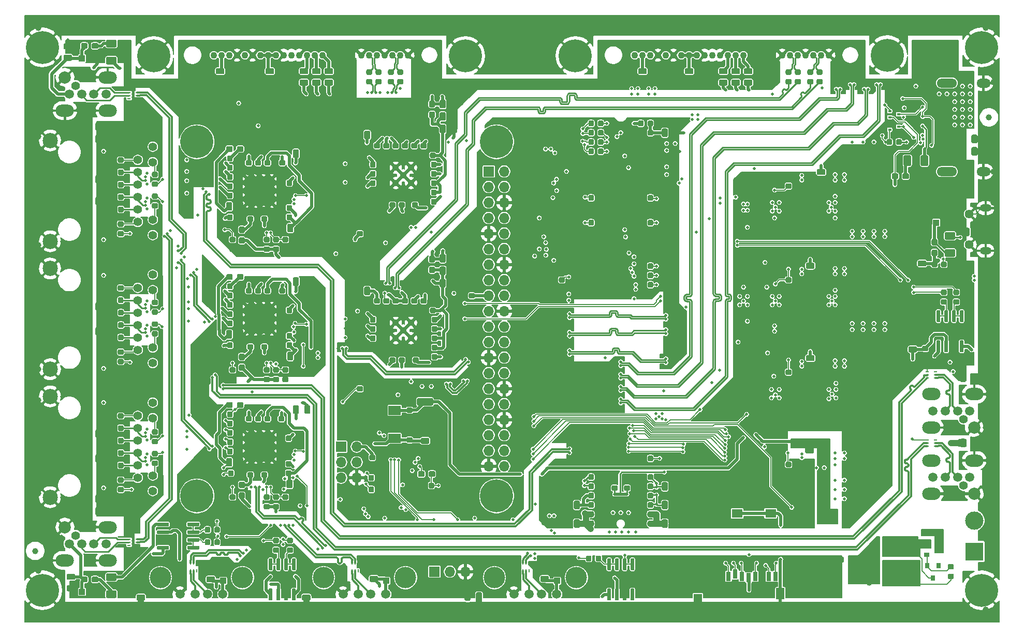
<source format=gbr>
%TF.GenerationSoftware,KiCad,Pcbnew,(5.1.5)-3*%
%TF.CreationDate,2020-11-13T11:58:21+01:00*%
%TF.ProjectId,RpiSecLab,52706953-6563-44c6-9162-2e6b69636164,rev?*%
%TF.SameCoordinates,Original*%
%TF.FileFunction,Copper,L6,Bot*%
%TF.FilePolarity,Positive*%
%FSLAX46Y46*%
G04 Gerber Fmt 4.6, Leading zero omitted, Abs format (unit mm)*
G04 Created by KiCad (PCBNEW (5.1.5)-3) date 2020-11-13 11:58:21*
%MOMM*%
%LPD*%
G04 APERTURE LIST*
%ADD10C,1.000000*%
%ADD11C,1.100000*%
%ADD12C,0.100000*%
%ADD13C,0.800000*%
%ADD14C,5.400000*%
%ADD15C,0.500000*%
%ADD16R,1.000000X1.000000*%
%ADD17R,0.600000X0.250000*%
%ADD18R,0.250000X0.600000*%
%ADD19R,0.800000X0.900000*%
%ADD20R,2.000000X3.800000*%
%ADD21R,2.000000X1.500000*%
%ADD22R,1.700000X1.700000*%
%ADD23O,1.700000X1.700000*%
%ADD24R,0.800000X1.500000*%
%ADD25R,1.400000X1.900000*%
%ADD26R,1.800000X1.400000*%
%ADD27O,2.300000X1.500000*%
%ADD28O,3.300000X1.500000*%
%ADD29C,1.450000*%
%ADD30O,1.900000X1.200000*%
%ADD31C,1.400000*%
%ADD32C,2.500000*%
%ADD33C,1.500000*%
%ADD34C,2.000000*%
%ADD35O,3.000000X2.000000*%
%ADD36C,3.500000*%
%ADD37R,3.000000X3.000000*%
%ADD38C,3.000000*%
%ADD39R,0.550000X0.400000*%
%ADD40R,0.900000X0.800000*%
%ADD41C,0.150000*%
%ADD42C,0.500000*%
%ADD43C,1.000000*%
%ADD44C,0.140000*%
%ADD45C,0.250000*%
%ADD46C,0.220000*%
%ADD47C,0.300000*%
%ADD48C,0.200000*%
G04 APERTURE END LIST*
D10*
X26140000Y-137060000D03*
X182140000Y-66060000D03*
D11*
X87122000Y-55880000D03*
X85852000Y-55880000D03*
X84582000Y-55880000D03*
X83312000Y-55880000D03*
X82042000Y-55880000D03*
X80772000Y-55880000D03*
X79502000Y-55880000D03*
X73152000Y-55880000D03*
X71882000Y-55880000D03*
X70612000Y-55880000D03*
X69342000Y-55880000D03*
X68072000Y-55880000D03*
X66802000Y-55880000D03*
X65532000Y-55880000D03*
X64262000Y-55880000D03*
X62992000Y-55880000D03*
X61722000Y-55880000D03*
X60452000Y-55880000D03*
X59182000Y-55880000D03*
X57912000Y-55880000D03*
X56642000Y-55880000D03*
X55372000Y-55880000D03*
%TA.AperFunction,SMDPad,CuDef*%
D12*
G36*
X40397691Y-78647053D02*
G01*
X40418926Y-78650203D01*
X40439750Y-78655419D01*
X40459962Y-78662651D01*
X40479368Y-78671830D01*
X40497781Y-78682866D01*
X40515024Y-78695654D01*
X40530930Y-78710070D01*
X40545346Y-78725976D01*
X40558134Y-78743219D01*
X40569170Y-78761632D01*
X40578349Y-78781038D01*
X40585581Y-78801250D01*
X40590797Y-78822074D01*
X40593947Y-78843309D01*
X40595000Y-78864750D01*
X40595000Y-79377250D01*
X40593947Y-79398691D01*
X40590797Y-79419926D01*
X40585581Y-79440750D01*
X40578349Y-79460962D01*
X40569170Y-79480368D01*
X40558134Y-79498781D01*
X40545346Y-79516024D01*
X40530930Y-79531930D01*
X40515024Y-79546346D01*
X40497781Y-79559134D01*
X40479368Y-79570170D01*
X40459962Y-79579349D01*
X40439750Y-79586581D01*
X40418926Y-79591797D01*
X40397691Y-79594947D01*
X40376250Y-79596000D01*
X39938750Y-79596000D01*
X39917309Y-79594947D01*
X39896074Y-79591797D01*
X39875250Y-79586581D01*
X39855038Y-79579349D01*
X39835632Y-79570170D01*
X39817219Y-79559134D01*
X39799976Y-79546346D01*
X39784070Y-79531930D01*
X39769654Y-79516024D01*
X39756866Y-79498781D01*
X39745830Y-79480368D01*
X39736651Y-79460962D01*
X39729419Y-79440750D01*
X39724203Y-79419926D01*
X39721053Y-79398691D01*
X39720000Y-79377250D01*
X39720000Y-78864750D01*
X39721053Y-78843309D01*
X39724203Y-78822074D01*
X39729419Y-78801250D01*
X39736651Y-78781038D01*
X39745830Y-78761632D01*
X39756866Y-78743219D01*
X39769654Y-78725976D01*
X39784070Y-78710070D01*
X39799976Y-78695654D01*
X39817219Y-78682866D01*
X39835632Y-78671830D01*
X39855038Y-78662651D01*
X39875250Y-78655419D01*
X39896074Y-78650203D01*
X39917309Y-78647053D01*
X39938750Y-78646000D01*
X40376250Y-78646000D01*
X40397691Y-78647053D01*
G37*
%TD.AperFunction*%
%TA.AperFunction,SMDPad,CuDef*%
G36*
X38822691Y-78647053D02*
G01*
X38843926Y-78650203D01*
X38864750Y-78655419D01*
X38884962Y-78662651D01*
X38904368Y-78671830D01*
X38922781Y-78682866D01*
X38940024Y-78695654D01*
X38955930Y-78710070D01*
X38970346Y-78725976D01*
X38983134Y-78743219D01*
X38994170Y-78761632D01*
X39003349Y-78781038D01*
X39010581Y-78801250D01*
X39015797Y-78822074D01*
X39018947Y-78843309D01*
X39020000Y-78864750D01*
X39020000Y-79377250D01*
X39018947Y-79398691D01*
X39015797Y-79419926D01*
X39010581Y-79440750D01*
X39003349Y-79460962D01*
X38994170Y-79480368D01*
X38983134Y-79498781D01*
X38970346Y-79516024D01*
X38955930Y-79531930D01*
X38940024Y-79546346D01*
X38922781Y-79559134D01*
X38904368Y-79570170D01*
X38884962Y-79579349D01*
X38864750Y-79586581D01*
X38843926Y-79591797D01*
X38822691Y-79594947D01*
X38801250Y-79596000D01*
X38363750Y-79596000D01*
X38342309Y-79594947D01*
X38321074Y-79591797D01*
X38300250Y-79586581D01*
X38280038Y-79579349D01*
X38260632Y-79570170D01*
X38242219Y-79559134D01*
X38224976Y-79546346D01*
X38209070Y-79531930D01*
X38194654Y-79516024D01*
X38181866Y-79498781D01*
X38170830Y-79480368D01*
X38161651Y-79460962D01*
X38154419Y-79440750D01*
X38149203Y-79419926D01*
X38146053Y-79398691D01*
X38145000Y-79377250D01*
X38145000Y-78864750D01*
X38146053Y-78843309D01*
X38149203Y-78822074D01*
X38154419Y-78801250D01*
X38161651Y-78781038D01*
X38170830Y-78761632D01*
X38181866Y-78743219D01*
X38194654Y-78725976D01*
X38209070Y-78710070D01*
X38224976Y-78695654D01*
X38242219Y-78682866D01*
X38260632Y-78671830D01*
X38280038Y-78662651D01*
X38300250Y-78655419D01*
X38321074Y-78650203D01*
X38342309Y-78647053D01*
X38363750Y-78646000D01*
X38801250Y-78646000D01*
X38822691Y-78647053D01*
G37*
%TD.AperFunction*%
%TA.AperFunction,SMDPad,CuDef*%
G36*
X40372191Y-95538053D02*
G01*
X40393426Y-95541203D01*
X40414250Y-95546419D01*
X40434462Y-95553651D01*
X40453868Y-95562830D01*
X40472281Y-95573866D01*
X40489524Y-95586654D01*
X40505430Y-95601070D01*
X40519846Y-95616976D01*
X40532634Y-95634219D01*
X40543670Y-95652632D01*
X40552849Y-95672038D01*
X40560081Y-95692250D01*
X40565297Y-95713074D01*
X40568447Y-95734309D01*
X40569500Y-95755750D01*
X40569500Y-96268250D01*
X40568447Y-96289691D01*
X40565297Y-96310926D01*
X40560081Y-96331750D01*
X40552849Y-96351962D01*
X40543670Y-96371368D01*
X40532634Y-96389781D01*
X40519846Y-96407024D01*
X40505430Y-96422930D01*
X40489524Y-96437346D01*
X40472281Y-96450134D01*
X40453868Y-96461170D01*
X40434462Y-96470349D01*
X40414250Y-96477581D01*
X40393426Y-96482797D01*
X40372191Y-96485947D01*
X40350750Y-96487000D01*
X39913250Y-96487000D01*
X39891809Y-96485947D01*
X39870574Y-96482797D01*
X39849750Y-96477581D01*
X39829538Y-96470349D01*
X39810132Y-96461170D01*
X39791719Y-96450134D01*
X39774476Y-96437346D01*
X39758570Y-96422930D01*
X39744154Y-96407024D01*
X39731366Y-96389781D01*
X39720330Y-96371368D01*
X39711151Y-96351962D01*
X39703919Y-96331750D01*
X39698703Y-96310926D01*
X39695553Y-96289691D01*
X39694500Y-96268250D01*
X39694500Y-95755750D01*
X39695553Y-95734309D01*
X39698703Y-95713074D01*
X39703919Y-95692250D01*
X39711151Y-95672038D01*
X39720330Y-95652632D01*
X39731366Y-95634219D01*
X39744154Y-95616976D01*
X39758570Y-95601070D01*
X39774476Y-95586654D01*
X39791719Y-95573866D01*
X39810132Y-95562830D01*
X39829538Y-95553651D01*
X39849750Y-95546419D01*
X39870574Y-95541203D01*
X39891809Y-95538053D01*
X39913250Y-95537000D01*
X40350750Y-95537000D01*
X40372191Y-95538053D01*
G37*
%TD.AperFunction*%
%TA.AperFunction,SMDPad,CuDef*%
G36*
X38797191Y-95538053D02*
G01*
X38818426Y-95541203D01*
X38839250Y-95546419D01*
X38859462Y-95553651D01*
X38878868Y-95562830D01*
X38897281Y-95573866D01*
X38914524Y-95586654D01*
X38930430Y-95601070D01*
X38944846Y-95616976D01*
X38957634Y-95634219D01*
X38968670Y-95652632D01*
X38977849Y-95672038D01*
X38985081Y-95692250D01*
X38990297Y-95713074D01*
X38993447Y-95734309D01*
X38994500Y-95755750D01*
X38994500Y-96268250D01*
X38993447Y-96289691D01*
X38990297Y-96310926D01*
X38985081Y-96331750D01*
X38977849Y-96351962D01*
X38968670Y-96371368D01*
X38957634Y-96389781D01*
X38944846Y-96407024D01*
X38930430Y-96422930D01*
X38914524Y-96437346D01*
X38897281Y-96450134D01*
X38878868Y-96461170D01*
X38859462Y-96470349D01*
X38839250Y-96477581D01*
X38818426Y-96482797D01*
X38797191Y-96485947D01*
X38775750Y-96487000D01*
X38338250Y-96487000D01*
X38316809Y-96485947D01*
X38295574Y-96482797D01*
X38274750Y-96477581D01*
X38254538Y-96470349D01*
X38235132Y-96461170D01*
X38216719Y-96450134D01*
X38199476Y-96437346D01*
X38183570Y-96422930D01*
X38169154Y-96407024D01*
X38156366Y-96389781D01*
X38145330Y-96371368D01*
X38136151Y-96351962D01*
X38128919Y-96331750D01*
X38123703Y-96310926D01*
X38120553Y-96289691D01*
X38119500Y-96268250D01*
X38119500Y-95755750D01*
X38120553Y-95734309D01*
X38123703Y-95713074D01*
X38128919Y-95692250D01*
X38136151Y-95672038D01*
X38145330Y-95652632D01*
X38156366Y-95634219D01*
X38169154Y-95616976D01*
X38183570Y-95601070D01*
X38199476Y-95586654D01*
X38216719Y-95573866D01*
X38235132Y-95562830D01*
X38254538Y-95553651D01*
X38274750Y-95546419D01*
X38295574Y-95541203D01*
X38316809Y-95538053D01*
X38338250Y-95537000D01*
X38775750Y-95537000D01*
X38797191Y-95538053D01*
G37*
%TD.AperFunction*%
%TA.AperFunction,SMDPad,CuDef*%
G36*
X40397691Y-99602053D02*
G01*
X40418926Y-99605203D01*
X40439750Y-99610419D01*
X40459962Y-99617651D01*
X40479368Y-99626830D01*
X40497781Y-99637866D01*
X40515024Y-99650654D01*
X40530930Y-99665070D01*
X40545346Y-99680976D01*
X40558134Y-99698219D01*
X40569170Y-99716632D01*
X40578349Y-99736038D01*
X40585581Y-99756250D01*
X40590797Y-99777074D01*
X40593947Y-99798309D01*
X40595000Y-99819750D01*
X40595000Y-100332250D01*
X40593947Y-100353691D01*
X40590797Y-100374926D01*
X40585581Y-100395750D01*
X40578349Y-100415962D01*
X40569170Y-100435368D01*
X40558134Y-100453781D01*
X40545346Y-100471024D01*
X40530930Y-100486930D01*
X40515024Y-100501346D01*
X40497781Y-100514134D01*
X40479368Y-100525170D01*
X40459962Y-100534349D01*
X40439750Y-100541581D01*
X40418926Y-100546797D01*
X40397691Y-100549947D01*
X40376250Y-100551000D01*
X39938750Y-100551000D01*
X39917309Y-100549947D01*
X39896074Y-100546797D01*
X39875250Y-100541581D01*
X39855038Y-100534349D01*
X39835632Y-100525170D01*
X39817219Y-100514134D01*
X39799976Y-100501346D01*
X39784070Y-100486930D01*
X39769654Y-100471024D01*
X39756866Y-100453781D01*
X39745830Y-100435368D01*
X39736651Y-100415962D01*
X39729419Y-100395750D01*
X39724203Y-100374926D01*
X39721053Y-100353691D01*
X39720000Y-100332250D01*
X39720000Y-99819750D01*
X39721053Y-99798309D01*
X39724203Y-99777074D01*
X39729419Y-99756250D01*
X39736651Y-99736038D01*
X39745830Y-99716632D01*
X39756866Y-99698219D01*
X39769654Y-99680976D01*
X39784070Y-99665070D01*
X39799976Y-99650654D01*
X39817219Y-99637866D01*
X39835632Y-99626830D01*
X39855038Y-99617651D01*
X39875250Y-99610419D01*
X39896074Y-99605203D01*
X39917309Y-99602053D01*
X39938750Y-99601000D01*
X40376250Y-99601000D01*
X40397691Y-99602053D01*
G37*
%TD.AperFunction*%
%TA.AperFunction,SMDPad,CuDef*%
G36*
X38822691Y-99602053D02*
G01*
X38843926Y-99605203D01*
X38864750Y-99610419D01*
X38884962Y-99617651D01*
X38904368Y-99626830D01*
X38922781Y-99637866D01*
X38940024Y-99650654D01*
X38955930Y-99665070D01*
X38970346Y-99680976D01*
X38983134Y-99698219D01*
X38994170Y-99716632D01*
X39003349Y-99736038D01*
X39010581Y-99756250D01*
X39015797Y-99777074D01*
X39018947Y-99798309D01*
X39020000Y-99819750D01*
X39020000Y-100332250D01*
X39018947Y-100353691D01*
X39015797Y-100374926D01*
X39010581Y-100395750D01*
X39003349Y-100415962D01*
X38994170Y-100435368D01*
X38983134Y-100453781D01*
X38970346Y-100471024D01*
X38955930Y-100486930D01*
X38940024Y-100501346D01*
X38922781Y-100514134D01*
X38904368Y-100525170D01*
X38884962Y-100534349D01*
X38864750Y-100541581D01*
X38843926Y-100546797D01*
X38822691Y-100549947D01*
X38801250Y-100551000D01*
X38363750Y-100551000D01*
X38342309Y-100549947D01*
X38321074Y-100546797D01*
X38300250Y-100541581D01*
X38280038Y-100534349D01*
X38260632Y-100525170D01*
X38242219Y-100514134D01*
X38224976Y-100501346D01*
X38209070Y-100486930D01*
X38194654Y-100471024D01*
X38181866Y-100453781D01*
X38170830Y-100435368D01*
X38161651Y-100415962D01*
X38154419Y-100395750D01*
X38149203Y-100374926D01*
X38146053Y-100353691D01*
X38145000Y-100332250D01*
X38145000Y-99819750D01*
X38146053Y-99798309D01*
X38149203Y-99777074D01*
X38154419Y-99756250D01*
X38161651Y-99736038D01*
X38170830Y-99716632D01*
X38181866Y-99698219D01*
X38194654Y-99680976D01*
X38209070Y-99665070D01*
X38224976Y-99650654D01*
X38242219Y-99637866D01*
X38260632Y-99626830D01*
X38280038Y-99617651D01*
X38300250Y-99610419D01*
X38321074Y-99605203D01*
X38342309Y-99602053D01*
X38363750Y-99601000D01*
X38801250Y-99601000D01*
X38822691Y-99602053D01*
G37*
%TD.AperFunction*%
%TA.AperFunction,SMDPad,CuDef*%
G36*
X40397691Y-97570053D02*
G01*
X40418926Y-97573203D01*
X40439750Y-97578419D01*
X40459962Y-97585651D01*
X40479368Y-97594830D01*
X40497781Y-97605866D01*
X40515024Y-97618654D01*
X40530930Y-97633070D01*
X40545346Y-97648976D01*
X40558134Y-97666219D01*
X40569170Y-97684632D01*
X40578349Y-97704038D01*
X40585581Y-97724250D01*
X40590797Y-97745074D01*
X40593947Y-97766309D01*
X40595000Y-97787750D01*
X40595000Y-98300250D01*
X40593947Y-98321691D01*
X40590797Y-98342926D01*
X40585581Y-98363750D01*
X40578349Y-98383962D01*
X40569170Y-98403368D01*
X40558134Y-98421781D01*
X40545346Y-98439024D01*
X40530930Y-98454930D01*
X40515024Y-98469346D01*
X40497781Y-98482134D01*
X40479368Y-98493170D01*
X40459962Y-98502349D01*
X40439750Y-98509581D01*
X40418926Y-98514797D01*
X40397691Y-98517947D01*
X40376250Y-98519000D01*
X39938750Y-98519000D01*
X39917309Y-98517947D01*
X39896074Y-98514797D01*
X39875250Y-98509581D01*
X39855038Y-98502349D01*
X39835632Y-98493170D01*
X39817219Y-98482134D01*
X39799976Y-98469346D01*
X39784070Y-98454930D01*
X39769654Y-98439024D01*
X39756866Y-98421781D01*
X39745830Y-98403368D01*
X39736651Y-98383962D01*
X39729419Y-98363750D01*
X39724203Y-98342926D01*
X39721053Y-98321691D01*
X39720000Y-98300250D01*
X39720000Y-97787750D01*
X39721053Y-97766309D01*
X39724203Y-97745074D01*
X39729419Y-97724250D01*
X39736651Y-97704038D01*
X39745830Y-97684632D01*
X39756866Y-97666219D01*
X39769654Y-97648976D01*
X39784070Y-97633070D01*
X39799976Y-97618654D01*
X39817219Y-97605866D01*
X39835632Y-97594830D01*
X39855038Y-97585651D01*
X39875250Y-97578419D01*
X39896074Y-97573203D01*
X39917309Y-97570053D01*
X39938750Y-97569000D01*
X40376250Y-97569000D01*
X40397691Y-97570053D01*
G37*
%TD.AperFunction*%
%TA.AperFunction,SMDPad,CuDef*%
G36*
X38822691Y-97570053D02*
G01*
X38843926Y-97573203D01*
X38864750Y-97578419D01*
X38884962Y-97585651D01*
X38904368Y-97594830D01*
X38922781Y-97605866D01*
X38940024Y-97618654D01*
X38955930Y-97633070D01*
X38970346Y-97648976D01*
X38983134Y-97666219D01*
X38994170Y-97684632D01*
X39003349Y-97704038D01*
X39010581Y-97724250D01*
X39015797Y-97745074D01*
X39018947Y-97766309D01*
X39020000Y-97787750D01*
X39020000Y-98300250D01*
X39018947Y-98321691D01*
X39015797Y-98342926D01*
X39010581Y-98363750D01*
X39003349Y-98383962D01*
X38994170Y-98403368D01*
X38983134Y-98421781D01*
X38970346Y-98439024D01*
X38955930Y-98454930D01*
X38940024Y-98469346D01*
X38922781Y-98482134D01*
X38904368Y-98493170D01*
X38884962Y-98502349D01*
X38864750Y-98509581D01*
X38843926Y-98514797D01*
X38822691Y-98517947D01*
X38801250Y-98519000D01*
X38363750Y-98519000D01*
X38342309Y-98517947D01*
X38321074Y-98514797D01*
X38300250Y-98509581D01*
X38280038Y-98502349D01*
X38260632Y-98493170D01*
X38242219Y-98482134D01*
X38224976Y-98469346D01*
X38209070Y-98454930D01*
X38194654Y-98439024D01*
X38181866Y-98421781D01*
X38170830Y-98403368D01*
X38161651Y-98383962D01*
X38154419Y-98363750D01*
X38149203Y-98342926D01*
X38146053Y-98321691D01*
X38145000Y-98300250D01*
X38145000Y-97787750D01*
X38146053Y-97766309D01*
X38149203Y-97745074D01*
X38154419Y-97724250D01*
X38161651Y-97704038D01*
X38170830Y-97684632D01*
X38181866Y-97666219D01*
X38194654Y-97648976D01*
X38209070Y-97633070D01*
X38224976Y-97618654D01*
X38242219Y-97605866D01*
X38260632Y-97594830D01*
X38280038Y-97585651D01*
X38300250Y-97578419D01*
X38321074Y-97573203D01*
X38342309Y-97570053D01*
X38363750Y-97569000D01*
X38801250Y-97569000D01*
X38822691Y-97570053D01*
G37*
%TD.AperFunction*%
%TA.AperFunction,SMDPad,CuDef*%
G36*
X40397691Y-101634053D02*
G01*
X40418926Y-101637203D01*
X40439750Y-101642419D01*
X40459962Y-101649651D01*
X40479368Y-101658830D01*
X40497781Y-101669866D01*
X40515024Y-101682654D01*
X40530930Y-101697070D01*
X40545346Y-101712976D01*
X40558134Y-101730219D01*
X40569170Y-101748632D01*
X40578349Y-101768038D01*
X40585581Y-101788250D01*
X40590797Y-101809074D01*
X40593947Y-101830309D01*
X40595000Y-101851750D01*
X40595000Y-102364250D01*
X40593947Y-102385691D01*
X40590797Y-102406926D01*
X40585581Y-102427750D01*
X40578349Y-102447962D01*
X40569170Y-102467368D01*
X40558134Y-102485781D01*
X40545346Y-102503024D01*
X40530930Y-102518930D01*
X40515024Y-102533346D01*
X40497781Y-102546134D01*
X40479368Y-102557170D01*
X40459962Y-102566349D01*
X40439750Y-102573581D01*
X40418926Y-102578797D01*
X40397691Y-102581947D01*
X40376250Y-102583000D01*
X39938750Y-102583000D01*
X39917309Y-102581947D01*
X39896074Y-102578797D01*
X39875250Y-102573581D01*
X39855038Y-102566349D01*
X39835632Y-102557170D01*
X39817219Y-102546134D01*
X39799976Y-102533346D01*
X39784070Y-102518930D01*
X39769654Y-102503024D01*
X39756866Y-102485781D01*
X39745830Y-102467368D01*
X39736651Y-102447962D01*
X39729419Y-102427750D01*
X39724203Y-102406926D01*
X39721053Y-102385691D01*
X39720000Y-102364250D01*
X39720000Y-101851750D01*
X39721053Y-101830309D01*
X39724203Y-101809074D01*
X39729419Y-101788250D01*
X39736651Y-101768038D01*
X39745830Y-101748632D01*
X39756866Y-101730219D01*
X39769654Y-101712976D01*
X39784070Y-101697070D01*
X39799976Y-101682654D01*
X39817219Y-101669866D01*
X39835632Y-101658830D01*
X39855038Y-101649651D01*
X39875250Y-101642419D01*
X39896074Y-101637203D01*
X39917309Y-101634053D01*
X39938750Y-101633000D01*
X40376250Y-101633000D01*
X40397691Y-101634053D01*
G37*
%TD.AperFunction*%
%TA.AperFunction,SMDPad,CuDef*%
G36*
X38822691Y-101634053D02*
G01*
X38843926Y-101637203D01*
X38864750Y-101642419D01*
X38884962Y-101649651D01*
X38904368Y-101658830D01*
X38922781Y-101669866D01*
X38940024Y-101682654D01*
X38955930Y-101697070D01*
X38970346Y-101712976D01*
X38983134Y-101730219D01*
X38994170Y-101748632D01*
X39003349Y-101768038D01*
X39010581Y-101788250D01*
X39015797Y-101809074D01*
X39018947Y-101830309D01*
X39020000Y-101851750D01*
X39020000Y-102364250D01*
X39018947Y-102385691D01*
X39015797Y-102406926D01*
X39010581Y-102427750D01*
X39003349Y-102447962D01*
X38994170Y-102467368D01*
X38983134Y-102485781D01*
X38970346Y-102503024D01*
X38955930Y-102518930D01*
X38940024Y-102533346D01*
X38922781Y-102546134D01*
X38904368Y-102557170D01*
X38884962Y-102566349D01*
X38864750Y-102573581D01*
X38843926Y-102578797D01*
X38822691Y-102581947D01*
X38801250Y-102583000D01*
X38363750Y-102583000D01*
X38342309Y-102581947D01*
X38321074Y-102578797D01*
X38300250Y-102573581D01*
X38280038Y-102566349D01*
X38260632Y-102557170D01*
X38242219Y-102546134D01*
X38224976Y-102533346D01*
X38209070Y-102518930D01*
X38194654Y-102503024D01*
X38181866Y-102485781D01*
X38170830Y-102467368D01*
X38161651Y-102447962D01*
X38154419Y-102427750D01*
X38149203Y-102406926D01*
X38146053Y-102385691D01*
X38145000Y-102364250D01*
X38145000Y-101851750D01*
X38146053Y-101830309D01*
X38149203Y-101809074D01*
X38154419Y-101788250D01*
X38161651Y-101768038D01*
X38170830Y-101748632D01*
X38181866Y-101730219D01*
X38194654Y-101712976D01*
X38209070Y-101697070D01*
X38224976Y-101682654D01*
X38242219Y-101669866D01*
X38260632Y-101658830D01*
X38280038Y-101649651D01*
X38300250Y-101642419D01*
X38321074Y-101637203D01*
X38342309Y-101634053D01*
X38363750Y-101633000D01*
X38801250Y-101633000D01*
X38822691Y-101634053D01*
G37*
%TD.AperFunction*%
%TA.AperFunction,SMDPad,CuDef*%
G36*
X40397691Y-116493053D02*
G01*
X40418926Y-116496203D01*
X40439750Y-116501419D01*
X40459962Y-116508651D01*
X40479368Y-116517830D01*
X40497781Y-116528866D01*
X40515024Y-116541654D01*
X40530930Y-116556070D01*
X40545346Y-116571976D01*
X40558134Y-116589219D01*
X40569170Y-116607632D01*
X40578349Y-116627038D01*
X40585581Y-116647250D01*
X40590797Y-116668074D01*
X40593947Y-116689309D01*
X40595000Y-116710750D01*
X40595000Y-117223250D01*
X40593947Y-117244691D01*
X40590797Y-117265926D01*
X40585581Y-117286750D01*
X40578349Y-117306962D01*
X40569170Y-117326368D01*
X40558134Y-117344781D01*
X40545346Y-117362024D01*
X40530930Y-117377930D01*
X40515024Y-117392346D01*
X40497781Y-117405134D01*
X40479368Y-117416170D01*
X40459962Y-117425349D01*
X40439750Y-117432581D01*
X40418926Y-117437797D01*
X40397691Y-117440947D01*
X40376250Y-117442000D01*
X39938750Y-117442000D01*
X39917309Y-117440947D01*
X39896074Y-117437797D01*
X39875250Y-117432581D01*
X39855038Y-117425349D01*
X39835632Y-117416170D01*
X39817219Y-117405134D01*
X39799976Y-117392346D01*
X39784070Y-117377930D01*
X39769654Y-117362024D01*
X39756866Y-117344781D01*
X39745830Y-117326368D01*
X39736651Y-117306962D01*
X39729419Y-117286750D01*
X39724203Y-117265926D01*
X39721053Y-117244691D01*
X39720000Y-117223250D01*
X39720000Y-116710750D01*
X39721053Y-116689309D01*
X39724203Y-116668074D01*
X39729419Y-116647250D01*
X39736651Y-116627038D01*
X39745830Y-116607632D01*
X39756866Y-116589219D01*
X39769654Y-116571976D01*
X39784070Y-116556070D01*
X39799976Y-116541654D01*
X39817219Y-116528866D01*
X39835632Y-116517830D01*
X39855038Y-116508651D01*
X39875250Y-116501419D01*
X39896074Y-116496203D01*
X39917309Y-116493053D01*
X39938750Y-116492000D01*
X40376250Y-116492000D01*
X40397691Y-116493053D01*
G37*
%TD.AperFunction*%
%TA.AperFunction,SMDPad,CuDef*%
G36*
X38822691Y-116493053D02*
G01*
X38843926Y-116496203D01*
X38864750Y-116501419D01*
X38884962Y-116508651D01*
X38904368Y-116517830D01*
X38922781Y-116528866D01*
X38940024Y-116541654D01*
X38955930Y-116556070D01*
X38970346Y-116571976D01*
X38983134Y-116589219D01*
X38994170Y-116607632D01*
X39003349Y-116627038D01*
X39010581Y-116647250D01*
X39015797Y-116668074D01*
X39018947Y-116689309D01*
X39020000Y-116710750D01*
X39020000Y-117223250D01*
X39018947Y-117244691D01*
X39015797Y-117265926D01*
X39010581Y-117286750D01*
X39003349Y-117306962D01*
X38994170Y-117326368D01*
X38983134Y-117344781D01*
X38970346Y-117362024D01*
X38955930Y-117377930D01*
X38940024Y-117392346D01*
X38922781Y-117405134D01*
X38904368Y-117416170D01*
X38884962Y-117425349D01*
X38864750Y-117432581D01*
X38843926Y-117437797D01*
X38822691Y-117440947D01*
X38801250Y-117442000D01*
X38363750Y-117442000D01*
X38342309Y-117440947D01*
X38321074Y-117437797D01*
X38300250Y-117432581D01*
X38280038Y-117425349D01*
X38260632Y-117416170D01*
X38242219Y-117405134D01*
X38224976Y-117392346D01*
X38209070Y-117377930D01*
X38194654Y-117362024D01*
X38181866Y-117344781D01*
X38170830Y-117326368D01*
X38161651Y-117306962D01*
X38154419Y-117286750D01*
X38149203Y-117265926D01*
X38146053Y-117244691D01*
X38145000Y-117223250D01*
X38145000Y-116710750D01*
X38146053Y-116689309D01*
X38149203Y-116668074D01*
X38154419Y-116647250D01*
X38161651Y-116627038D01*
X38170830Y-116607632D01*
X38181866Y-116589219D01*
X38194654Y-116571976D01*
X38209070Y-116556070D01*
X38224976Y-116541654D01*
X38242219Y-116528866D01*
X38260632Y-116517830D01*
X38280038Y-116508651D01*
X38300250Y-116501419D01*
X38321074Y-116496203D01*
X38342309Y-116493053D01*
X38363750Y-116492000D01*
X38801250Y-116492000D01*
X38822691Y-116493053D01*
G37*
%TD.AperFunction*%
%TA.AperFunction,SMDPad,CuDef*%
G36*
X40397691Y-120557053D02*
G01*
X40418926Y-120560203D01*
X40439750Y-120565419D01*
X40459962Y-120572651D01*
X40479368Y-120581830D01*
X40497781Y-120592866D01*
X40515024Y-120605654D01*
X40530930Y-120620070D01*
X40545346Y-120635976D01*
X40558134Y-120653219D01*
X40569170Y-120671632D01*
X40578349Y-120691038D01*
X40585581Y-120711250D01*
X40590797Y-120732074D01*
X40593947Y-120753309D01*
X40595000Y-120774750D01*
X40595000Y-121287250D01*
X40593947Y-121308691D01*
X40590797Y-121329926D01*
X40585581Y-121350750D01*
X40578349Y-121370962D01*
X40569170Y-121390368D01*
X40558134Y-121408781D01*
X40545346Y-121426024D01*
X40530930Y-121441930D01*
X40515024Y-121456346D01*
X40497781Y-121469134D01*
X40479368Y-121480170D01*
X40459962Y-121489349D01*
X40439750Y-121496581D01*
X40418926Y-121501797D01*
X40397691Y-121504947D01*
X40376250Y-121506000D01*
X39938750Y-121506000D01*
X39917309Y-121504947D01*
X39896074Y-121501797D01*
X39875250Y-121496581D01*
X39855038Y-121489349D01*
X39835632Y-121480170D01*
X39817219Y-121469134D01*
X39799976Y-121456346D01*
X39784070Y-121441930D01*
X39769654Y-121426024D01*
X39756866Y-121408781D01*
X39745830Y-121390368D01*
X39736651Y-121370962D01*
X39729419Y-121350750D01*
X39724203Y-121329926D01*
X39721053Y-121308691D01*
X39720000Y-121287250D01*
X39720000Y-120774750D01*
X39721053Y-120753309D01*
X39724203Y-120732074D01*
X39729419Y-120711250D01*
X39736651Y-120691038D01*
X39745830Y-120671632D01*
X39756866Y-120653219D01*
X39769654Y-120635976D01*
X39784070Y-120620070D01*
X39799976Y-120605654D01*
X39817219Y-120592866D01*
X39835632Y-120581830D01*
X39855038Y-120572651D01*
X39875250Y-120565419D01*
X39896074Y-120560203D01*
X39917309Y-120557053D01*
X39938750Y-120556000D01*
X40376250Y-120556000D01*
X40397691Y-120557053D01*
G37*
%TD.AperFunction*%
%TA.AperFunction,SMDPad,CuDef*%
G36*
X38822691Y-120557053D02*
G01*
X38843926Y-120560203D01*
X38864750Y-120565419D01*
X38884962Y-120572651D01*
X38904368Y-120581830D01*
X38922781Y-120592866D01*
X38940024Y-120605654D01*
X38955930Y-120620070D01*
X38970346Y-120635976D01*
X38983134Y-120653219D01*
X38994170Y-120671632D01*
X39003349Y-120691038D01*
X39010581Y-120711250D01*
X39015797Y-120732074D01*
X39018947Y-120753309D01*
X39020000Y-120774750D01*
X39020000Y-121287250D01*
X39018947Y-121308691D01*
X39015797Y-121329926D01*
X39010581Y-121350750D01*
X39003349Y-121370962D01*
X38994170Y-121390368D01*
X38983134Y-121408781D01*
X38970346Y-121426024D01*
X38955930Y-121441930D01*
X38940024Y-121456346D01*
X38922781Y-121469134D01*
X38904368Y-121480170D01*
X38884962Y-121489349D01*
X38864750Y-121496581D01*
X38843926Y-121501797D01*
X38822691Y-121504947D01*
X38801250Y-121506000D01*
X38363750Y-121506000D01*
X38342309Y-121504947D01*
X38321074Y-121501797D01*
X38300250Y-121496581D01*
X38280038Y-121489349D01*
X38260632Y-121480170D01*
X38242219Y-121469134D01*
X38224976Y-121456346D01*
X38209070Y-121441930D01*
X38194654Y-121426024D01*
X38181866Y-121408781D01*
X38170830Y-121390368D01*
X38161651Y-121370962D01*
X38154419Y-121350750D01*
X38149203Y-121329926D01*
X38146053Y-121308691D01*
X38145000Y-121287250D01*
X38145000Y-120774750D01*
X38146053Y-120753309D01*
X38149203Y-120732074D01*
X38154419Y-120711250D01*
X38161651Y-120691038D01*
X38170830Y-120671632D01*
X38181866Y-120653219D01*
X38194654Y-120635976D01*
X38209070Y-120620070D01*
X38224976Y-120605654D01*
X38242219Y-120592866D01*
X38260632Y-120581830D01*
X38280038Y-120572651D01*
X38300250Y-120565419D01*
X38321074Y-120560203D01*
X38342309Y-120557053D01*
X38363750Y-120556000D01*
X38801250Y-120556000D01*
X38822691Y-120557053D01*
G37*
%TD.AperFunction*%
%TA.AperFunction,SMDPad,CuDef*%
G36*
X40397691Y-118525053D02*
G01*
X40418926Y-118528203D01*
X40439750Y-118533419D01*
X40459962Y-118540651D01*
X40479368Y-118549830D01*
X40497781Y-118560866D01*
X40515024Y-118573654D01*
X40530930Y-118588070D01*
X40545346Y-118603976D01*
X40558134Y-118621219D01*
X40569170Y-118639632D01*
X40578349Y-118659038D01*
X40585581Y-118679250D01*
X40590797Y-118700074D01*
X40593947Y-118721309D01*
X40595000Y-118742750D01*
X40595000Y-119255250D01*
X40593947Y-119276691D01*
X40590797Y-119297926D01*
X40585581Y-119318750D01*
X40578349Y-119338962D01*
X40569170Y-119358368D01*
X40558134Y-119376781D01*
X40545346Y-119394024D01*
X40530930Y-119409930D01*
X40515024Y-119424346D01*
X40497781Y-119437134D01*
X40479368Y-119448170D01*
X40459962Y-119457349D01*
X40439750Y-119464581D01*
X40418926Y-119469797D01*
X40397691Y-119472947D01*
X40376250Y-119474000D01*
X39938750Y-119474000D01*
X39917309Y-119472947D01*
X39896074Y-119469797D01*
X39875250Y-119464581D01*
X39855038Y-119457349D01*
X39835632Y-119448170D01*
X39817219Y-119437134D01*
X39799976Y-119424346D01*
X39784070Y-119409930D01*
X39769654Y-119394024D01*
X39756866Y-119376781D01*
X39745830Y-119358368D01*
X39736651Y-119338962D01*
X39729419Y-119318750D01*
X39724203Y-119297926D01*
X39721053Y-119276691D01*
X39720000Y-119255250D01*
X39720000Y-118742750D01*
X39721053Y-118721309D01*
X39724203Y-118700074D01*
X39729419Y-118679250D01*
X39736651Y-118659038D01*
X39745830Y-118639632D01*
X39756866Y-118621219D01*
X39769654Y-118603976D01*
X39784070Y-118588070D01*
X39799976Y-118573654D01*
X39817219Y-118560866D01*
X39835632Y-118549830D01*
X39855038Y-118540651D01*
X39875250Y-118533419D01*
X39896074Y-118528203D01*
X39917309Y-118525053D01*
X39938750Y-118524000D01*
X40376250Y-118524000D01*
X40397691Y-118525053D01*
G37*
%TD.AperFunction*%
%TA.AperFunction,SMDPad,CuDef*%
G36*
X38822691Y-118525053D02*
G01*
X38843926Y-118528203D01*
X38864750Y-118533419D01*
X38884962Y-118540651D01*
X38904368Y-118549830D01*
X38922781Y-118560866D01*
X38940024Y-118573654D01*
X38955930Y-118588070D01*
X38970346Y-118603976D01*
X38983134Y-118621219D01*
X38994170Y-118639632D01*
X39003349Y-118659038D01*
X39010581Y-118679250D01*
X39015797Y-118700074D01*
X39018947Y-118721309D01*
X39020000Y-118742750D01*
X39020000Y-119255250D01*
X39018947Y-119276691D01*
X39015797Y-119297926D01*
X39010581Y-119318750D01*
X39003349Y-119338962D01*
X38994170Y-119358368D01*
X38983134Y-119376781D01*
X38970346Y-119394024D01*
X38955930Y-119409930D01*
X38940024Y-119424346D01*
X38922781Y-119437134D01*
X38904368Y-119448170D01*
X38884962Y-119457349D01*
X38864750Y-119464581D01*
X38843926Y-119469797D01*
X38822691Y-119472947D01*
X38801250Y-119474000D01*
X38363750Y-119474000D01*
X38342309Y-119472947D01*
X38321074Y-119469797D01*
X38300250Y-119464581D01*
X38280038Y-119457349D01*
X38260632Y-119448170D01*
X38242219Y-119437134D01*
X38224976Y-119424346D01*
X38209070Y-119409930D01*
X38194654Y-119394024D01*
X38181866Y-119376781D01*
X38170830Y-119358368D01*
X38161651Y-119338962D01*
X38154419Y-119318750D01*
X38149203Y-119297926D01*
X38146053Y-119276691D01*
X38145000Y-119255250D01*
X38145000Y-118742750D01*
X38146053Y-118721309D01*
X38149203Y-118700074D01*
X38154419Y-118679250D01*
X38161651Y-118659038D01*
X38170830Y-118639632D01*
X38181866Y-118621219D01*
X38194654Y-118603976D01*
X38209070Y-118588070D01*
X38224976Y-118573654D01*
X38242219Y-118560866D01*
X38260632Y-118549830D01*
X38280038Y-118540651D01*
X38300250Y-118533419D01*
X38321074Y-118528203D01*
X38342309Y-118525053D01*
X38363750Y-118524000D01*
X38801250Y-118524000D01*
X38822691Y-118525053D01*
G37*
%TD.AperFunction*%
%TA.AperFunction,SMDPad,CuDef*%
G36*
X40397691Y-122589053D02*
G01*
X40418926Y-122592203D01*
X40439750Y-122597419D01*
X40459962Y-122604651D01*
X40479368Y-122613830D01*
X40497781Y-122624866D01*
X40515024Y-122637654D01*
X40530930Y-122652070D01*
X40545346Y-122667976D01*
X40558134Y-122685219D01*
X40569170Y-122703632D01*
X40578349Y-122723038D01*
X40585581Y-122743250D01*
X40590797Y-122764074D01*
X40593947Y-122785309D01*
X40595000Y-122806750D01*
X40595000Y-123319250D01*
X40593947Y-123340691D01*
X40590797Y-123361926D01*
X40585581Y-123382750D01*
X40578349Y-123402962D01*
X40569170Y-123422368D01*
X40558134Y-123440781D01*
X40545346Y-123458024D01*
X40530930Y-123473930D01*
X40515024Y-123488346D01*
X40497781Y-123501134D01*
X40479368Y-123512170D01*
X40459962Y-123521349D01*
X40439750Y-123528581D01*
X40418926Y-123533797D01*
X40397691Y-123536947D01*
X40376250Y-123538000D01*
X39938750Y-123538000D01*
X39917309Y-123536947D01*
X39896074Y-123533797D01*
X39875250Y-123528581D01*
X39855038Y-123521349D01*
X39835632Y-123512170D01*
X39817219Y-123501134D01*
X39799976Y-123488346D01*
X39784070Y-123473930D01*
X39769654Y-123458024D01*
X39756866Y-123440781D01*
X39745830Y-123422368D01*
X39736651Y-123402962D01*
X39729419Y-123382750D01*
X39724203Y-123361926D01*
X39721053Y-123340691D01*
X39720000Y-123319250D01*
X39720000Y-122806750D01*
X39721053Y-122785309D01*
X39724203Y-122764074D01*
X39729419Y-122743250D01*
X39736651Y-122723038D01*
X39745830Y-122703632D01*
X39756866Y-122685219D01*
X39769654Y-122667976D01*
X39784070Y-122652070D01*
X39799976Y-122637654D01*
X39817219Y-122624866D01*
X39835632Y-122613830D01*
X39855038Y-122604651D01*
X39875250Y-122597419D01*
X39896074Y-122592203D01*
X39917309Y-122589053D01*
X39938750Y-122588000D01*
X40376250Y-122588000D01*
X40397691Y-122589053D01*
G37*
%TD.AperFunction*%
%TA.AperFunction,SMDPad,CuDef*%
G36*
X38822691Y-122589053D02*
G01*
X38843926Y-122592203D01*
X38864750Y-122597419D01*
X38884962Y-122604651D01*
X38904368Y-122613830D01*
X38922781Y-122624866D01*
X38940024Y-122637654D01*
X38955930Y-122652070D01*
X38970346Y-122667976D01*
X38983134Y-122685219D01*
X38994170Y-122703632D01*
X39003349Y-122723038D01*
X39010581Y-122743250D01*
X39015797Y-122764074D01*
X39018947Y-122785309D01*
X39020000Y-122806750D01*
X39020000Y-123319250D01*
X39018947Y-123340691D01*
X39015797Y-123361926D01*
X39010581Y-123382750D01*
X39003349Y-123402962D01*
X38994170Y-123422368D01*
X38983134Y-123440781D01*
X38970346Y-123458024D01*
X38955930Y-123473930D01*
X38940024Y-123488346D01*
X38922781Y-123501134D01*
X38904368Y-123512170D01*
X38884962Y-123521349D01*
X38864750Y-123528581D01*
X38843926Y-123533797D01*
X38822691Y-123536947D01*
X38801250Y-123538000D01*
X38363750Y-123538000D01*
X38342309Y-123536947D01*
X38321074Y-123533797D01*
X38300250Y-123528581D01*
X38280038Y-123521349D01*
X38260632Y-123512170D01*
X38242219Y-123501134D01*
X38224976Y-123488346D01*
X38209070Y-123473930D01*
X38194654Y-123458024D01*
X38181866Y-123440781D01*
X38170830Y-123422368D01*
X38161651Y-123402962D01*
X38154419Y-123382750D01*
X38149203Y-123361926D01*
X38146053Y-123340691D01*
X38145000Y-123319250D01*
X38145000Y-122806750D01*
X38146053Y-122785309D01*
X38149203Y-122764074D01*
X38154419Y-122743250D01*
X38161651Y-122723038D01*
X38170830Y-122703632D01*
X38181866Y-122685219D01*
X38194654Y-122667976D01*
X38209070Y-122652070D01*
X38224976Y-122637654D01*
X38242219Y-122624866D01*
X38260632Y-122613830D01*
X38280038Y-122604651D01*
X38300250Y-122597419D01*
X38321074Y-122592203D01*
X38342309Y-122589053D01*
X38363750Y-122588000D01*
X38801250Y-122588000D01*
X38822691Y-122589053D01*
G37*
%TD.AperFunction*%
%TA.AperFunction,SMDPad,CuDef*%
G36*
X40397691Y-74583053D02*
G01*
X40418926Y-74586203D01*
X40439750Y-74591419D01*
X40459962Y-74598651D01*
X40479368Y-74607830D01*
X40497781Y-74618866D01*
X40515024Y-74631654D01*
X40530930Y-74646070D01*
X40545346Y-74661976D01*
X40558134Y-74679219D01*
X40569170Y-74697632D01*
X40578349Y-74717038D01*
X40585581Y-74737250D01*
X40590797Y-74758074D01*
X40593947Y-74779309D01*
X40595000Y-74800750D01*
X40595000Y-75313250D01*
X40593947Y-75334691D01*
X40590797Y-75355926D01*
X40585581Y-75376750D01*
X40578349Y-75396962D01*
X40569170Y-75416368D01*
X40558134Y-75434781D01*
X40545346Y-75452024D01*
X40530930Y-75467930D01*
X40515024Y-75482346D01*
X40497781Y-75495134D01*
X40479368Y-75506170D01*
X40459962Y-75515349D01*
X40439750Y-75522581D01*
X40418926Y-75527797D01*
X40397691Y-75530947D01*
X40376250Y-75532000D01*
X39938750Y-75532000D01*
X39917309Y-75530947D01*
X39896074Y-75527797D01*
X39875250Y-75522581D01*
X39855038Y-75515349D01*
X39835632Y-75506170D01*
X39817219Y-75495134D01*
X39799976Y-75482346D01*
X39784070Y-75467930D01*
X39769654Y-75452024D01*
X39756866Y-75434781D01*
X39745830Y-75416368D01*
X39736651Y-75396962D01*
X39729419Y-75376750D01*
X39724203Y-75355926D01*
X39721053Y-75334691D01*
X39720000Y-75313250D01*
X39720000Y-74800750D01*
X39721053Y-74779309D01*
X39724203Y-74758074D01*
X39729419Y-74737250D01*
X39736651Y-74717038D01*
X39745830Y-74697632D01*
X39756866Y-74679219D01*
X39769654Y-74661976D01*
X39784070Y-74646070D01*
X39799976Y-74631654D01*
X39817219Y-74618866D01*
X39835632Y-74607830D01*
X39855038Y-74598651D01*
X39875250Y-74591419D01*
X39896074Y-74586203D01*
X39917309Y-74583053D01*
X39938750Y-74582000D01*
X40376250Y-74582000D01*
X40397691Y-74583053D01*
G37*
%TD.AperFunction*%
%TA.AperFunction,SMDPad,CuDef*%
G36*
X38822691Y-74583053D02*
G01*
X38843926Y-74586203D01*
X38864750Y-74591419D01*
X38884962Y-74598651D01*
X38904368Y-74607830D01*
X38922781Y-74618866D01*
X38940024Y-74631654D01*
X38955930Y-74646070D01*
X38970346Y-74661976D01*
X38983134Y-74679219D01*
X38994170Y-74697632D01*
X39003349Y-74717038D01*
X39010581Y-74737250D01*
X39015797Y-74758074D01*
X39018947Y-74779309D01*
X39020000Y-74800750D01*
X39020000Y-75313250D01*
X39018947Y-75334691D01*
X39015797Y-75355926D01*
X39010581Y-75376750D01*
X39003349Y-75396962D01*
X38994170Y-75416368D01*
X38983134Y-75434781D01*
X38970346Y-75452024D01*
X38955930Y-75467930D01*
X38940024Y-75482346D01*
X38922781Y-75495134D01*
X38904368Y-75506170D01*
X38884962Y-75515349D01*
X38864750Y-75522581D01*
X38843926Y-75527797D01*
X38822691Y-75530947D01*
X38801250Y-75532000D01*
X38363750Y-75532000D01*
X38342309Y-75530947D01*
X38321074Y-75527797D01*
X38300250Y-75522581D01*
X38280038Y-75515349D01*
X38260632Y-75506170D01*
X38242219Y-75495134D01*
X38224976Y-75482346D01*
X38209070Y-75467930D01*
X38194654Y-75452024D01*
X38181866Y-75434781D01*
X38170830Y-75416368D01*
X38161651Y-75396962D01*
X38154419Y-75376750D01*
X38149203Y-75355926D01*
X38146053Y-75334691D01*
X38145000Y-75313250D01*
X38145000Y-74800750D01*
X38146053Y-74779309D01*
X38149203Y-74758074D01*
X38154419Y-74737250D01*
X38161651Y-74717038D01*
X38170830Y-74697632D01*
X38181866Y-74679219D01*
X38194654Y-74661976D01*
X38209070Y-74646070D01*
X38224976Y-74631654D01*
X38242219Y-74618866D01*
X38260632Y-74607830D01*
X38280038Y-74598651D01*
X38300250Y-74591419D01*
X38321074Y-74586203D01*
X38342309Y-74583053D01*
X38363750Y-74582000D01*
X38801250Y-74582000D01*
X38822691Y-74583053D01*
G37*
%TD.AperFunction*%
%TA.AperFunction,SMDPad,CuDef*%
G36*
X40397691Y-76615053D02*
G01*
X40418926Y-76618203D01*
X40439750Y-76623419D01*
X40459962Y-76630651D01*
X40479368Y-76639830D01*
X40497781Y-76650866D01*
X40515024Y-76663654D01*
X40530930Y-76678070D01*
X40545346Y-76693976D01*
X40558134Y-76711219D01*
X40569170Y-76729632D01*
X40578349Y-76749038D01*
X40585581Y-76769250D01*
X40590797Y-76790074D01*
X40593947Y-76811309D01*
X40595000Y-76832750D01*
X40595000Y-77345250D01*
X40593947Y-77366691D01*
X40590797Y-77387926D01*
X40585581Y-77408750D01*
X40578349Y-77428962D01*
X40569170Y-77448368D01*
X40558134Y-77466781D01*
X40545346Y-77484024D01*
X40530930Y-77499930D01*
X40515024Y-77514346D01*
X40497781Y-77527134D01*
X40479368Y-77538170D01*
X40459962Y-77547349D01*
X40439750Y-77554581D01*
X40418926Y-77559797D01*
X40397691Y-77562947D01*
X40376250Y-77564000D01*
X39938750Y-77564000D01*
X39917309Y-77562947D01*
X39896074Y-77559797D01*
X39875250Y-77554581D01*
X39855038Y-77547349D01*
X39835632Y-77538170D01*
X39817219Y-77527134D01*
X39799976Y-77514346D01*
X39784070Y-77499930D01*
X39769654Y-77484024D01*
X39756866Y-77466781D01*
X39745830Y-77448368D01*
X39736651Y-77428962D01*
X39729419Y-77408750D01*
X39724203Y-77387926D01*
X39721053Y-77366691D01*
X39720000Y-77345250D01*
X39720000Y-76832750D01*
X39721053Y-76811309D01*
X39724203Y-76790074D01*
X39729419Y-76769250D01*
X39736651Y-76749038D01*
X39745830Y-76729632D01*
X39756866Y-76711219D01*
X39769654Y-76693976D01*
X39784070Y-76678070D01*
X39799976Y-76663654D01*
X39817219Y-76650866D01*
X39835632Y-76639830D01*
X39855038Y-76630651D01*
X39875250Y-76623419D01*
X39896074Y-76618203D01*
X39917309Y-76615053D01*
X39938750Y-76614000D01*
X40376250Y-76614000D01*
X40397691Y-76615053D01*
G37*
%TD.AperFunction*%
%TA.AperFunction,SMDPad,CuDef*%
G36*
X38822691Y-76615053D02*
G01*
X38843926Y-76618203D01*
X38864750Y-76623419D01*
X38884962Y-76630651D01*
X38904368Y-76639830D01*
X38922781Y-76650866D01*
X38940024Y-76663654D01*
X38955930Y-76678070D01*
X38970346Y-76693976D01*
X38983134Y-76711219D01*
X38994170Y-76729632D01*
X39003349Y-76749038D01*
X39010581Y-76769250D01*
X39015797Y-76790074D01*
X39018947Y-76811309D01*
X39020000Y-76832750D01*
X39020000Y-77345250D01*
X39018947Y-77366691D01*
X39015797Y-77387926D01*
X39010581Y-77408750D01*
X39003349Y-77428962D01*
X38994170Y-77448368D01*
X38983134Y-77466781D01*
X38970346Y-77484024D01*
X38955930Y-77499930D01*
X38940024Y-77514346D01*
X38922781Y-77527134D01*
X38904368Y-77538170D01*
X38884962Y-77547349D01*
X38864750Y-77554581D01*
X38843926Y-77559797D01*
X38822691Y-77562947D01*
X38801250Y-77564000D01*
X38363750Y-77564000D01*
X38342309Y-77562947D01*
X38321074Y-77559797D01*
X38300250Y-77554581D01*
X38280038Y-77547349D01*
X38260632Y-77538170D01*
X38242219Y-77527134D01*
X38224976Y-77514346D01*
X38209070Y-77499930D01*
X38194654Y-77484024D01*
X38181866Y-77466781D01*
X38170830Y-77448368D01*
X38161651Y-77428962D01*
X38154419Y-77408750D01*
X38149203Y-77387926D01*
X38146053Y-77366691D01*
X38145000Y-77345250D01*
X38145000Y-76832750D01*
X38146053Y-76811309D01*
X38149203Y-76790074D01*
X38154419Y-76769250D01*
X38161651Y-76749038D01*
X38170830Y-76729632D01*
X38181866Y-76711219D01*
X38194654Y-76693976D01*
X38209070Y-76678070D01*
X38224976Y-76663654D01*
X38242219Y-76650866D01*
X38260632Y-76639830D01*
X38280038Y-76630651D01*
X38300250Y-76623419D01*
X38321074Y-76618203D01*
X38342309Y-76615053D01*
X38363750Y-76614000D01*
X38801250Y-76614000D01*
X38822691Y-76615053D01*
G37*
%TD.AperFunction*%
%TA.AperFunction,SMDPad,CuDef*%
G36*
X40397691Y-80679053D02*
G01*
X40418926Y-80682203D01*
X40439750Y-80687419D01*
X40459962Y-80694651D01*
X40479368Y-80703830D01*
X40497781Y-80714866D01*
X40515024Y-80727654D01*
X40530930Y-80742070D01*
X40545346Y-80757976D01*
X40558134Y-80775219D01*
X40569170Y-80793632D01*
X40578349Y-80813038D01*
X40585581Y-80833250D01*
X40590797Y-80854074D01*
X40593947Y-80875309D01*
X40595000Y-80896750D01*
X40595000Y-81409250D01*
X40593947Y-81430691D01*
X40590797Y-81451926D01*
X40585581Y-81472750D01*
X40578349Y-81492962D01*
X40569170Y-81512368D01*
X40558134Y-81530781D01*
X40545346Y-81548024D01*
X40530930Y-81563930D01*
X40515024Y-81578346D01*
X40497781Y-81591134D01*
X40479368Y-81602170D01*
X40459962Y-81611349D01*
X40439750Y-81618581D01*
X40418926Y-81623797D01*
X40397691Y-81626947D01*
X40376250Y-81628000D01*
X39938750Y-81628000D01*
X39917309Y-81626947D01*
X39896074Y-81623797D01*
X39875250Y-81618581D01*
X39855038Y-81611349D01*
X39835632Y-81602170D01*
X39817219Y-81591134D01*
X39799976Y-81578346D01*
X39784070Y-81563930D01*
X39769654Y-81548024D01*
X39756866Y-81530781D01*
X39745830Y-81512368D01*
X39736651Y-81492962D01*
X39729419Y-81472750D01*
X39724203Y-81451926D01*
X39721053Y-81430691D01*
X39720000Y-81409250D01*
X39720000Y-80896750D01*
X39721053Y-80875309D01*
X39724203Y-80854074D01*
X39729419Y-80833250D01*
X39736651Y-80813038D01*
X39745830Y-80793632D01*
X39756866Y-80775219D01*
X39769654Y-80757976D01*
X39784070Y-80742070D01*
X39799976Y-80727654D01*
X39817219Y-80714866D01*
X39835632Y-80703830D01*
X39855038Y-80694651D01*
X39875250Y-80687419D01*
X39896074Y-80682203D01*
X39917309Y-80679053D01*
X39938750Y-80678000D01*
X40376250Y-80678000D01*
X40397691Y-80679053D01*
G37*
%TD.AperFunction*%
%TA.AperFunction,SMDPad,CuDef*%
G36*
X38822691Y-80679053D02*
G01*
X38843926Y-80682203D01*
X38864750Y-80687419D01*
X38884962Y-80694651D01*
X38904368Y-80703830D01*
X38922781Y-80714866D01*
X38940024Y-80727654D01*
X38955930Y-80742070D01*
X38970346Y-80757976D01*
X38983134Y-80775219D01*
X38994170Y-80793632D01*
X39003349Y-80813038D01*
X39010581Y-80833250D01*
X39015797Y-80854074D01*
X39018947Y-80875309D01*
X39020000Y-80896750D01*
X39020000Y-81409250D01*
X39018947Y-81430691D01*
X39015797Y-81451926D01*
X39010581Y-81472750D01*
X39003349Y-81492962D01*
X38994170Y-81512368D01*
X38983134Y-81530781D01*
X38970346Y-81548024D01*
X38955930Y-81563930D01*
X38940024Y-81578346D01*
X38922781Y-81591134D01*
X38904368Y-81602170D01*
X38884962Y-81611349D01*
X38864750Y-81618581D01*
X38843926Y-81623797D01*
X38822691Y-81626947D01*
X38801250Y-81628000D01*
X38363750Y-81628000D01*
X38342309Y-81626947D01*
X38321074Y-81623797D01*
X38300250Y-81618581D01*
X38280038Y-81611349D01*
X38260632Y-81602170D01*
X38242219Y-81591134D01*
X38224976Y-81578346D01*
X38209070Y-81563930D01*
X38194654Y-81548024D01*
X38181866Y-81530781D01*
X38170830Y-81512368D01*
X38161651Y-81492962D01*
X38154419Y-81472750D01*
X38149203Y-81451926D01*
X38146053Y-81430691D01*
X38145000Y-81409250D01*
X38145000Y-80896750D01*
X38146053Y-80875309D01*
X38149203Y-80854074D01*
X38154419Y-80833250D01*
X38161651Y-80813038D01*
X38170830Y-80793632D01*
X38181866Y-80775219D01*
X38194654Y-80757976D01*
X38209070Y-80742070D01*
X38224976Y-80727654D01*
X38242219Y-80714866D01*
X38260632Y-80703830D01*
X38280038Y-80694651D01*
X38300250Y-80687419D01*
X38321074Y-80682203D01*
X38342309Y-80679053D01*
X38363750Y-80678000D01*
X38801250Y-80678000D01*
X38822691Y-80679053D01*
G37*
%TD.AperFunction*%
D13*
X166931891Y-54448109D03*
X165500000Y-53855000D03*
X164068109Y-54448109D03*
X163475000Y-55880000D03*
X164068109Y-57311891D03*
X165500000Y-57905000D03*
X166931891Y-57311891D03*
X167525000Y-55880000D03*
D14*
X165500000Y-55880000D03*
D13*
X115931891Y-54568109D03*
X114500000Y-53975000D03*
X113068109Y-54568109D03*
X112475000Y-56000000D03*
X113068109Y-57431891D03*
X114500000Y-58025000D03*
X115931891Y-57431891D03*
X116525000Y-56000000D03*
D14*
X114500000Y-56000000D03*
D13*
X97931891Y-54568109D03*
X96500000Y-53975000D03*
X95068109Y-54568109D03*
X94475000Y-56000000D03*
X95068109Y-57431891D03*
X96500000Y-58025000D03*
X97931891Y-57431891D03*
X98525000Y-56000000D03*
D14*
X96500000Y-56000000D03*
D13*
X46931891Y-54568109D03*
X45500000Y-53975000D03*
X44068109Y-54568109D03*
X43475000Y-56000000D03*
X44068109Y-57431891D03*
X45500000Y-58025000D03*
X46931891Y-57431891D03*
X47525000Y-56000000D03*
D14*
X45500000Y-56000000D03*
%TA.AperFunction,Conductor*%
D12*
G36*
X65019781Y-75805775D02*
G01*
X65035410Y-75808094D01*
X65050736Y-75811933D01*
X65065612Y-75817255D01*
X65079895Y-75824011D01*
X65093447Y-75832133D01*
X65106137Y-75841545D01*
X65117844Y-75852156D01*
X65128455Y-75863863D01*
X65137867Y-75876553D01*
X65145989Y-75890105D01*
X65152745Y-75904388D01*
X65158067Y-75919264D01*
X65161906Y-75934590D01*
X65164225Y-75950219D01*
X65165000Y-75966000D01*
X65165000Y-80244000D01*
X65164225Y-80259781D01*
X65161906Y-80275410D01*
X65158067Y-80290736D01*
X65152745Y-80305612D01*
X65145989Y-80319895D01*
X65137867Y-80333447D01*
X65128455Y-80346137D01*
X65117844Y-80357844D01*
X65106137Y-80368455D01*
X65093447Y-80377867D01*
X65079895Y-80385989D01*
X65065612Y-80392745D01*
X65050736Y-80398067D01*
X65035410Y-80401906D01*
X65019781Y-80404225D01*
X65004000Y-80405000D01*
X60726000Y-80405000D01*
X60710219Y-80404225D01*
X60694590Y-80401906D01*
X60679264Y-80398067D01*
X60664388Y-80392745D01*
X60650105Y-80385989D01*
X60636553Y-80377867D01*
X60623863Y-80368455D01*
X60612156Y-80357844D01*
X60601545Y-80346137D01*
X60592133Y-80333447D01*
X60584011Y-80319895D01*
X60577255Y-80305612D01*
X60571933Y-80290736D01*
X60568094Y-80275410D01*
X60565775Y-80259781D01*
X60565000Y-80244000D01*
X60565000Y-75966000D01*
X60565775Y-75950219D01*
X60568094Y-75934590D01*
X60571933Y-75919264D01*
X60577255Y-75904388D01*
X60584011Y-75890105D01*
X60592133Y-75876553D01*
X60601545Y-75863863D01*
X60612156Y-75852156D01*
X60623863Y-75841545D01*
X60636553Y-75832133D01*
X60650105Y-75824011D01*
X60664388Y-75817255D01*
X60679264Y-75811933D01*
X60694590Y-75808094D01*
X60710219Y-75805775D01*
X60726000Y-75805000D01*
X65004000Y-75805000D01*
X65019781Y-75805775D01*
G37*
%TD.AperFunction*%
D15*
X64860000Y-76110000D03*
X64860000Y-77440000D03*
X64860000Y-78770000D03*
X64860000Y-80100000D03*
X63530000Y-76110000D03*
X63530000Y-77440000D03*
X63530000Y-78770000D03*
X63530000Y-80100000D03*
X62200000Y-76110000D03*
X62200000Y-77440000D03*
X62200000Y-78770000D03*
X62200000Y-80100000D03*
X60870000Y-76110000D03*
X60870000Y-77440000D03*
X60870000Y-78770000D03*
X60870000Y-80100000D03*
%TA.AperFunction,SMDPad,CuDef*%
D12*
G36*
X127011691Y-132114053D02*
G01*
X127032926Y-132117203D01*
X127053750Y-132122419D01*
X127073962Y-132129651D01*
X127093368Y-132138830D01*
X127111781Y-132149866D01*
X127129024Y-132162654D01*
X127144930Y-132177070D01*
X127159346Y-132192976D01*
X127172134Y-132210219D01*
X127183170Y-132228632D01*
X127192349Y-132248038D01*
X127199581Y-132268250D01*
X127204797Y-132289074D01*
X127207947Y-132310309D01*
X127209000Y-132331750D01*
X127209000Y-132844250D01*
X127207947Y-132865691D01*
X127204797Y-132886926D01*
X127199581Y-132907750D01*
X127192349Y-132927962D01*
X127183170Y-132947368D01*
X127172134Y-132965781D01*
X127159346Y-132983024D01*
X127144930Y-132998930D01*
X127129024Y-133013346D01*
X127111781Y-133026134D01*
X127093368Y-133037170D01*
X127073962Y-133046349D01*
X127053750Y-133053581D01*
X127032926Y-133058797D01*
X127011691Y-133061947D01*
X126990250Y-133063000D01*
X126552750Y-133063000D01*
X126531309Y-133061947D01*
X126510074Y-133058797D01*
X126489250Y-133053581D01*
X126469038Y-133046349D01*
X126449632Y-133037170D01*
X126431219Y-133026134D01*
X126413976Y-133013346D01*
X126398070Y-132998930D01*
X126383654Y-132983024D01*
X126370866Y-132965781D01*
X126359830Y-132947368D01*
X126350651Y-132927962D01*
X126343419Y-132907750D01*
X126338203Y-132886926D01*
X126335053Y-132865691D01*
X126334000Y-132844250D01*
X126334000Y-132331750D01*
X126335053Y-132310309D01*
X126338203Y-132289074D01*
X126343419Y-132268250D01*
X126350651Y-132248038D01*
X126359830Y-132228632D01*
X126370866Y-132210219D01*
X126383654Y-132192976D01*
X126398070Y-132177070D01*
X126413976Y-132162654D01*
X126431219Y-132149866D01*
X126449632Y-132138830D01*
X126469038Y-132129651D01*
X126489250Y-132122419D01*
X126510074Y-132117203D01*
X126531309Y-132114053D01*
X126552750Y-132113000D01*
X126990250Y-132113000D01*
X127011691Y-132114053D01*
G37*
%TD.AperFunction*%
%TA.AperFunction,SMDPad,CuDef*%
G36*
X125436691Y-132114053D02*
G01*
X125457926Y-132117203D01*
X125478750Y-132122419D01*
X125498962Y-132129651D01*
X125518368Y-132138830D01*
X125536781Y-132149866D01*
X125554024Y-132162654D01*
X125569930Y-132177070D01*
X125584346Y-132192976D01*
X125597134Y-132210219D01*
X125608170Y-132228632D01*
X125617349Y-132248038D01*
X125624581Y-132268250D01*
X125629797Y-132289074D01*
X125632947Y-132310309D01*
X125634000Y-132331750D01*
X125634000Y-132844250D01*
X125632947Y-132865691D01*
X125629797Y-132886926D01*
X125624581Y-132907750D01*
X125617349Y-132927962D01*
X125608170Y-132947368D01*
X125597134Y-132965781D01*
X125584346Y-132983024D01*
X125569930Y-132998930D01*
X125554024Y-133013346D01*
X125536781Y-133026134D01*
X125518368Y-133037170D01*
X125498962Y-133046349D01*
X125478750Y-133053581D01*
X125457926Y-133058797D01*
X125436691Y-133061947D01*
X125415250Y-133063000D01*
X124977750Y-133063000D01*
X124956309Y-133061947D01*
X124935074Y-133058797D01*
X124914250Y-133053581D01*
X124894038Y-133046349D01*
X124874632Y-133037170D01*
X124856219Y-133026134D01*
X124838976Y-133013346D01*
X124823070Y-132998930D01*
X124808654Y-132983024D01*
X124795866Y-132965781D01*
X124784830Y-132947368D01*
X124775651Y-132927962D01*
X124768419Y-132907750D01*
X124763203Y-132886926D01*
X124760053Y-132865691D01*
X124759000Y-132844250D01*
X124759000Y-132331750D01*
X124760053Y-132310309D01*
X124763203Y-132289074D01*
X124768419Y-132268250D01*
X124775651Y-132248038D01*
X124784830Y-132228632D01*
X124795866Y-132210219D01*
X124808654Y-132192976D01*
X124823070Y-132177070D01*
X124838976Y-132162654D01*
X124856219Y-132149866D01*
X124874632Y-132138830D01*
X124894038Y-132129651D01*
X124914250Y-132122419D01*
X124935074Y-132117203D01*
X124956309Y-132114053D01*
X124977750Y-132113000D01*
X125415250Y-132113000D01*
X125436691Y-132114053D01*
G37*
%TD.AperFunction*%
%TA.AperFunction,SMDPad,CuDef*%
G36*
X125436691Y-130590053D02*
G01*
X125457926Y-130593203D01*
X125478750Y-130598419D01*
X125498962Y-130605651D01*
X125518368Y-130614830D01*
X125536781Y-130625866D01*
X125554024Y-130638654D01*
X125569930Y-130653070D01*
X125584346Y-130668976D01*
X125597134Y-130686219D01*
X125608170Y-130704632D01*
X125617349Y-130724038D01*
X125624581Y-130744250D01*
X125629797Y-130765074D01*
X125632947Y-130786309D01*
X125634000Y-130807750D01*
X125634000Y-131320250D01*
X125632947Y-131341691D01*
X125629797Y-131362926D01*
X125624581Y-131383750D01*
X125617349Y-131403962D01*
X125608170Y-131423368D01*
X125597134Y-131441781D01*
X125584346Y-131459024D01*
X125569930Y-131474930D01*
X125554024Y-131489346D01*
X125536781Y-131502134D01*
X125518368Y-131513170D01*
X125498962Y-131522349D01*
X125478750Y-131529581D01*
X125457926Y-131534797D01*
X125436691Y-131537947D01*
X125415250Y-131539000D01*
X124977750Y-131539000D01*
X124956309Y-131537947D01*
X124935074Y-131534797D01*
X124914250Y-131529581D01*
X124894038Y-131522349D01*
X124874632Y-131513170D01*
X124856219Y-131502134D01*
X124838976Y-131489346D01*
X124823070Y-131474930D01*
X124808654Y-131459024D01*
X124795866Y-131441781D01*
X124784830Y-131423368D01*
X124775651Y-131403962D01*
X124768419Y-131383750D01*
X124763203Y-131362926D01*
X124760053Y-131341691D01*
X124759000Y-131320250D01*
X124759000Y-130807750D01*
X124760053Y-130786309D01*
X124763203Y-130765074D01*
X124768419Y-130744250D01*
X124775651Y-130724038D01*
X124784830Y-130704632D01*
X124795866Y-130686219D01*
X124808654Y-130668976D01*
X124823070Y-130653070D01*
X124838976Y-130638654D01*
X124856219Y-130625866D01*
X124874632Y-130614830D01*
X124894038Y-130605651D01*
X124914250Y-130598419D01*
X124935074Y-130593203D01*
X124956309Y-130590053D01*
X124977750Y-130589000D01*
X125415250Y-130589000D01*
X125436691Y-130590053D01*
G37*
%TD.AperFunction*%
%TA.AperFunction,SMDPad,CuDef*%
G36*
X127011691Y-130590053D02*
G01*
X127032926Y-130593203D01*
X127053750Y-130598419D01*
X127073962Y-130605651D01*
X127093368Y-130614830D01*
X127111781Y-130625866D01*
X127129024Y-130638654D01*
X127144930Y-130653070D01*
X127159346Y-130668976D01*
X127172134Y-130686219D01*
X127183170Y-130704632D01*
X127192349Y-130724038D01*
X127199581Y-130744250D01*
X127204797Y-130765074D01*
X127207947Y-130786309D01*
X127209000Y-130807750D01*
X127209000Y-131320250D01*
X127207947Y-131341691D01*
X127204797Y-131362926D01*
X127199581Y-131383750D01*
X127192349Y-131403962D01*
X127183170Y-131423368D01*
X127172134Y-131441781D01*
X127159346Y-131459024D01*
X127144930Y-131474930D01*
X127129024Y-131489346D01*
X127111781Y-131502134D01*
X127093368Y-131513170D01*
X127073962Y-131522349D01*
X127053750Y-131529581D01*
X127032926Y-131534797D01*
X127011691Y-131537947D01*
X126990250Y-131539000D01*
X126552750Y-131539000D01*
X126531309Y-131537947D01*
X126510074Y-131534797D01*
X126489250Y-131529581D01*
X126469038Y-131522349D01*
X126449632Y-131513170D01*
X126431219Y-131502134D01*
X126413976Y-131489346D01*
X126398070Y-131474930D01*
X126383654Y-131459024D01*
X126370866Y-131441781D01*
X126359830Y-131423368D01*
X126350651Y-131403962D01*
X126343419Y-131383750D01*
X126338203Y-131362926D01*
X126335053Y-131341691D01*
X126334000Y-131320250D01*
X126334000Y-130807750D01*
X126335053Y-130786309D01*
X126338203Y-130765074D01*
X126343419Y-130744250D01*
X126350651Y-130724038D01*
X126359830Y-130704632D01*
X126370866Y-130686219D01*
X126383654Y-130668976D01*
X126398070Y-130653070D01*
X126413976Y-130638654D01*
X126431219Y-130625866D01*
X126449632Y-130614830D01*
X126469038Y-130605651D01*
X126489250Y-130598419D01*
X126510074Y-130593203D01*
X126531309Y-130590053D01*
X126552750Y-130589000D01*
X126990250Y-130589000D01*
X127011691Y-130590053D01*
G37*
%TD.AperFunction*%
%TA.AperFunction,SMDPad,CuDef*%
G36*
X117308691Y-132114053D02*
G01*
X117329926Y-132117203D01*
X117350750Y-132122419D01*
X117370962Y-132129651D01*
X117390368Y-132138830D01*
X117408781Y-132149866D01*
X117426024Y-132162654D01*
X117441930Y-132177070D01*
X117456346Y-132192976D01*
X117469134Y-132210219D01*
X117480170Y-132228632D01*
X117489349Y-132248038D01*
X117496581Y-132268250D01*
X117501797Y-132289074D01*
X117504947Y-132310309D01*
X117506000Y-132331750D01*
X117506000Y-132844250D01*
X117504947Y-132865691D01*
X117501797Y-132886926D01*
X117496581Y-132907750D01*
X117489349Y-132927962D01*
X117480170Y-132947368D01*
X117469134Y-132965781D01*
X117456346Y-132983024D01*
X117441930Y-132998930D01*
X117426024Y-133013346D01*
X117408781Y-133026134D01*
X117390368Y-133037170D01*
X117370962Y-133046349D01*
X117350750Y-133053581D01*
X117329926Y-133058797D01*
X117308691Y-133061947D01*
X117287250Y-133063000D01*
X116849750Y-133063000D01*
X116828309Y-133061947D01*
X116807074Y-133058797D01*
X116786250Y-133053581D01*
X116766038Y-133046349D01*
X116746632Y-133037170D01*
X116728219Y-133026134D01*
X116710976Y-133013346D01*
X116695070Y-132998930D01*
X116680654Y-132983024D01*
X116667866Y-132965781D01*
X116656830Y-132947368D01*
X116647651Y-132927962D01*
X116640419Y-132907750D01*
X116635203Y-132886926D01*
X116632053Y-132865691D01*
X116631000Y-132844250D01*
X116631000Y-132331750D01*
X116632053Y-132310309D01*
X116635203Y-132289074D01*
X116640419Y-132268250D01*
X116647651Y-132248038D01*
X116656830Y-132228632D01*
X116667866Y-132210219D01*
X116680654Y-132192976D01*
X116695070Y-132177070D01*
X116710976Y-132162654D01*
X116728219Y-132149866D01*
X116746632Y-132138830D01*
X116766038Y-132129651D01*
X116786250Y-132122419D01*
X116807074Y-132117203D01*
X116828309Y-132114053D01*
X116849750Y-132113000D01*
X117287250Y-132113000D01*
X117308691Y-132114053D01*
G37*
%TD.AperFunction*%
%TA.AperFunction,SMDPad,CuDef*%
G36*
X118883691Y-132114053D02*
G01*
X118904926Y-132117203D01*
X118925750Y-132122419D01*
X118945962Y-132129651D01*
X118965368Y-132138830D01*
X118983781Y-132149866D01*
X119001024Y-132162654D01*
X119016930Y-132177070D01*
X119031346Y-132192976D01*
X119044134Y-132210219D01*
X119055170Y-132228632D01*
X119064349Y-132248038D01*
X119071581Y-132268250D01*
X119076797Y-132289074D01*
X119079947Y-132310309D01*
X119081000Y-132331750D01*
X119081000Y-132844250D01*
X119079947Y-132865691D01*
X119076797Y-132886926D01*
X119071581Y-132907750D01*
X119064349Y-132927962D01*
X119055170Y-132947368D01*
X119044134Y-132965781D01*
X119031346Y-132983024D01*
X119016930Y-132998930D01*
X119001024Y-133013346D01*
X118983781Y-133026134D01*
X118965368Y-133037170D01*
X118945962Y-133046349D01*
X118925750Y-133053581D01*
X118904926Y-133058797D01*
X118883691Y-133061947D01*
X118862250Y-133063000D01*
X118424750Y-133063000D01*
X118403309Y-133061947D01*
X118382074Y-133058797D01*
X118361250Y-133053581D01*
X118341038Y-133046349D01*
X118321632Y-133037170D01*
X118303219Y-133026134D01*
X118285976Y-133013346D01*
X118270070Y-132998930D01*
X118255654Y-132983024D01*
X118242866Y-132965781D01*
X118231830Y-132947368D01*
X118222651Y-132927962D01*
X118215419Y-132907750D01*
X118210203Y-132886926D01*
X118207053Y-132865691D01*
X118206000Y-132844250D01*
X118206000Y-132331750D01*
X118207053Y-132310309D01*
X118210203Y-132289074D01*
X118215419Y-132268250D01*
X118222651Y-132248038D01*
X118231830Y-132228632D01*
X118242866Y-132210219D01*
X118255654Y-132192976D01*
X118270070Y-132177070D01*
X118285976Y-132162654D01*
X118303219Y-132149866D01*
X118321632Y-132138830D01*
X118341038Y-132129651D01*
X118361250Y-132122419D01*
X118382074Y-132117203D01*
X118403309Y-132114053D01*
X118424750Y-132113000D01*
X118862250Y-132113000D01*
X118883691Y-132114053D01*
G37*
%TD.AperFunction*%
%TA.AperFunction,SMDPad,CuDef*%
G36*
X118883691Y-130590053D02*
G01*
X118904926Y-130593203D01*
X118925750Y-130598419D01*
X118945962Y-130605651D01*
X118965368Y-130614830D01*
X118983781Y-130625866D01*
X119001024Y-130638654D01*
X119016930Y-130653070D01*
X119031346Y-130668976D01*
X119044134Y-130686219D01*
X119055170Y-130704632D01*
X119064349Y-130724038D01*
X119071581Y-130744250D01*
X119076797Y-130765074D01*
X119079947Y-130786309D01*
X119081000Y-130807750D01*
X119081000Y-131320250D01*
X119079947Y-131341691D01*
X119076797Y-131362926D01*
X119071581Y-131383750D01*
X119064349Y-131403962D01*
X119055170Y-131423368D01*
X119044134Y-131441781D01*
X119031346Y-131459024D01*
X119016930Y-131474930D01*
X119001024Y-131489346D01*
X118983781Y-131502134D01*
X118965368Y-131513170D01*
X118945962Y-131522349D01*
X118925750Y-131529581D01*
X118904926Y-131534797D01*
X118883691Y-131537947D01*
X118862250Y-131539000D01*
X118424750Y-131539000D01*
X118403309Y-131537947D01*
X118382074Y-131534797D01*
X118361250Y-131529581D01*
X118341038Y-131522349D01*
X118321632Y-131513170D01*
X118303219Y-131502134D01*
X118285976Y-131489346D01*
X118270070Y-131474930D01*
X118255654Y-131459024D01*
X118242866Y-131441781D01*
X118231830Y-131423368D01*
X118222651Y-131403962D01*
X118215419Y-131383750D01*
X118210203Y-131362926D01*
X118207053Y-131341691D01*
X118206000Y-131320250D01*
X118206000Y-130807750D01*
X118207053Y-130786309D01*
X118210203Y-130765074D01*
X118215419Y-130744250D01*
X118222651Y-130724038D01*
X118231830Y-130704632D01*
X118242866Y-130686219D01*
X118255654Y-130668976D01*
X118270070Y-130653070D01*
X118285976Y-130638654D01*
X118303219Y-130625866D01*
X118321632Y-130614830D01*
X118341038Y-130605651D01*
X118361250Y-130598419D01*
X118382074Y-130593203D01*
X118403309Y-130590053D01*
X118424750Y-130589000D01*
X118862250Y-130589000D01*
X118883691Y-130590053D01*
G37*
%TD.AperFunction*%
%TA.AperFunction,SMDPad,CuDef*%
G36*
X117308691Y-130590053D02*
G01*
X117329926Y-130593203D01*
X117350750Y-130598419D01*
X117370962Y-130605651D01*
X117390368Y-130614830D01*
X117408781Y-130625866D01*
X117426024Y-130638654D01*
X117441930Y-130653070D01*
X117456346Y-130668976D01*
X117469134Y-130686219D01*
X117480170Y-130704632D01*
X117489349Y-130724038D01*
X117496581Y-130744250D01*
X117501797Y-130765074D01*
X117504947Y-130786309D01*
X117506000Y-130807750D01*
X117506000Y-131320250D01*
X117504947Y-131341691D01*
X117501797Y-131362926D01*
X117496581Y-131383750D01*
X117489349Y-131403962D01*
X117480170Y-131423368D01*
X117469134Y-131441781D01*
X117456346Y-131459024D01*
X117441930Y-131474930D01*
X117426024Y-131489346D01*
X117408781Y-131502134D01*
X117390368Y-131513170D01*
X117370962Y-131522349D01*
X117350750Y-131529581D01*
X117329926Y-131534797D01*
X117308691Y-131537947D01*
X117287250Y-131539000D01*
X116849750Y-131539000D01*
X116828309Y-131537947D01*
X116807074Y-131534797D01*
X116786250Y-131529581D01*
X116766038Y-131522349D01*
X116746632Y-131513170D01*
X116728219Y-131502134D01*
X116710976Y-131489346D01*
X116695070Y-131474930D01*
X116680654Y-131459024D01*
X116667866Y-131441781D01*
X116656830Y-131423368D01*
X116647651Y-131403962D01*
X116640419Y-131383750D01*
X116635203Y-131362926D01*
X116632053Y-131341691D01*
X116631000Y-131320250D01*
X116631000Y-130807750D01*
X116632053Y-130786309D01*
X116635203Y-130765074D01*
X116640419Y-130744250D01*
X116647651Y-130724038D01*
X116656830Y-130704632D01*
X116667866Y-130686219D01*
X116680654Y-130668976D01*
X116695070Y-130653070D01*
X116710976Y-130638654D01*
X116728219Y-130625866D01*
X116746632Y-130614830D01*
X116766038Y-130605651D01*
X116786250Y-130598419D01*
X116807074Y-130593203D01*
X116828309Y-130590053D01*
X116849750Y-130589000D01*
X117287250Y-130589000D01*
X117308691Y-130590053D01*
G37*
%TD.AperFunction*%
%TA.AperFunction,SMDPad,CuDef*%
G36*
X131253142Y-131889174D02*
G01*
X131276803Y-131892684D01*
X131300007Y-131898496D01*
X131322529Y-131906554D01*
X131344153Y-131916782D01*
X131364670Y-131929079D01*
X131383883Y-131943329D01*
X131401607Y-131959393D01*
X131417671Y-131977117D01*
X131431921Y-131996330D01*
X131444218Y-132016847D01*
X131454446Y-132038471D01*
X131462504Y-132060993D01*
X131468316Y-132084197D01*
X131471826Y-132107858D01*
X131473000Y-132131750D01*
X131473000Y-133044250D01*
X131471826Y-133068142D01*
X131468316Y-133091803D01*
X131462504Y-133115007D01*
X131454446Y-133137529D01*
X131444218Y-133159153D01*
X131431921Y-133179670D01*
X131417671Y-133198883D01*
X131401607Y-133216607D01*
X131383883Y-133232671D01*
X131364670Y-133246921D01*
X131344153Y-133259218D01*
X131322529Y-133269446D01*
X131300007Y-133277504D01*
X131276803Y-133283316D01*
X131253142Y-133286826D01*
X131229250Y-133288000D01*
X130741750Y-133288000D01*
X130717858Y-133286826D01*
X130694197Y-133283316D01*
X130670993Y-133277504D01*
X130648471Y-133269446D01*
X130626847Y-133259218D01*
X130606330Y-133246921D01*
X130587117Y-133232671D01*
X130569393Y-133216607D01*
X130553329Y-133198883D01*
X130539079Y-133179670D01*
X130526782Y-133159153D01*
X130516554Y-133137529D01*
X130508496Y-133115007D01*
X130502684Y-133091803D01*
X130499174Y-133068142D01*
X130498000Y-133044250D01*
X130498000Y-132131750D01*
X130499174Y-132107858D01*
X130502684Y-132084197D01*
X130508496Y-132060993D01*
X130516554Y-132038471D01*
X130526782Y-132016847D01*
X130539079Y-131996330D01*
X130553329Y-131977117D01*
X130569393Y-131959393D01*
X130587117Y-131943329D01*
X130606330Y-131929079D01*
X130626847Y-131916782D01*
X130648471Y-131906554D01*
X130670993Y-131898496D01*
X130694197Y-131892684D01*
X130717858Y-131889174D01*
X130741750Y-131888000D01*
X131229250Y-131888000D01*
X131253142Y-131889174D01*
G37*
%TD.AperFunction*%
%TA.AperFunction,SMDPad,CuDef*%
G36*
X129378142Y-131889174D02*
G01*
X129401803Y-131892684D01*
X129425007Y-131898496D01*
X129447529Y-131906554D01*
X129469153Y-131916782D01*
X129489670Y-131929079D01*
X129508883Y-131943329D01*
X129526607Y-131959393D01*
X129542671Y-131977117D01*
X129556921Y-131996330D01*
X129569218Y-132016847D01*
X129579446Y-132038471D01*
X129587504Y-132060993D01*
X129593316Y-132084197D01*
X129596826Y-132107858D01*
X129598000Y-132131750D01*
X129598000Y-133044250D01*
X129596826Y-133068142D01*
X129593316Y-133091803D01*
X129587504Y-133115007D01*
X129579446Y-133137529D01*
X129569218Y-133159153D01*
X129556921Y-133179670D01*
X129542671Y-133198883D01*
X129526607Y-133216607D01*
X129508883Y-133232671D01*
X129489670Y-133246921D01*
X129469153Y-133259218D01*
X129447529Y-133269446D01*
X129425007Y-133277504D01*
X129401803Y-133283316D01*
X129378142Y-133286826D01*
X129354250Y-133288000D01*
X128866750Y-133288000D01*
X128842858Y-133286826D01*
X128819197Y-133283316D01*
X128795993Y-133277504D01*
X128773471Y-133269446D01*
X128751847Y-133259218D01*
X128731330Y-133246921D01*
X128712117Y-133232671D01*
X128694393Y-133216607D01*
X128678329Y-133198883D01*
X128664079Y-133179670D01*
X128651782Y-133159153D01*
X128641554Y-133137529D01*
X128633496Y-133115007D01*
X128627684Y-133091803D01*
X128624174Y-133068142D01*
X128623000Y-133044250D01*
X128623000Y-132131750D01*
X128624174Y-132107858D01*
X128627684Y-132084197D01*
X128633496Y-132060993D01*
X128641554Y-132038471D01*
X128651782Y-132016847D01*
X128664079Y-131996330D01*
X128678329Y-131977117D01*
X128694393Y-131959393D01*
X128712117Y-131943329D01*
X128731330Y-131929079D01*
X128751847Y-131916782D01*
X128773471Y-131906554D01*
X128795993Y-131898496D01*
X128819197Y-131892684D01*
X128842858Y-131889174D01*
X128866750Y-131888000D01*
X129354250Y-131888000D01*
X129378142Y-131889174D01*
G37*
%TD.AperFunction*%
%TA.AperFunction,SMDPad,CuDef*%
G36*
X114997142Y-131889174D02*
G01*
X115020803Y-131892684D01*
X115044007Y-131898496D01*
X115066529Y-131906554D01*
X115088153Y-131916782D01*
X115108670Y-131929079D01*
X115127883Y-131943329D01*
X115145607Y-131959393D01*
X115161671Y-131977117D01*
X115175921Y-131996330D01*
X115188218Y-132016847D01*
X115198446Y-132038471D01*
X115206504Y-132060993D01*
X115212316Y-132084197D01*
X115215826Y-132107858D01*
X115217000Y-132131750D01*
X115217000Y-133044250D01*
X115215826Y-133068142D01*
X115212316Y-133091803D01*
X115206504Y-133115007D01*
X115198446Y-133137529D01*
X115188218Y-133159153D01*
X115175921Y-133179670D01*
X115161671Y-133198883D01*
X115145607Y-133216607D01*
X115127883Y-133232671D01*
X115108670Y-133246921D01*
X115088153Y-133259218D01*
X115066529Y-133269446D01*
X115044007Y-133277504D01*
X115020803Y-133283316D01*
X114997142Y-133286826D01*
X114973250Y-133288000D01*
X114485750Y-133288000D01*
X114461858Y-133286826D01*
X114438197Y-133283316D01*
X114414993Y-133277504D01*
X114392471Y-133269446D01*
X114370847Y-133259218D01*
X114350330Y-133246921D01*
X114331117Y-133232671D01*
X114313393Y-133216607D01*
X114297329Y-133198883D01*
X114283079Y-133179670D01*
X114270782Y-133159153D01*
X114260554Y-133137529D01*
X114252496Y-133115007D01*
X114246684Y-133091803D01*
X114243174Y-133068142D01*
X114242000Y-133044250D01*
X114242000Y-132131750D01*
X114243174Y-132107858D01*
X114246684Y-132084197D01*
X114252496Y-132060993D01*
X114260554Y-132038471D01*
X114270782Y-132016847D01*
X114283079Y-131996330D01*
X114297329Y-131977117D01*
X114313393Y-131959393D01*
X114331117Y-131943329D01*
X114350330Y-131929079D01*
X114370847Y-131916782D01*
X114392471Y-131906554D01*
X114414993Y-131898496D01*
X114438197Y-131892684D01*
X114461858Y-131889174D01*
X114485750Y-131888000D01*
X114973250Y-131888000D01*
X114997142Y-131889174D01*
G37*
%TD.AperFunction*%
%TA.AperFunction,SMDPad,CuDef*%
G36*
X113122142Y-131889174D02*
G01*
X113145803Y-131892684D01*
X113169007Y-131898496D01*
X113191529Y-131906554D01*
X113213153Y-131916782D01*
X113233670Y-131929079D01*
X113252883Y-131943329D01*
X113270607Y-131959393D01*
X113286671Y-131977117D01*
X113300921Y-131996330D01*
X113313218Y-132016847D01*
X113323446Y-132038471D01*
X113331504Y-132060993D01*
X113337316Y-132084197D01*
X113340826Y-132107858D01*
X113342000Y-132131750D01*
X113342000Y-133044250D01*
X113340826Y-133068142D01*
X113337316Y-133091803D01*
X113331504Y-133115007D01*
X113323446Y-133137529D01*
X113313218Y-133159153D01*
X113300921Y-133179670D01*
X113286671Y-133198883D01*
X113270607Y-133216607D01*
X113252883Y-133232671D01*
X113233670Y-133246921D01*
X113213153Y-133259218D01*
X113191529Y-133269446D01*
X113169007Y-133277504D01*
X113145803Y-133283316D01*
X113122142Y-133286826D01*
X113098250Y-133288000D01*
X112610750Y-133288000D01*
X112586858Y-133286826D01*
X112563197Y-133283316D01*
X112539993Y-133277504D01*
X112517471Y-133269446D01*
X112495847Y-133259218D01*
X112475330Y-133246921D01*
X112456117Y-133232671D01*
X112438393Y-133216607D01*
X112422329Y-133198883D01*
X112408079Y-133179670D01*
X112395782Y-133159153D01*
X112385554Y-133137529D01*
X112377496Y-133115007D01*
X112371684Y-133091803D01*
X112368174Y-133068142D01*
X112367000Y-133044250D01*
X112367000Y-132131750D01*
X112368174Y-132107858D01*
X112371684Y-132084197D01*
X112377496Y-132060993D01*
X112385554Y-132038471D01*
X112395782Y-132016847D01*
X112408079Y-131996330D01*
X112422329Y-131977117D01*
X112438393Y-131959393D01*
X112456117Y-131943329D01*
X112475330Y-131929079D01*
X112495847Y-131916782D01*
X112517471Y-131906554D01*
X112539993Y-131898496D01*
X112563197Y-131892684D01*
X112586858Y-131889174D01*
X112610750Y-131888000D01*
X113098250Y-131888000D01*
X113122142Y-131889174D01*
G37*
%TD.AperFunction*%
%TA.AperFunction,SMDPad,CuDef*%
G36*
X97813691Y-93264053D02*
G01*
X97834926Y-93267203D01*
X97855750Y-93272419D01*
X97875962Y-93279651D01*
X97895368Y-93288830D01*
X97913781Y-93299866D01*
X97931024Y-93312654D01*
X97946930Y-93327070D01*
X97961346Y-93342976D01*
X97974134Y-93360219D01*
X97985170Y-93378632D01*
X97994349Y-93398038D01*
X98001581Y-93418250D01*
X98006797Y-93439074D01*
X98009947Y-93460309D01*
X98011000Y-93481750D01*
X98011000Y-93919250D01*
X98009947Y-93940691D01*
X98006797Y-93961926D01*
X98001581Y-93982750D01*
X97994349Y-94002962D01*
X97985170Y-94022368D01*
X97974134Y-94040781D01*
X97961346Y-94058024D01*
X97946930Y-94073930D01*
X97931024Y-94088346D01*
X97913781Y-94101134D01*
X97895368Y-94112170D01*
X97875962Y-94121349D01*
X97855750Y-94128581D01*
X97834926Y-94133797D01*
X97813691Y-94136947D01*
X97792250Y-94138000D01*
X97279750Y-94138000D01*
X97258309Y-94136947D01*
X97237074Y-94133797D01*
X97216250Y-94128581D01*
X97196038Y-94121349D01*
X97176632Y-94112170D01*
X97158219Y-94101134D01*
X97140976Y-94088346D01*
X97125070Y-94073930D01*
X97110654Y-94058024D01*
X97097866Y-94040781D01*
X97086830Y-94022368D01*
X97077651Y-94002962D01*
X97070419Y-93982750D01*
X97065203Y-93961926D01*
X97062053Y-93940691D01*
X97061000Y-93919250D01*
X97061000Y-93481750D01*
X97062053Y-93460309D01*
X97065203Y-93439074D01*
X97070419Y-93418250D01*
X97077651Y-93398038D01*
X97086830Y-93378632D01*
X97097866Y-93360219D01*
X97110654Y-93342976D01*
X97125070Y-93327070D01*
X97140976Y-93312654D01*
X97158219Y-93299866D01*
X97176632Y-93288830D01*
X97196038Y-93279651D01*
X97216250Y-93272419D01*
X97237074Y-93267203D01*
X97258309Y-93264053D01*
X97279750Y-93263000D01*
X97792250Y-93263000D01*
X97813691Y-93264053D01*
G37*
%TD.AperFunction*%
%TA.AperFunction,SMDPad,CuDef*%
G36*
X97813691Y-94839053D02*
G01*
X97834926Y-94842203D01*
X97855750Y-94847419D01*
X97875962Y-94854651D01*
X97895368Y-94863830D01*
X97913781Y-94874866D01*
X97931024Y-94887654D01*
X97946930Y-94902070D01*
X97961346Y-94917976D01*
X97974134Y-94935219D01*
X97985170Y-94953632D01*
X97994349Y-94973038D01*
X98001581Y-94993250D01*
X98006797Y-95014074D01*
X98009947Y-95035309D01*
X98011000Y-95056750D01*
X98011000Y-95494250D01*
X98009947Y-95515691D01*
X98006797Y-95536926D01*
X98001581Y-95557750D01*
X97994349Y-95577962D01*
X97985170Y-95597368D01*
X97974134Y-95615781D01*
X97961346Y-95633024D01*
X97946930Y-95648930D01*
X97931024Y-95663346D01*
X97913781Y-95676134D01*
X97895368Y-95687170D01*
X97875962Y-95696349D01*
X97855750Y-95703581D01*
X97834926Y-95708797D01*
X97813691Y-95711947D01*
X97792250Y-95713000D01*
X97279750Y-95713000D01*
X97258309Y-95711947D01*
X97237074Y-95708797D01*
X97216250Y-95703581D01*
X97196038Y-95696349D01*
X97176632Y-95687170D01*
X97158219Y-95676134D01*
X97140976Y-95663346D01*
X97125070Y-95648930D01*
X97110654Y-95633024D01*
X97097866Y-95615781D01*
X97086830Y-95597368D01*
X97077651Y-95577962D01*
X97070419Y-95557750D01*
X97065203Y-95536926D01*
X97062053Y-95515691D01*
X97061000Y-95494250D01*
X97061000Y-95056750D01*
X97062053Y-95035309D01*
X97065203Y-95014074D01*
X97070419Y-94993250D01*
X97077651Y-94973038D01*
X97086830Y-94953632D01*
X97097866Y-94935219D01*
X97110654Y-94917976D01*
X97125070Y-94902070D01*
X97140976Y-94887654D01*
X97158219Y-94874866D01*
X97176632Y-94863830D01*
X97196038Y-94854651D01*
X97216250Y-94847419D01*
X97237074Y-94842203D01*
X97258309Y-94839053D01*
X97279750Y-94838000D01*
X97792250Y-94838000D01*
X97813691Y-94839053D01*
G37*
%TD.AperFunction*%
%TA.AperFunction,SMDPad,CuDef*%
G36*
X127011691Y-129066053D02*
G01*
X127032926Y-129069203D01*
X127053750Y-129074419D01*
X127073962Y-129081651D01*
X127093368Y-129090830D01*
X127111781Y-129101866D01*
X127129024Y-129114654D01*
X127144930Y-129129070D01*
X127159346Y-129144976D01*
X127172134Y-129162219D01*
X127183170Y-129180632D01*
X127192349Y-129200038D01*
X127199581Y-129220250D01*
X127204797Y-129241074D01*
X127207947Y-129262309D01*
X127209000Y-129283750D01*
X127209000Y-129796250D01*
X127207947Y-129817691D01*
X127204797Y-129838926D01*
X127199581Y-129859750D01*
X127192349Y-129879962D01*
X127183170Y-129899368D01*
X127172134Y-129917781D01*
X127159346Y-129935024D01*
X127144930Y-129950930D01*
X127129024Y-129965346D01*
X127111781Y-129978134D01*
X127093368Y-129989170D01*
X127073962Y-129998349D01*
X127053750Y-130005581D01*
X127032926Y-130010797D01*
X127011691Y-130013947D01*
X126990250Y-130015000D01*
X126552750Y-130015000D01*
X126531309Y-130013947D01*
X126510074Y-130010797D01*
X126489250Y-130005581D01*
X126469038Y-129998349D01*
X126449632Y-129989170D01*
X126431219Y-129978134D01*
X126413976Y-129965346D01*
X126398070Y-129950930D01*
X126383654Y-129935024D01*
X126370866Y-129917781D01*
X126359830Y-129899368D01*
X126350651Y-129879962D01*
X126343419Y-129859750D01*
X126338203Y-129838926D01*
X126335053Y-129817691D01*
X126334000Y-129796250D01*
X126334000Y-129283750D01*
X126335053Y-129262309D01*
X126338203Y-129241074D01*
X126343419Y-129220250D01*
X126350651Y-129200038D01*
X126359830Y-129180632D01*
X126370866Y-129162219D01*
X126383654Y-129144976D01*
X126398070Y-129129070D01*
X126413976Y-129114654D01*
X126431219Y-129101866D01*
X126449632Y-129090830D01*
X126469038Y-129081651D01*
X126489250Y-129074419D01*
X126510074Y-129069203D01*
X126531309Y-129066053D01*
X126552750Y-129065000D01*
X126990250Y-129065000D01*
X127011691Y-129066053D01*
G37*
%TD.AperFunction*%
%TA.AperFunction,SMDPad,CuDef*%
G36*
X125436691Y-129066053D02*
G01*
X125457926Y-129069203D01*
X125478750Y-129074419D01*
X125498962Y-129081651D01*
X125518368Y-129090830D01*
X125536781Y-129101866D01*
X125554024Y-129114654D01*
X125569930Y-129129070D01*
X125584346Y-129144976D01*
X125597134Y-129162219D01*
X125608170Y-129180632D01*
X125617349Y-129200038D01*
X125624581Y-129220250D01*
X125629797Y-129241074D01*
X125632947Y-129262309D01*
X125634000Y-129283750D01*
X125634000Y-129796250D01*
X125632947Y-129817691D01*
X125629797Y-129838926D01*
X125624581Y-129859750D01*
X125617349Y-129879962D01*
X125608170Y-129899368D01*
X125597134Y-129917781D01*
X125584346Y-129935024D01*
X125569930Y-129950930D01*
X125554024Y-129965346D01*
X125536781Y-129978134D01*
X125518368Y-129989170D01*
X125498962Y-129998349D01*
X125478750Y-130005581D01*
X125457926Y-130010797D01*
X125436691Y-130013947D01*
X125415250Y-130015000D01*
X124977750Y-130015000D01*
X124956309Y-130013947D01*
X124935074Y-130010797D01*
X124914250Y-130005581D01*
X124894038Y-129998349D01*
X124874632Y-129989170D01*
X124856219Y-129978134D01*
X124838976Y-129965346D01*
X124823070Y-129950930D01*
X124808654Y-129935024D01*
X124795866Y-129917781D01*
X124784830Y-129899368D01*
X124775651Y-129879962D01*
X124768419Y-129859750D01*
X124763203Y-129838926D01*
X124760053Y-129817691D01*
X124759000Y-129796250D01*
X124759000Y-129283750D01*
X124760053Y-129262309D01*
X124763203Y-129241074D01*
X124768419Y-129220250D01*
X124775651Y-129200038D01*
X124784830Y-129180632D01*
X124795866Y-129162219D01*
X124808654Y-129144976D01*
X124823070Y-129129070D01*
X124838976Y-129114654D01*
X124856219Y-129101866D01*
X124874632Y-129090830D01*
X124894038Y-129081651D01*
X124914250Y-129074419D01*
X124935074Y-129069203D01*
X124956309Y-129066053D01*
X124977750Y-129065000D01*
X125415250Y-129065000D01*
X125436691Y-129066053D01*
G37*
%TD.AperFunction*%
%TA.AperFunction,SMDPad,CuDef*%
G36*
X125436691Y-127542053D02*
G01*
X125457926Y-127545203D01*
X125478750Y-127550419D01*
X125498962Y-127557651D01*
X125518368Y-127566830D01*
X125536781Y-127577866D01*
X125554024Y-127590654D01*
X125569930Y-127605070D01*
X125584346Y-127620976D01*
X125597134Y-127638219D01*
X125608170Y-127656632D01*
X125617349Y-127676038D01*
X125624581Y-127696250D01*
X125629797Y-127717074D01*
X125632947Y-127738309D01*
X125634000Y-127759750D01*
X125634000Y-128272250D01*
X125632947Y-128293691D01*
X125629797Y-128314926D01*
X125624581Y-128335750D01*
X125617349Y-128355962D01*
X125608170Y-128375368D01*
X125597134Y-128393781D01*
X125584346Y-128411024D01*
X125569930Y-128426930D01*
X125554024Y-128441346D01*
X125536781Y-128454134D01*
X125518368Y-128465170D01*
X125498962Y-128474349D01*
X125478750Y-128481581D01*
X125457926Y-128486797D01*
X125436691Y-128489947D01*
X125415250Y-128491000D01*
X124977750Y-128491000D01*
X124956309Y-128489947D01*
X124935074Y-128486797D01*
X124914250Y-128481581D01*
X124894038Y-128474349D01*
X124874632Y-128465170D01*
X124856219Y-128454134D01*
X124838976Y-128441346D01*
X124823070Y-128426930D01*
X124808654Y-128411024D01*
X124795866Y-128393781D01*
X124784830Y-128375368D01*
X124775651Y-128355962D01*
X124768419Y-128335750D01*
X124763203Y-128314926D01*
X124760053Y-128293691D01*
X124759000Y-128272250D01*
X124759000Y-127759750D01*
X124760053Y-127738309D01*
X124763203Y-127717074D01*
X124768419Y-127696250D01*
X124775651Y-127676038D01*
X124784830Y-127656632D01*
X124795866Y-127638219D01*
X124808654Y-127620976D01*
X124823070Y-127605070D01*
X124838976Y-127590654D01*
X124856219Y-127577866D01*
X124874632Y-127566830D01*
X124894038Y-127557651D01*
X124914250Y-127550419D01*
X124935074Y-127545203D01*
X124956309Y-127542053D01*
X124977750Y-127541000D01*
X125415250Y-127541000D01*
X125436691Y-127542053D01*
G37*
%TD.AperFunction*%
%TA.AperFunction,SMDPad,CuDef*%
G36*
X127011691Y-127542053D02*
G01*
X127032926Y-127545203D01*
X127053750Y-127550419D01*
X127073962Y-127557651D01*
X127093368Y-127566830D01*
X127111781Y-127577866D01*
X127129024Y-127590654D01*
X127144930Y-127605070D01*
X127159346Y-127620976D01*
X127172134Y-127638219D01*
X127183170Y-127656632D01*
X127192349Y-127676038D01*
X127199581Y-127696250D01*
X127204797Y-127717074D01*
X127207947Y-127738309D01*
X127209000Y-127759750D01*
X127209000Y-128272250D01*
X127207947Y-128293691D01*
X127204797Y-128314926D01*
X127199581Y-128335750D01*
X127192349Y-128355962D01*
X127183170Y-128375368D01*
X127172134Y-128393781D01*
X127159346Y-128411024D01*
X127144930Y-128426930D01*
X127129024Y-128441346D01*
X127111781Y-128454134D01*
X127093368Y-128465170D01*
X127073962Y-128474349D01*
X127053750Y-128481581D01*
X127032926Y-128486797D01*
X127011691Y-128489947D01*
X126990250Y-128491000D01*
X126552750Y-128491000D01*
X126531309Y-128489947D01*
X126510074Y-128486797D01*
X126489250Y-128481581D01*
X126469038Y-128474349D01*
X126449632Y-128465170D01*
X126431219Y-128454134D01*
X126413976Y-128441346D01*
X126398070Y-128426930D01*
X126383654Y-128411024D01*
X126370866Y-128393781D01*
X126359830Y-128375368D01*
X126350651Y-128355962D01*
X126343419Y-128335750D01*
X126338203Y-128314926D01*
X126335053Y-128293691D01*
X126334000Y-128272250D01*
X126334000Y-127759750D01*
X126335053Y-127738309D01*
X126338203Y-127717074D01*
X126343419Y-127696250D01*
X126350651Y-127676038D01*
X126359830Y-127656632D01*
X126370866Y-127638219D01*
X126383654Y-127620976D01*
X126398070Y-127605070D01*
X126413976Y-127590654D01*
X126431219Y-127577866D01*
X126449632Y-127566830D01*
X126469038Y-127557651D01*
X126489250Y-127550419D01*
X126510074Y-127545203D01*
X126531309Y-127542053D01*
X126552750Y-127541000D01*
X126990250Y-127541000D01*
X127011691Y-127542053D01*
G37*
%TD.AperFunction*%
%TA.AperFunction,SMDPad,CuDef*%
G36*
X117308691Y-129066053D02*
G01*
X117329926Y-129069203D01*
X117350750Y-129074419D01*
X117370962Y-129081651D01*
X117390368Y-129090830D01*
X117408781Y-129101866D01*
X117426024Y-129114654D01*
X117441930Y-129129070D01*
X117456346Y-129144976D01*
X117469134Y-129162219D01*
X117480170Y-129180632D01*
X117489349Y-129200038D01*
X117496581Y-129220250D01*
X117501797Y-129241074D01*
X117504947Y-129262309D01*
X117506000Y-129283750D01*
X117506000Y-129796250D01*
X117504947Y-129817691D01*
X117501797Y-129838926D01*
X117496581Y-129859750D01*
X117489349Y-129879962D01*
X117480170Y-129899368D01*
X117469134Y-129917781D01*
X117456346Y-129935024D01*
X117441930Y-129950930D01*
X117426024Y-129965346D01*
X117408781Y-129978134D01*
X117390368Y-129989170D01*
X117370962Y-129998349D01*
X117350750Y-130005581D01*
X117329926Y-130010797D01*
X117308691Y-130013947D01*
X117287250Y-130015000D01*
X116849750Y-130015000D01*
X116828309Y-130013947D01*
X116807074Y-130010797D01*
X116786250Y-130005581D01*
X116766038Y-129998349D01*
X116746632Y-129989170D01*
X116728219Y-129978134D01*
X116710976Y-129965346D01*
X116695070Y-129950930D01*
X116680654Y-129935024D01*
X116667866Y-129917781D01*
X116656830Y-129899368D01*
X116647651Y-129879962D01*
X116640419Y-129859750D01*
X116635203Y-129838926D01*
X116632053Y-129817691D01*
X116631000Y-129796250D01*
X116631000Y-129283750D01*
X116632053Y-129262309D01*
X116635203Y-129241074D01*
X116640419Y-129220250D01*
X116647651Y-129200038D01*
X116656830Y-129180632D01*
X116667866Y-129162219D01*
X116680654Y-129144976D01*
X116695070Y-129129070D01*
X116710976Y-129114654D01*
X116728219Y-129101866D01*
X116746632Y-129090830D01*
X116766038Y-129081651D01*
X116786250Y-129074419D01*
X116807074Y-129069203D01*
X116828309Y-129066053D01*
X116849750Y-129065000D01*
X117287250Y-129065000D01*
X117308691Y-129066053D01*
G37*
%TD.AperFunction*%
%TA.AperFunction,SMDPad,CuDef*%
G36*
X118883691Y-129066053D02*
G01*
X118904926Y-129069203D01*
X118925750Y-129074419D01*
X118945962Y-129081651D01*
X118965368Y-129090830D01*
X118983781Y-129101866D01*
X119001024Y-129114654D01*
X119016930Y-129129070D01*
X119031346Y-129144976D01*
X119044134Y-129162219D01*
X119055170Y-129180632D01*
X119064349Y-129200038D01*
X119071581Y-129220250D01*
X119076797Y-129241074D01*
X119079947Y-129262309D01*
X119081000Y-129283750D01*
X119081000Y-129796250D01*
X119079947Y-129817691D01*
X119076797Y-129838926D01*
X119071581Y-129859750D01*
X119064349Y-129879962D01*
X119055170Y-129899368D01*
X119044134Y-129917781D01*
X119031346Y-129935024D01*
X119016930Y-129950930D01*
X119001024Y-129965346D01*
X118983781Y-129978134D01*
X118965368Y-129989170D01*
X118945962Y-129998349D01*
X118925750Y-130005581D01*
X118904926Y-130010797D01*
X118883691Y-130013947D01*
X118862250Y-130015000D01*
X118424750Y-130015000D01*
X118403309Y-130013947D01*
X118382074Y-130010797D01*
X118361250Y-130005581D01*
X118341038Y-129998349D01*
X118321632Y-129989170D01*
X118303219Y-129978134D01*
X118285976Y-129965346D01*
X118270070Y-129950930D01*
X118255654Y-129935024D01*
X118242866Y-129917781D01*
X118231830Y-129899368D01*
X118222651Y-129879962D01*
X118215419Y-129859750D01*
X118210203Y-129838926D01*
X118207053Y-129817691D01*
X118206000Y-129796250D01*
X118206000Y-129283750D01*
X118207053Y-129262309D01*
X118210203Y-129241074D01*
X118215419Y-129220250D01*
X118222651Y-129200038D01*
X118231830Y-129180632D01*
X118242866Y-129162219D01*
X118255654Y-129144976D01*
X118270070Y-129129070D01*
X118285976Y-129114654D01*
X118303219Y-129101866D01*
X118321632Y-129090830D01*
X118341038Y-129081651D01*
X118361250Y-129074419D01*
X118382074Y-129069203D01*
X118403309Y-129066053D01*
X118424750Y-129065000D01*
X118862250Y-129065000D01*
X118883691Y-129066053D01*
G37*
%TD.AperFunction*%
%TA.AperFunction,SMDPad,CuDef*%
G36*
X118883691Y-127542053D02*
G01*
X118904926Y-127545203D01*
X118925750Y-127550419D01*
X118945962Y-127557651D01*
X118965368Y-127566830D01*
X118983781Y-127577866D01*
X119001024Y-127590654D01*
X119016930Y-127605070D01*
X119031346Y-127620976D01*
X119044134Y-127638219D01*
X119055170Y-127656632D01*
X119064349Y-127676038D01*
X119071581Y-127696250D01*
X119076797Y-127717074D01*
X119079947Y-127738309D01*
X119081000Y-127759750D01*
X119081000Y-128272250D01*
X119079947Y-128293691D01*
X119076797Y-128314926D01*
X119071581Y-128335750D01*
X119064349Y-128355962D01*
X119055170Y-128375368D01*
X119044134Y-128393781D01*
X119031346Y-128411024D01*
X119016930Y-128426930D01*
X119001024Y-128441346D01*
X118983781Y-128454134D01*
X118965368Y-128465170D01*
X118945962Y-128474349D01*
X118925750Y-128481581D01*
X118904926Y-128486797D01*
X118883691Y-128489947D01*
X118862250Y-128491000D01*
X118424750Y-128491000D01*
X118403309Y-128489947D01*
X118382074Y-128486797D01*
X118361250Y-128481581D01*
X118341038Y-128474349D01*
X118321632Y-128465170D01*
X118303219Y-128454134D01*
X118285976Y-128441346D01*
X118270070Y-128426930D01*
X118255654Y-128411024D01*
X118242866Y-128393781D01*
X118231830Y-128375368D01*
X118222651Y-128355962D01*
X118215419Y-128335750D01*
X118210203Y-128314926D01*
X118207053Y-128293691D01*
X118206000Y-128272250D01*
X118206000Y-127759750D01*
X118207053Y-127738309D01*
X118210203Y-127717074D01*
X118215419Y-127696250D01*
X118222651Y-127676038D01*
X118231830Y-127656632D01*
X118242866Y-127638219D01*
X118255654Y-127620976D01*
X118270070Y-127605070D01*
X118285976Y-127590654D01*
X118303219Y-127577866D01*
X118321632Y-127566830D01*
X118341038Y-127557651D01*
X118361250Y-127550419D01*
X118382074Y-127545203D01*
X118403309Y-127542053D01*
X118424750Y-127541000D01*
X118862250Y-127541000D01*
X118883691Y-127542053D01*
G37*
%TD.AperFunction*%
%TA.AperFunction,SMDPad,CuDef*%
G36*
X117308691Y-127542053D02*
G01*
X117329926Y-127545203D01*
X117350750Y-127550419D01*
X117370962Y-127557651D01*
X117390368Y-127566830D01*
X117408781Y-127577866D01*
X117426024Y-127590654D01*
X117441930Y-127605070D01*
X117456346Y-127620976D01*
X117469134Y-127638219D01*
X117480170Y-127656632D01*
X117489349Y-127676038D01*
X117496581Y-127696250D01*
X117501797Y-127717074D01*
X117504947Y-127738309D01*
X117506000Y-127759750D01*
X117506000Y-128272250D01*
X117504947Y-128293691D01*
X117501797Y-128314926D01*
X117496581Y-128335750D01*
X117489349Y-128355962D01*
X117480170Y-128375368D01*
X117469134Y-128393781D01*
X117456346Y-128411024D01*
X117441930Y-128426930D01*
X117426024Y-128441346D01*
X117408781Y-128454134D01*
X117390368Y-128465170D01*
X117370962Y-128474349D01*
X117350750Y-128481581D01*
X117329926Y-128486797D01*
X117308691Y-128489947D01*
X117287250Y-128491000D01*
X116849750Y-128491000D01*
X116828309Y-128489947D01*
X116807074Y-128486797D01*
X116786250Y-128481581D01*
X116766038Y-128474349D01*
X116746632Y-128465170D01*
X116728219Y-128454134D01*
X116710976Y-128441346D01*
X116695070Y-128426930D01*
X116680654Y-128411024D01*
X116667866Y-128393781D01*
X116656830Y-128375368D01*
X116647651Y-128355962D01*
X116640419Y-128335750D01*
X116635203Y-128314926D01*
X116632053Y-128293691D01*
X116631000Y-128272250D01*
X116631000Y-127759750D01*
X116632053Y-127738309D01*
X116635203Y-127717074D01*
X116640419Y-127696250D01*
X116647651Y-127676038D01*
X116656830Y-127656632D01*
X116667866Y-127638219D01*
X116680654Y-127620976D01*
X116695070Y-127605070D01*
X116710976Y-127590654D01*
X116728219Y-127577866D01*
X116746632Y-127566830D01*
X116766038Y-127557651D01*
X116786250Y-127550419D01*
X116807074Y-127545203D01*
X116828309Y-127542053D01*
X116849750Y-127541000D01*
X117287250Y-127541000D01*
X117308691Y-127542053D01*
G37*
%TD.AperFunction*%
%TA.AperFunction,SMDPad,CuDef*%
G36*
X114997142Y-128841174D02*
G01*
X115020803Y-128844684D01*
X115044007Y-128850496D01*
X115066529Y-128858554D01*
X115088153Y-128868782D01*
X115108670Y-128881079D01*
X115127883Y-128895329D01*
X115145607Y-128911393D01*
X115161671Y-128929117D01*
X115175921Y-128948330D01*
X115188218Y-128968847D01*
X115198446Y-128990471D01*
X115206504Y-129012993D01*
X115212316Y-129036197D01*
X115215826Y-129059858D01*
X115217000Y-129083750D01*
X115217000Y-129996250D01*
X115215826Y-130020142D01*
X115212316Y-130043803D01*
X115206504Y-130067007D01*
X115198446Y-130089529D01*
X115188218Y-130111153D01*
X115175921Y-130131670D01*
X115161671Y-130150883D01*
X115145607Y-130168607D01*
X115127883Y-130184671D01*
X115108670Y-130198921D01*
X115088153Y-130211218D01*
X115066529Y-130221446D01*
X115044007Y-130229504D01*
X115020803Y-130235316D01*
X114997142Y-130238826D01*
X114973250Y-130240000D01*
X114485750Y-130240000D01*
X114461858Y-130238826D01*
X114438197Y-130235316D01*
X114414993Y-130229504D01*
X114392471Y-130221446D01*
X114370847Y-130211218D01*
X114350330Y-130198921D01*
X114331117Y-130184671D01*
X114313393Y-130168607D01*
X114297329Y-130150883D01*
X114283079Y-130131670D01*
X114270782Y-130111153D01*
X114260554Y-130089529D01*
X114252496Y-130067007D01*
X114246684Y-130043803D01*
X114243174Y-130020142D01*
X114242000Y-129996250D01*
X114242000Y-129083750D01*
X114243174Y-129059858D01*
X114246684Y-129036197D01*
X114252496Y-129012993D01*
X114260554Y-128990471D01*
X114270782Y-128968847D01*
X114283079Y-128948330D01*
X114297329Y-128929117D01*
X114313393Y-128911393D01*
X114331117Y-128895329D01*
X114350330Y-128881079D01*
X114370847Y-128868782D01*
X114392471Y-128858554D01*
X114414993Y-128850496D01*
X114438197Y-128844684D01*
X114461858Y-128841174D01*
X114485750Y-128840000D01*
X114973250Y-128840000D01*
X114997142Y-128841174D01*
G37*
%TD.AperFunction*%
%TA.AperFunction,SMDPad,CuDef*%
G36*
X113122142Y-128841174D02*
G01*
X113145803Y-128844684D01*
X113169007Y-128850496D01*
X113191529Y-128858554D01*
X113213153Y-128868782D01*
X113233670Y-128881079D01*
X113252883Y-128895329D01*
X113270607Y-128911393D01*
X113286671Y-128929117D01*
X113300921Y-128948330D01*
X113313218Y-128968847D01*
X113323446Y-128990471D01*
X113331504Y-129012993D01*
X113337316Y-129036197D01*
X113340826Y-129059858D01*
X113342000Y-129083750D01*
X113342000Y-129996250D01*
X113340826Y-130020142D01*
X113337316Y-130043803D01*
X113331504Y-130067007D01*
X113323446Y-130089529D01*
X113313218Y-130111153D01*
X113300921Y-130131670D01*
X113286671Y-130150883D01*
X113270607Y-130168607D01*
X113252883Y-130184671D01*
X113233670Y-130198921D01*
X113213153Y-130211218D01*
X113191529Y-130221446D01*
X113169007Y-130229504D01*
X113145803Y-130235316D01*
X113122142Y-130238826D01*
X113098250Y-130240000D01*
X112610750Y-130240000D01*
X112586858Y-130238826D01*
X112563197Y-130235316D01*
X112539993Y-130229504D01*
X112517471Y-130221446D01*
X112495847Y-130211218D01*
X112475330Y-130198921D01*
X112456117Y-130184671D01*
X112438393Y-130168607D01*
X112422329Y-130150883D01*
X112408079Y-130131670D01*
X112395782Y-130111153D01*
X112385554Y-130089529D01*
X112377496Y-130067007D01*
X112371684Y-130043803D01*
X112368174Y-130020142D01*
X112367000Y-129996250D01*
X112367000Y-129083750D01*
X112368174Y-129059858D01*
X112371684Y-129036197D01*
X112377496Y-129012993D01*
X112385554Y-128990471D01*
X112395782Y-128968847D01*
X112408079Y-128948330D01*
X112422329Y-128929117D01*
X112438393Y-128911393D01*
X112456117Y-128895329D01*
X112475330Y-128881079D01*
X112495847Y-128868782D01*
X112517471Y-128858554D01*
X112539993Y-128850496D01*
X112563197Y-128844684D01*
X112586858Y-128841174D01*
X112610750Y-128840000D01*
X113098250Y-128840000D01*
X113122142Y-128841174D01*
G37*
%TD.AperFunction*%
%TA.AperFunction,SMDPad,CuDef*%
G36*
X131253142Y-128841174D02*
G01*
X131276803Y-128844684D01*
X131300007Y-128850496D01*
X131322529Y-128858554D01*
X131344153Y-128868782D01*
X131364670Y-128881079D01*
X131383883Y-128895329D01*
X131401607Y-128911393D01*
X131417671Y-128929117D01*
X131431921Y-128948330D01*
X131444218Y-128968847D01*
X131454446Y-128990471D01*
X131462504Y-129012993D01*
X131468316Y-129036197D01*
X131471826Y-129059858D01*
X131473000Y-129083750D01*
X131473000Y-129996250D01*
X131471826Y-130020142D01*
X131468316Y-130043803D01*
X131462504Y-130067007D01*
X131454446Y-130089529D01*
X131444218Y-130111153D01*
X131431921Y-130131670D01*
X131417671Y-130150883D01*
X131401607Y-130168607D01*
X131383883Y-130184671D01*
X131364670Y-130198921D01*
X131344153Y-130211218D01*
X131322529Y-130221446D01*
X131300007Y-130229504D01*
X131276803Y-130235316D01*
X131253142Y-130238826D01*
X131229250Y-130240000D01*
X130741750Y-130240000D01*
X130717858Y-130238826D01*
X130694197Y-130235316D01*
X130670993Y-130229504D01*
X130648471Y-130221446D01*
X130626847Y-130211218D01*
X130606330Y-130198921D01*
X130587117Y-130184671D01*
X130569393Y-130168607D01*
X130553329Y-130150883D01*
X130539079Y-130131670D01*
X130526782Y-130111153D01*
X130516554Y-130089529D01*
X130508496Y-130067007D01*
X130502684Y-130043803D01*
X130499174Y-130020142D01*
X130498000Y-129996250D01*
X130498000Y-129083750D01*
X130499174Y-129059858D01*
X130502684Y-129036197D01*
X130508496Y-129012993D01*
X130516554Y-128990471D01*
X130526782Y-128968847D01*
X130539079Y-128948330D01*
X130553329Y-128929117D01*
X130569393Y-128911393D01*
X130587117Y-128895329D01*
X130606330Y-128881079D01*
X130626847Y-128868782D01*
X130648471Y-128858554D01*
X130670993Y-128850496D01*
X130694197Y-128844684D01*
X130717858Y-128841174D01*
X130741750Y-128840000D01*
X131229250Y-128840000D01*
X131253142Y-128841174D01*
G37*
%TD.AperFunction*%
%TA.AperFunction,SMDPad,CuDef*%
G36*
X129378142Y-128841174D02*
G01*
X129401803Y-128844684D01*
X129425007Y-128850496D01*
X129447529Y-128858554D01*
X129469153Y-128868782D01*
X129489670Y-128881079D01*
X129508883Y-128895329D01*
X129526607Y-128911393D01*
X129542671Y-128929117D01*
X129556921Y-128948330D01*
X129569218Y-128968847D01*
X129579446Y-128990471D01*
X129587504Y-129012993D01*
X129593316Y-129036197D01*
X129596826Y-129059858D01*
X129598000Y-129083750D01*
X129598000Y-129996250D01*
X129596826Y-130020142D01*
X129593316Y-130043803D01*
X129587504Y-130067007D01*
X129579446Y-130089529D01*
X129569218Y-130111153D01*
X129556921Y-130131670D01*
X129542671Y-130150883D01*
X129526607Y-130168607D01*
X129508883Y-130184671D01*
X129489670Y-130198921D01*
X129469153Y-130211218D01*
X129447529Y-130221446D01*
X129425007Y-130229504D01*
X129401803Y-130235316D01*
X129378142Y-130238826D01*
X129354250Y-130240000D01*
X128866750Y-130240000D01*
X128842858Y-130238826D01*
X128819197Y-130235316D01*
X128795993Y-130229504D01*
X128773471Y-130221446D01*
X128751847Y-130211218D01*
X128731330Y-130198921D01*
X128712117Y-130184671D01*
X128694393Y-130168607D01*
X128678329Y-130150883D01*
X128664079Y-130131670D01*
X128651782Y-130111153D01*
X128641554Y-130089529D01*
X128633496Y-130067007D01*
X128627684Y-130043803D01*
X128624174Y-130020142D01*
X128623000Y-129996250D01*
X128623000Y-129083750D01*
X128624174Y-129059858D01*
X128627684Y-129036197D01*
X128633496Y-129012993D01*
X128641554Y-128990471D01*
X128651782Y-128968847D01*
X128664079Y-128948330D01*
X128678329Y-128929117D01*
X128694393Y-128911393D01*
X128712117Y-128895329D01*
X128731330Y-128881079D01*
X128751847Y-128868782D01*
X128773471Y-128858554D01*
X128795993Y-128850496D01*
X128819197Y-128844684D01*
X128842858Y-128841174D01*
X128866750Y-128840000D01*
X129354250Y-128840000D01*
X129378142Y-128841174D01*
G37*
%TD.AperFunction*%
%TA.AperFunction,SMDPad,CuDef*%
G36*
X127011691Y-78774053D02*
G01*
X127032926Y-78777203D01*
X127053750Y-78782419D01*
X127073962Y-78789651D01*
X127093368Y-78798830D01*
X127111781Y-78809866D01*
X127129024Y-78822654D01*
X127144930Y-78837070D01*
X127159346Y-78852976D01*
X127172134Y-78870219D01*
X127183170Y-78888632D01*
X127192349Y-78908038D01*
X127199581Y-78928250D01*
X127204797Y-78949074D01*
X127207947Y-78970309D01*
X127209000Y-78991750D01*
X127209000Y-79504250D01*
X127207947Y-79525691D01*
X127204797Y-79546926D01*
X127199581Y-79567750D01*
X127192349Y-79587962D01*
X127183170Y-79607368D01*
X127172134Y-79625781D01*
X127159346Y-79643024D01*
X127144930Y-79658930D01*
X127129024Y-79673346D01*
X127111781Y-79686134D01*
X127093368Y-79697170D01*
X127073962Y-79706349D01*
X127053750Y-79713581D01*
X127032926Y-79718797D01*
X127011691Y-79721947D01*
X126990250Y-79723000D01*
X126552750Y-79723000D01*
X126531309Y-79721947D01*
X126510074Y-79718797D01*
X126489250Y-79713581D01*
X126469038Y-79706349D01*
X126449632Y-79697170D01*
X126431219Y-79686134D01*
X126413976Y-79673346D01*
X126398070Y-79658930D01*
X126383654Y-79643024D01*
X126370866Y-79625781D01*
X126359830Y-79607368D01*
X126350651Y-79587962D01*
X126343419Y-79567750D01*
X126338203Y-79546926D01*
X126335053Y-79525691D01*
X126334000Y-79504250D01*
X126334000Y-78991750D01*
X126335053Y-78970309D01*
X126338203Y-78949074D01*
X126343419Y-78928250D01*
X126350651Y-78908038D01*
X126359830Y-78888632D01*
X126370866Y-78870219D01*
X126383654Y-78852976D01*
X126398070Y-78837070D01*
X126413976Y-78822654D01*
X126431219Y-78809866D01*
X126449632Y-78798830D01*
X126469038Y-78789651D01*
X126489250Y-78782419D01*
X126510074Y-78777203D01*
X126531309Y-78774053D01*
X126552750Y-78773000D01*
X126990250Y-78773000D01*
X127011691Y-78774053D01*
G37*
%TD.AperFunction*%
%TA.AperFunction,SMDPad,CuDef*%
G36*
X125436691Y-78774053D02*
G01*
X125457926Y-78777203D01*
X125478750Y-78782419D01*
X125498962Y-78789651D01*
X125518368Y-78798830D01*
X125536781Y-78809866D01*
X125554024Y-78822654D01*
X125569930Y-78837070D01*
X125584346Y-78852976D01*
X125597134Y-78870219D01*
X125608170Y-78888632D01*
X125617349Y-78908038D01*
X125624581Y-78928250D01*
X125629797Y-78949074D01*
X125632947Y-78970309D01*
X125634000Y-78991750D01*
X125634000Y-79504250D01*
X125632947Y-79525691D01*
X125629797Y-79546926D01*
X125624581Y-79567750D01*
X125617349Y-79587962D01*
X125608170Y-79607368D01*
X125597134Y-79625781D01*
X125584346Y-79643024D01*
X125569930Y-79658930D01*
X125554024Y-79673346D01*
X125536781Y-79686134D01*
X125518368Y-79697170D01*
X125498962Y-79706349D01*
X125478750Y-79713581D01*
X125457926Y-79718797D01*
X125436691Y-79721947D01*
X125415250Y-79723000D01*
X124977750Y-79723000D01*
X124956309Y-79721947D01*
X124935074Y-79718797D01*
X124914250Y-79713581D01*
X124894038Y-79706349D01*
X124874632Y-79697170D01*
X124856219Y-79686134D01*
X124838976Y-79673346D01*
X124823070Y-79658930D01*
X124808654Y-79643024D01*
X124795866Y-79625781D01*
X124784830Y-79607368D01*
X124775651Y-79587962D01*
X124768419Y-79567750D01*
X124763203Y-79546926D01*
X124760053Y-79525691D01*
X124759000Y-79504250D01*
X124759000Y-78991750D01*
X124760053Y-78970309D01*
X124763203Y-78949074D01*
X124768419Y-78928250D01*
X124775651Y-78908038D01*
X124784830Y-78888632D01*
X124795866Y-78870219D01*
X124808654Y-78852976D01*
X124823070Y-78837070D01*
X124838976Y-78822654D01*
X124856219Y-78809866D01*
X124874632Y-78798830D01*
X124894038Y-78789651D01*
X124914250Y-78782419D01*
X124935074Y-78777203D01*
X124956309Y-78774053D01*
X124977750Y-78773000D01*
X125415250Y-78773000D01*
X125436691Y-78774053D01*
G37*
%TD.AperFunction*%
%TA.AperFunction,SMDPad,CuDef*%
G36*
X118883691Y-78774053D02*
G01*
X118904926Y-78777203D01*
X118925750Y-78782419D01*
X118945962Y-78789651D01*
X118965368Y-78798830D01*
X118983781Y-78809866D01*
X119001024Y-78822654D01*
X119016930Y-78837070D01*
X119031346Y-78852976D01*
X119044134Y-78870219D01*
X119055170Y-78888632D01*
X119064349Y-78908038D01*
X119071581Y-78928250D01*
X119076797Y-78949074D01*
X119079947Y-78970309D01*
X119081000Y-78991750D01*
X119081000Y-79504250D01*
X119079947Y-79525691D01*
X119076797Y-79546926D01*
X119071581Y-79567750D01*
X119064349Y-79587962D01*
X119055170Y-79607368D01*
X119044134Y-79625781D01*
X119031346Y-79643024D01*
X119016930Y-79658930D01*
X119001024Y-79673346D01*
X118983781Y-79686134D01*
X118965368Y-79697170D01*
X118945962Y-79706349D01*
X118925750Y-79713581D01*
X118904926Y-79718797D01*
X118883691Y-79721947D01*
X118862250Y-79723000D01*
X118424750Y-79723000D01*
X118403309Y-79721947D01*
X118382074Y-79718797D01*
X118361250Y-79713581D01*
X118341038Y-79706349D01*
X118321632Y-79697170D01*
X118303219Y-79686134D01*
X118285976Y-79673346D01*
X118270070Y-79658930D01*
X118255654Y-79643024D01*
X118242866Y-79625781D01*
X118231830Y-79607368D01*
X118222651Y-79587962D01*
X118215419Y-79567750D01*
X118210203Y-79546926D01*
X118207053Y-79525691D01*
X118206000Y-79504250D01*
X118206000Y-78991750D01*
X118207053Y-78970309D01*
X118210203Y-78949074D01*
X118215419Y-78928250D01*
X118222651Y-78908038D01*
X118231830Y-78888632D01*
X118242866Y-78870219D01*
X118255654Y-78852976D01*
X118270070Y-78837070D01*
X118285976Y-78822654D01*
X118303219Y-78809866D01*
X118321632Y-78798830D01*
X118341038Y-78789651D01*
X118361250Y-78782419D01*
X118382074Y-78777203D01*
X118403309Y-78774053D01*
X118424750Y-78773000D01*
X118862250Y-78773000D01*
X118883691Y-78774053D01*
G37*
%TD.AperFunction*%
%TA.AperFunction,SMDPad,CuDef*%
G36*
X117308691Y-78774053D02*
G01*
X117329926Y-78777203D01*
X117350750Y-78782419D01*
X117370962Y-78789651D01*
X117390368Y-78798830D01*
X117408781Y-78809866D01*
X117426024Y-78822654D01*
X117441930Y-78837070D01*
X117456346Y-78852976D01*
X117469134Y-78870219D01*
X117480170Y-78888632D01*
X117489349Y-78908038D01*
X117496581Y-78928250D01*
X117501797Y-78949074D01*
X117504947Y-78970309D01*
X117506000Y-78991750D01*
X117506000Y-79504250D01*
X117504947Y-79525691D01*
X117501797Y-79546926D01*
X117496581Y-79567750D01*
X117489349Y-79587962D01*
X117480170Y-79607368D01*
X117469134Y-79625781D01*
X117456346Y-79643024D01*
X117441930Y-79658930D01*
X117426024Y-79673346D01*
X117408781Y-79686134D01*
X117390368Y-79697170D01*
X117370962Y-79706349D01*
X117350750Y-79713581D01*
X117329926Y-79718797D01*
X117308691Y-79721947D01*
X117287250Y-79723000D01*
X116849750Y-79723000D01*
X116828309Y-79721947D01*
X116807074Y-79718797D01*
X116786250Y-79713581D01*
X116766038Y-79706349D01*
X116746632Y-79697170D01*
X116728219Y-79686134D01*
X116710976Y-79673346D01*
X116695070Y-79658930D01*
X116680654Y-79643024D01*
X116667866Y-79625781D01*
X116656830Y-79607368D01*
X116647651Y-79587962D01*
X116640419Y-79567750D01*
X116635203Y-79546926D01*
X116632053Y-79525691D01*
X116631000Y-79504250D01*
X116631000Y-78991750D01*
X116632053Y-78970309D01*
X116635203Y-78949074D01*
X116640419Y-78928250D01*
X116647651Y-78908038D01*
X116656830Y-78888632D01*
X116667866Y-78870219D01*
X116680654Y-78852976D01*
X116695070Y-78837070D01*
X116710976Y-78822654D01*
X116728219Y-78809866D01*
X116746632Y-78798830D01*
X116766038Y-78789651D01*
X116786250Y-78782419D01*
X116807074Y-78777203D01*
X116828309Y-78774053D01*
X116849750Y-78773000D01*
X117287250Y-78773000D01*
X117308691Y-78774053D01*
G37*
%TD.AperFunction*%
%TA.AperFunction,SMDPad,CuDef*%
G36*
X117308691Y-82838053D02*
G01*
X117329926Y-82841203D01*
X117350750Y-82846419D01*
X117370962Y-82853651D01*
X117390368Y-82862830D01*
X117408781Y-82873866D01*
X117426024Y-82886654D01*
X117441930Y-82901070D01*
X117456346Y-82916976D01*
X117469134Y-82934219D01*
X117480170Y-82952632D01*
X117489349Y-82972038D01*
X117496581Y-82992250D01*
X117501797Y-83013074D01*
X117504947Y-83034309D01*
X117506000Y-83055750D01*
X117506000Y-83568250D01*
X117504947Y-83589691D01*
X117501797Y-83610926D01*
X117496581Y-83631750D01*
X117489349Y-83651962D01*
X117480170Y-83671368D01*
X117469134Y-83689781D01*
X117456346Y-83707024D01*
X117441930Y-83722930D01*
X117426024Y-83737346D01*
X117408781Y-83750134D01*
X117390368Y-83761170D01*
X117370962Y-83770349D01*
X117350750Y-83777581D01*
X117329926Y-83782797D01*
X117308691Y-83785947D01*
X117287250Y-83787000D01*
X116849750Y-83787000D01*
X116828309Y-83785947D01*
X116807074Y-83782797D01*
X116786250Y-83777581D01*
X116766038Y-83770349D01*
X116746632Y-83761170D01*
X116728219Y-83750134D01*
X116710976Y-83737346D01*
X116695070Y-83722930D01*
X116680654Y-83707024D01*
X116667866Y-83689781D01*
X116656830Y-83671368D01*
X116647651Y-83651962D01*
X116640419Y-83631750D01*
X116635203Y-83610926D01*
X116632053Y-83589691D01*
X116631000Y-83568250D01*
X116631000Y-83055750D01*
X116632053Y-83034309D01*
X116635203Y-83013074D01*
X116640419Y-82992250D01*
X116647651Y-82972038D01*
X116656830Y-82952632D01*
X116667866Y-82934219D01*
X116680654Y-82916976D01*
X116695070Y-82901070D01*
X116710976Y-82886654D01*
X116728219Y-82873866D01*
X116746632Y-82862830D01*
X116766038Y-82853651D01*
X116786250Y-82846419D01*
X116807074Y-82841203D01*
X116828309Y-82838053D01*
X116849750Y-82837000D01*
X117287250Y-82837000D01*
X117308691Y-82838053D01*
G37*
%TD.AperFunction*%
%TA.AperFunction,SMDPad,CuDef*%
G36*
X118883691Y-82838053D02*
G01*
X118904926Y-82841203D01*
X118925750Y-82846419D01*
X118945962Y-82853651D01*
X118965368Y-82862830D01*
X118983781Y-82873866D01*
X119001024Y-82886654D01*
X119016930Y-82901070D01*
X119031346Y-82916976D01*
X119044134Y-82934219D01*
X119055170Y-82952632D01*
X119064349Y-82972038D01*
X119071581Y-82992250D01*
X119076797Y-83013074D01*
X119079947Y-83034309D01*
X119081000Y-83055750D01*
X119081000Y-83568250D01*
X119079947Y-83589691D01*
X119076797Y-83610926D01*
X119071581Y-83631750D01*
X119064349Y-83651962D01*
X119055170Y-83671368D01*
X119044134Y-83689781D01*
X119031346Y-83707024D01*
X119016930Y-83722930D01*
X119001024Y-83737346D01*
X118983781Y-83750134D01*
X118965368Y-83761170D01*
X118945962Y-83770349D01*
X118925750Y-83777581D01*
X118904926Y-83782797D01*
X118883691Y-83785947D01*
X118862250Y-83787000D01*
X118424750Y-83787000D01*
X118403309Y-83785947D01*
X118382074Y-83782797D01*
X118361250Y-83777581D01*
X118341038Y-83770349D01*
X118321632Y-83761170D01*
X118303219Y-83750134D01*
X118285976Y-83737346D01*
X118270070Y-83722930D01*
X118255654Y-83707024D01*
X118242866Y-83689781D01*
X118231830Y-83671368D01*
X118222651Y-83651962D01*
X118215419Y-83631750D01*
X118210203Y-83610926D01*
X118207053Y-83589691D01*
X118206000Y-83568250D01*
X118206000Y-83055750D01*
X118207053Y-83034309D01*
X118210203Y-83013074D01*
X118215419Y-82992250D01*
X118222651Y-82972038D01*
X118231830Y-82952632D01*
X118242866Y-82934219D01*
X118255654Y-82916976D01*
X118270070Y-82901070D01*
X118285976Y-82886654D01*
X118303219Y-82873866D01*
X118321632Y-82862830D01*
X118341038Y-82853651D01*
X118361250Y-82846419D01*
X118382074Y-82841203D01*
X118403309Y-82838053D01*
X118424750Y-82837000D01*
X118862250Y-82837000D01*
X118883691Y-82838053D01*
G37*
%TD.AperFunction*%
%TA.AperFunction,SMDPad,CuDef*%
G36*
X125436691Y-82838053D02*
G01*
X125457926Y-82841203D01*
X125478750Y-82846419D01*
X125498962Y-82853651D01*
X125518368Y-82862830D01*
X125536781Y-82873866D01*
X125554024Y-82886654D01*
X125569930Y-82901070D01*
X125584346Y-82916976D01*
X125597134Y-82934219D01*
X125608170Y-82952632D01*
X125617349Y-82972038D01*
X125624581Y-82992250D01*
X125629797Y-83013074D01*
X125632947Y-83034309D01*
X125634000Y-83055750D01*
X125634000Y-83568250D01*
X125632947Y-83589691D01*
X125629797Y-83610926D01*
X125624581Y-83631750D01*
X125617349Y-83651962D01*
X125608170Y-83671368D01*
X125597134Y-83689781D01*
X125584346Y-83707024D01*
X125569930Y-83722930D01*
X125554024Y-83737346D01*
X125536781Y-83750134D01*
X125518368Y-83761170D01*
X125498962Y-83770349D01*
X125478750Y-83777581D01*
X125457926Y-83782797D01*
X125436691Y-83785947D01*
X125415250Y-83787000D01*
X124977750Y-83787000D01*
X124956309Y-83785947D01*
X124935074Y-83782797D01*
X124914250Y-83777581D01*
X124894038Y-83770349D01*
X124874632Y-83761170D01*
X124856219Y-83750134D01*
X124838976Y-83737346D01*
X124823070Y-83722930D01*
X124808654Y-83707024D01*
X124795866Y-83689781D01*
X124784830Y-83671368D01*
X124775651Y-83651962D01*
X124768419Y-83631750D01*
X124763203Y-83610926D01*
X124760053Y-83589691D01*
X124759000Y-83568250D01*
X124759000Y-83055750D01*
X124760053Y-83034309D01*
X124763203Y-83013074D01*
X124768419Y-82992250D01*
X124775651Y-82972038D01*
X124784830Y-82952632D01*
X124795866Y-82934219D01*
X124808654Y-82916976D01*
X124823070Y-82901070D01*
X124838976Y-82886654D01*
X124856219Y-82873866D01*
X124874632Y-82862830D01*
X124894038Y-82853651D01*
X124914250Y-82846419D01*
X124935074Y-82841203D01*
X124956309Y-82838053D01*
X124977750Y-82837000D01*
X125415250Y-82837000D01*
X125436691Y-82838053D01*
G37*
%TD.AperFunction*%
%TA.AperFunction,SMDPad,CuDef*%
G36*
X127011691Y-82838053D02*
G01*
X127032926Y-82841203D01*
X127053750Y-82846419D01*
X127073962Y-82853651D01*
X127093368Y-82862830D01*
X127111781Y-82873866D01*
X127129024Y-82886654D01*
X127144930Y-82901070D01*
X127159346Y-82916976D01*
X127172134Y-82934219D01*
X127183170Y-82952632D01*
X127192349Y-82972038D01*
X127199581Y-82992250D01*
X127204797Y-83013074D01*
X127207947Y-83034309D01*
X127209000Y-83055750D01*
X127209000Y-83568250D01*
X127207947Y-83589691D01*
X127204797Y-83610926D01*
X127199581Y-83631750D01*
X127192349Y-83651962D01*
X127183170Y-83671368D01*
X127172134Y-83689781D01*
X127159346Y-83707024D01*
X127144930Y-83722930D01*
X127129024Y-83737346D01*
X127111781Y-83750134D01*
X127093368Y-83761170D01*
X127073962Y-83770349D01*
X127053750Y-83777581D01*
X127032926Y-83782797D01*
X127011691Y-83785947D01*
X126990250Y-83787000D01*
X126552750Y-83787000D01*
X126531309Y-83785947D01*
X126510074Y-83782797D01*
X126489250Y-83777581D01*
X126469038Y-83770349D01*
X126449632Y-83761170D01*
X126431219Y-83750134D01*
X126413976Y-83737346D01*
X126398070Y-83722930D01*
X126383654Y-83707024D01*
X126370866Y-83689781D01*
X126359830Y-83671368D01*
X126350651Y-83651962D01*
X126343419Y-83631750D01*
X126338203Y-83610926D01*
X126335053Y-83589691D01*
X126334000Y-83568250D01*
X126334000Y-83055750D01*
X126335053Y-83034309D01*
X126338203Y-83013074D01*
X126343419Y-82992250D01*
X126350651Y-82972038D01*
X126359830Y-82952632D01*
X126370866Y-82934219D01*
X126383654Y-82916976D01*
X126398070Y-82901070D01*
X126413976Y-82886654D01*
X126431219Y-82873866D01*
X126449632Y-82862830D01*
X126469038Y-82853651D01*
X126489250Y-82846419D01*
X126510074Y-82841203D01*
X126531309Y-82838053D01*
X126552750Y-82837000D01*
X126990250Y-82837000D01*
X127011691Y-82838053D01*
G37*
%TD.AperFunction*%
%TA.AperFunction,SMDPad,CuDef*%
G36*
X118883691Y-126018053D02*
G01*
X118904926Y-126021203D01*
X118925750Y-126026419D01*
X118945962Y-126033651D01*
X118965368Y-126042830D01*
X118983781Y-126053866D01*
X119001024Y-126066654D01*
X119016930Y-126081070D01*
X119031346Y-126096976D01*
X119044134Y-126114219D01*
X119055170Y-126132632D01*
X119064349Y-126152038D01*
X119071581Y-126172250D01*
X119076797Y-126193074D01*
X119079947Y-126214309D01*
X119081000Y-126235750D01*
X119081000Y-126748250D01*
X119079947Y-126769691D01*
X119076797Y-126790926D01*
X119071581Y-126811750D01*
X119064349Y-126831962D01*
X119055170Y-126851368D01*
X119044134Y-126869781D01*
X119031346Y-126887024D01*
X119016930Y-126902930D01*
X119001024Y-126917346D01*
X118983781Y-126930134D01*
X118965368Y-126941170D01*
X118945962Y-126950349D01*
X118925750Y-126957581D01*
X118904926Y-126962797D01*
X118883691Y-126965947D01*
X118862250Y-126967000D01*
X118424750Y-126967000D01*
X118403309Y-126965947D01*
X118382074Y-126962797D01*
X118361250Y-126957581D01*
X118341038Y-126950349D01*
X118321632Y-126941170D01*
X118303219Y-126930134D01*
X118285976Y-126917346D01*
X118270070Y-126902930D01*
X118255654Y-126887024D01*
X118242866Y-126869781D01*
X118231830Y-126851368D01*
X118222651Y-126831962D01*
X118215419Y-126811750D01*
X118210203Y-126790926D01*
X118207053Y-126769691D01*
X118206000Y-126748250D01*
X118206000Y-126235750D01*
X118207053Y-126214309D01*
X118210203Y-126193074D01*
X118215419Y-126172250D01*
X118222651Y-126152038D01*
X118231830Y-126132632D01*
X118242866Y-126114219D01*
X118255654Y-126096976D01*
X118270070Y-126081070D01*
X118285976Y-126066654D01*
X118303219Y-126053866D01*
X118321632Y-126042830D01*
X118341038Y-126033651D01*
X118361250Y-126026419D01*
X118382074Y-126021203D01*
X118403309Y-126018053D01*
X118424750Y-126017000D01*
X118862250Y-126017000D01*
X118883691Y-126018053D01*
G37*
%TD.AperFunction*%
%TA.AperFunction,SMDPad,CuDef*%
G36*
X117308691Y-126018053D02*
G01*
X117329926Y-126021203D01*
X117350750Y-126026419D01*
X117370962Y-126033651D01*
X117390368Y-126042830D01*
X117408781Y-126053866D01*
X117426024Y-126066654D01*
X117441930Y-126081070D01*
X117456346Y-126096976D01*
X117469134Y-126114219D01*
X117480170Y-126132632D01*
X117489349Y-126152038D01*
X117496581Y-126172250D01*
X117501797Y-126193074D01*
X117504947Y-126214309D01*
X117506000Y-126235750D01*
X117506000Y-126748250D01*
X117504947Y-126769691D01*
X117501797Y-126790926D01*
X117496581Y-126811750D01*
X117489349Y-126831962D01*
X117480170Y-126851368D01*
X117469134Y-126869781D01*
X117456346Y-126887024D01*
X117441930Y-126902930D01*
X117426024Y-126917346D01*
X117408781Y-126930134D01*
X117390368Y-126941170D01*
X117370962Y-126950349D01*
X117350750Y-126957581D01*
X117329926Y-126962797D01*
X117308691Y-126965947D01*
X117287250Y-126967000D01*
X116849750Y-126967000D01*
X116828309Y-126965947D01*
X116807074Y-126962797D01*
X116786250Y-126957581D01*
X116766038Y-126950349D01*
X116746632Y-126941170D01*
X116728219Y-126930134D01*
X116710976Y-126917346D01*
X116695070Y-126902930D01*
X116680654Y-126887024D01*
X116667866Y-126869781D01*
X116656830Y-126851368D01*
X116647651Y-126831962D01*
X116640419Y-126811750D01*
X116635203Y-126790926D01*
X116632053Y-126769691D01*
X116631000Y-126748250D01*
X116631000Y-126235750D01*
X116632053Y-126214309D01*
X116635203Y-126193074D01*
X116640419Y-126172250D01*
X116647651Y-126152038D01*
X116656830Y-126132632D01*
X116667866Y-126114219D01*
X116680654Y-126096976D01*
X116695070Y-126081070D01*
X116710976Y-126066654D01*
X116728219Y-126053866D01*
X116746632Y-126042830D01*
X116766038Y-126033651D01*
X116786250Y-126026419D01*
X116807074Y-126021203D01*
X116828309Y-126018053D01*
X116849750Y-126017000D01*
X117287250Y-126017000D01*
X117308691Y-126018053D01*
G37*
%TD.AperFunction*%
%TA.AperFunction,SMDPad,CuDef*%
G36*
X127011691Y-126018053D02*
G01*
X127032926Y-126021203D01*
X127053750Y-126026419D01*
X127073962Y-126033651D01*
X127093368Y-126042830D01*
X127111781Y-126053866D01*
X127129024Y-126066654D01*
X127144930Y-126081070D01*
X127159346Y-126096976D01*
X127172134Y-126114219D01*
X127183170Y-126132632D01*
X127192349Y-126152038D01*
X127199581Y-126172250D01*
X127204797Y-126193074D01*
X127207947Y-126214309D01*
X127209000Y-126235750D01*
X127209000Y-126748250D01*
X127207947Y-126769691D01*
X127204797Y-126790926D01*
X127199581Y-126811750D01*
X127192349Y-126831962D01*
X127183170Y-126851368D01*
X127172134Y-126869781D01*
X127159346Y-126887024D01*
X127144930Y-126902930D01*
X127129024Y-126917346D01*
X127111781Y-126930134D01*
X127093368Y-126941170D01*
X127073962Y-126950349D01*
X127053750Y-126957581D01*
X127032926Y-126962797D01*
X127011691Y-126965947D01*
X126990250Y-126967000D01*
X126552750Y-126967000D01*
X126531309Y-126965947D01*
X126510074Y-126962797D01*
X126489250Y-126957581D01*
X126469038Y-126950349D01*
X126449632Y-126941170D01*
X126431219Y-126930134D01*
X126413976Y-126917346D01*
X126398070Y-126902930D01*
X126383654Y-126887024D01*
X126370866Y-126869781D01*
X126359830Y-126851368D01*
X126350651Y-126831962D01*
X126343419Y-126811750D01*
X126338203Y-126790926D01*
X126335053Y-126769691D01*
X126334000Y-126748250D01*
X126334000Y-126235750D01*
X126335053Y-126214309D01*
X126338203Y-126193074D01*
X126343419Y-126172250D01*
X126350651Y-126152038D01*
X126359830Y-126132632D01*
X126370866Y-126114219D01*
X126383654Y-126096976D01*
X126398070Y-126081070D01*
X126413976Y-126066654D01*
X126431219Y-126053866D01*
X126449632Y-126042830D01*
X126469038Y-126033651D01*
X126489250Y-126026419D01*
X126510074Y-126021203D01*
X126531309Y-126018053D01*
X126552750Y-126017000D01*
X126990250Y-126017000D01*
X127011691Y-126018053D01*
G37*
%TD.AperFunction*%
%TA.AperFunction,SMDPad,CuDef*%
G36*
X125436691Y-126018053D02*
G01*
X125457926Y-126021203D01*
X125478750Y-126026419D01*
X125498962Y-126033651D01*
X125518368Y-126042830D01*
X125536781Y-126053866D01*
X125554024Y-126066654D01*
X125569930Y-126081070D01*
X125584346Y-126096976D01*
X125597134Y-126114219D01*
X125608170Y-126132632D01*
X125617349Y-126152038D01*
X125624581Y-126172250D01*
X125629797Y-126193074D01*
X125632947Y-126214309D01*
X125634000Y-126235750D01*
X125634000Y-126748250D01*
X125632947Y-126769691D01*
X125629797Y-126790926D01*
X125624581Y-126811750D01*
X125617349Y-126831962D01*
X125608170Y-126851368D01*
X125597134Y-126869781D01*
X125584346Y-126887024D01*
X125569930Y-126902930D01*
X125554024Y-126917346D01*
X125536781Y-126930134D01*
X125518368Y-126941170D01*
X125498962Y-126950349D01*
X125478750Y-126957581D01*
X125457926Y-126962797D01*
X125436691Y-126965947D01*
X125415250Y-126967000D01*
X124977750Y-126967000D01*
X124956309Y-126965947D01*
X124935074Y-126962797D01*
X124914250Y-126957581D01*
X124894038Y-126950349D01*
X124874632Y-126941170D01*
X124856219Y-126930134D01*
X124838976Y-126917346D01*
X124823070Y-126902930D01*
X124808654Y-126887024D01*
X124795866Y-126869781D01*
X124784830Y-126851368D01*
X124775651Y-126831962D01*
X124768419Y-126811750D01*
X124763203Y-126790926D01*
X124760053Y-126769691D01*
X124759000Y-126748250D01*
X124759000Y-126235750D01*
X124760053Y-126214309D01*
X124763203Y-126193074D01*
X124768419Y-126172250D01*
X124775651Y-126152038D01*
X124784830Y-126132632D01*
X124795866Y-126114219D01*
X124808654Y-126096976D01*
X124823070Y-126081070D01*
X124838976Y-126066654D01*
X124856219Y-126053866D01*
X124874632Y-126042830D01*
X124894038Y-126033651D01*
X124914250Y-126026419D01*
X124935074Y-126021203D01*
X124956309Y-126018053D01*
X124977750Y-126017000D01*
X125415250Y-126017000D01*
X125436691Y-126018053D01*
G37*
%TD.AperFunction*%
%TA.AperFunction,SMDPad,CuDef*%
G36*
X118883691Y-124494053D02*
G01*
X118904926Y-124497203D01*
X118925750Y-124502419D01*
X118945962Y-124509651D01*
X118965368Y-124518830D01*
X118983781Y-124529866D01*
X119001024Y-124542654D01*
X119016930Y-124557070D01*
X119031346Y-124572976D01*
X119044134Y-124590219D01*
X119055170Y-124608632D01*
X119064349Y-124628038D01*
X119071581Y-124648250D01*
X119076797Y-124669074D01*
X119079947Y-124690309D01*
X119081000Y-124711750D01*
X119081000Y-125224250D01*
X119079947Y-125245691D01*
X119076797Y-125266926D01*
X119071581Y-125287750D01*
X119064349Y-125307962D01*
X119055170Y-125327368D01*
X119044134Y-125345781D01*
X119031346Y-125363024D01*
X119016930Y-125378930D01*
X119001024Y-125393346D01*
X118983781Y-125406134D01*
X118965368Y-125417170D01*
X118945962Y-125426349D01*
X118925750Y-125433581D01*
X118904926Y-125438797D01*
X118883691Y-125441947D01*
X118862250Y-125443000D01*
X118424750Y-125443000D01*
X118403309Y-125441947D01*
X118382074Y-125438797D01*
X118361250Y-125433581D01*
X118341038Y-125426349D01*
X118321632Y-125417170D01*
X118303219Y-125406134D01*
X118285976Y-125393346D01*
X118270070Y-125378930D01*
X118255654Y-125363024D01*
X118242866Y-125345781D01*
X118231830Y-125327368D01*
X118222651Y-125307962D01*
X118215419Y-125287750D01*
X118210203Y-125266926D01*
X118207053Y-125245691D01*
X118206000Y-125224250D01*
X118206000Y-124711750D01*
X118207053Y-124690309D01*
X118210203Y-124669074D01*
X118215419Y-124648250D01*
X118222651Y-124628038D01*
X118231830Y-124608632D01*
X118242866Y-124590219D01*
X118255654Y-124572976D01*
X118270070Y-124557070D01*
X118285976Y-124542654D01*
X118303219Y-124529866D01*
X118321632Y-124518830D01*
X118341038Y-124509651D01*
X118361250Y-124502419D01*
X118382074Y-124497203D01*
X118403309Y-124494053D01*
X118424750Y-124493000D01*
X118862250Y-124493000D01*
X118883691Y-124494053D01*
G37*
%TD.AperFunction*%
%TA.AperFunction,SMDPad,CuDef*%
G36*
X117308691Y-124494053D02*
G01*
X117329926Y-124497203D01*
X117350750Y-124502419D01*
X117370962Y-124509651D01*
X117390368Y-124518830D01*
X117408781Y-124529866D01*
X117426024Y-124542654D01*
X117441930Y-124557070D01*
X117456346Y-124572976D01*
X117469134Y-124590219D01*
X117480170Y-124608632D01*
X117489349Y-124628038D01*
X117496581Y-124648250D01*
X117501797Y-124669074D01*
X117504947Y-124690309D01*
X117506000Y-124711750D01*
X117506000Y-125224250D01*
X117504947Y-125245691D01*
X117501797Y-125266926D01*
X117496581Y-125287750D01*
X117489349Y-125307962D01*
X117480170Y-125327368D01*
X117469134Y-125345781D01*
X117456346Y-125363024D01*
X117441930Y-125378930D01*
X117426024Y-125393346D01*
X117408781Y-125406134D01*
X117390368Y-125417170D01*
X117370962Y-125426349D01*
X117350750Y-125433581D01*
X117329926Y-125438797D01*
X117308691Y-125441947D01*
X117287250Y-125443000D01*
X116849750Y-125443000D01*
X116828309Y-125441947D01*
X116807074Y-125438797D01*
X116786250Y-125433581D01*
X116766038Y-125426349D01*
X116746632Y-125417170D01*
X116728219Y-125406134D01*
X116710976Y-125393346D01*
X116695070Y-125378930D01*
X116680654Y-125363024D01*
X116667866Y-125345781D01*
X116656830Y-125327368D01*
X116647651Y-125307962D01*
X116640419Y-125287750D01*
X116635203Y-125266926D01*
X116632053Y-125245691D01*
X116631000Y-125224250D01*
X116631000Y-124711750D01*
X116632053Y-124690309D01*
X116635203Y-124669074D01*
X116640419Y-124648250D01*
X116647651Y-124628038D01*
X116656830Y-124608632D01*
X116667866Y-124590219D01*
X116680654Y-124572976D01*
X116695070Y-124557070D01*
X116710976Y-124542654D01*
X116728219Y-124529866D01*
X116746632Y-124518830D01*
X116766038Y-124509651D01*
X116786250Y-124502419D01*
X116807074Y-124497203D01*
X116828309Y-124494053D01*
X116849750Y-124493000D01*
X117287250Y-124493000D01*
X117308691Y-124494053D01*
G37*
%TD.AperFunction*%
%TA.AperFunction,SMDPad,CuDef*%
G36*
X127011691Y-124494053D02*
G01*
X127032926Y-124497203D01*
X127053750Y-124502419D01*
X127073962Y-124509651D01*
X127093368Y-124518830D01*
X127111781Y-124529866D01*
X127129024Y-124542654D01*
X127144930Y-124557070D01*
X127159346Y-124572976D01*
X127172134Y-124590219D01*
X127183170Y-124608632D01*
X127192349Y-124628038D01*
X127199581Y-124648250D01*
X127204797Y-124669074D01*
X127207947Y-124690309D01*
X127209000Y-124711750D01*
X127209000Y-125224250D01*
X127207947Y-125245691D01*
X127204797Y-125266926D01*
X127199581Y-125287750D01*
X127192349Y-125307962D01*
X127183170Y-125327368D01*
X127172134Y-125345781D01*
X127159346Y-125363024D01*
X127144930Y-125378930D01*
X127129024Y-125393346D01*
X127111781Y-125406134D01*
X127093368Y-125417170D01*
X127073962Y-125426349D01*
X127053750Y-125433581D01*
X127032926Y-125438797D01*
X127011691Y-125441947D01*
X126990250Y-125443000D01*
X126552750Y-125443000D01*
X126531309Y-125441947D01*
X126510074Y-125438797D01*
X126489250Y-125433581D01*
X126469038Y-125426349D01*
X126449632Y-125417170D01*
X126431219Y-125406134D01*
X126413976Y-125393346D01*
X126398070Y-125378930D01*
X126383654Y-125363024D01*
X126370866Y-125345781D01*
X126359830Y-125327368D01*
X126350651Y-125307962D01*
X126343419Y-125287750D01*
X126338203Y-125266926D01*
X126335053Y-125245691D01*
X126334000Y-125224250D01*
X126334000Y-124711750D01*
X126335053Y-124690309D01*
X126338203Y-124669074D01*
X126343419Y-124648250D01*
X126350651Y-124628038D01*
X126359830Y-124608632D01*
X126370866Y-124590219D01*
X126383654Y-124572976D01*
X126398070Y-124557070D01*
X126413976Y-124542654D01*
X126431219Y-124529866D01*
X126449632Y-124518830D01*
X126469038Y-124509651D01*
X126489250Y-124502419D01*
X126510074Y-124497203D01*
X126531309Y-124494053D01*
X126552750Y-124493000D01*
X126990250Y-124493000D01*
X127011691Y-124494053D01*
G37*
%TD.AperFunction*%
%TA.AperFunction,SMDPad,CuDef*%
G36*
X125436691Y-124494053D02*
G01*
X125457926Y-124497203D01*
X125478750Y-124502419D01*
X125498962Y-124509651D01*
X125518368Y-124518830D01*
X125536781Y-124529866D01*
X125554024Y-124542654D01*
X125569930Y-124557070D01*
X125584346Y-124572976D01*
X125597134Y-124590219D01*
X125608170Y-124608632D01*
X125617349Y-124628038D01*
X125624581Y-124648250D01*
X125629797Y-124669074D01*
X125632947Y-124690309D01*
X125634000Y-124711750D01*
X125634000Y-125224250D01*
X125632947Y-125245691D01*
X125629797Y-125266926D01*
X125624581Y-125287750D01*
X125617349Y-125307962D01*
X125608170Y-125327368D01*
X125597134Y-125345781D01*
X125584346Y-125363024D01*
X125569930Y-125378930D01*
X125554024Y-125393346D01*
X125536781Y-125406134D01*
X125518368Y-125417170D01*
X125498962Y-125426349D01*
X125478750Y-125433581D01*
X125457926Y-125438797D01*
X125436691Y-125441947D01*
X125415250Y-125443000D01*
X124977750Y-125443000D01*
X124956309Y-125441947D01*
X124935074Y-125438797D01*
X124914250Y-125433581D01*
X124894038Y-125426349D01*
X124874632Y-125417170D01*
X124856219Y-125406134D01*
X124838976Y-125393346D01*
X124823070Y-125378930D01*
X124808654Y-125363024D01*
X124795866Y-125345781D01*
X124784830Y-125327368D01*
X124775651Y-125307962D01*
X124768419Y-125287750D01*
X124763203Y-125266926D01*
X124760053Y-125245691D01*
X124759000Y-125224250D01*
X124759000Y-124711750D01*
X124760053Y-124690309D01*
X124763203Y-124669074D01*
X124768419Y-124648250D01*
X124775651Y-124628038D01*
X124784830Y-124608632D01*
X124795866Y-124590219D01*
X124808654Y-124572976D01*
X124823070Y-124557070D01*
X124838976Y-124542654D01*
X124856219Y-124529866D01*
X124874632Y-124518830D01*
X124894038Y-124509651D01*
X124914250Y-124502419D01*
X124935074Y-124497203D01*
X124956309Y-124494053D01*
X124977750Y-124493000D01*
X125415250Y-124493000D01*
X125436691Y-124494053D01*
G37*
%TD.AperFunction*%
%TA.AperFunction,SMDPad,CuDef*%
G36*
X131253142Y-125793174D02*
G01*
X131276803Y-125796684D01*
X131300007Y-125802496D01*
X131322529Y-125810554D01*
X131344153Y-125820782D01*
X131364670Y-125833079D01*
X131383883Y-125847329D01*
X131401607Y-125863393D01*
X131417671Y-125881117D01*
X131431921Y-125900330D01*
X131444218Y-125920847D01*
X131454446Y-125942471D01*
X131462504Y-125964993D01*
X131468316Y-125988197D01*
X131471826Y-126011858D01*
X131473000Y-126035750D01*
X131473000Y-126948250D01*
X131471826Y-126972142D01*
X131468316Y-126995803D01*
X131462504Y-127019007D01*
X131454446Y-127041529D01*
X131444218Y-127063153D01*
X131431921Y-127083670D01*
X131417671Y-127102883D01*
X131401607Y-127120607D01*
X131383883Y-127136671D01*
X131364670Y-127150921D01*
X131344153Y-127163218D01*
X131322529Y-127173446D01*
X131300007Y-127181504D01*
X131276803Y-127187316D01*
X131253142Y-127190826D01*
X131229250Y-127192000D01*
X130741750Y-127192000D01*
X130717858Y-127190826D01*
X130694197Y-127187316D01*
X130670993Y-127181504D01*
X130648471Y-127173446D01*
X130626847Y-127163218D01*
X130606330Y-127150921D01*
X130587117Y-127136671D01*
X130569393Y-127120607D01*
X130553329Y-127102883D01*
X130539079Y-127083670D01*
X130526782Y-127063153D01*
X130516554Y-127041529D01*
X130508496Y-127019007D01*
X130502684Y-126995803D01*
X130499174Y-126972142D01*
X130498000Y-126948250D01*
X130498000Y-126035750D01*
X130499174Y-126011858D01*
X130502684Y-125988197D01*
X130508496Y-125964993D01*
X130516554Y-125942471D01*
X130526782Y-125920847D01*
X130539079Y-125900330D01*
X130553329Y-125881117D01*
X130569393Y-125863393D01*
X130587117Y-125847329D01*
X130606330Y-125833079D01*
X130626847Y-125820782D01*
X130648471Y-125810554D01*
X130670993Y-125802496D01*
X130694197Y-125796684D01*
X130717858Y-125793174D01*
X130741750Y-125792000D01*
X131229250Y-125792000D01*
X131253142Y-125793174D01*
G37*
%TD.AperFunction*%
%TA.AperFunction,SMDPad,CuDef*%
G36*
X129378142Y-125793174D02*
G01*
X129401803Y-125796684D01*
X129425007Y-125802496D01*
X129447529Y-125810554D01*
X129469153Y-125820782D01*
X129489670Y-125833079D01*
X129508883Y-125847329D01*
X129526607Y-125863393D01*
X129542671Y-125881117D01*
X129556921Y-125900330D01*
X129569218Y-125920847D01*
X129579446Y-125942471D01*
X129587504Y-125964993D01*
X129593316Y-125988197D01*
X129596826Y-126011858D01*
X129598000Y-126035750D01*
X129598000Y-126948250D01*
X129596826Y-126972142D01*
X129593316Y-126995803D01*
X129587504Y-127019007D01*
X129579446Y-127041529D01*
X129569218Y-127063153D01*
X129556921Y-127083670D01*
X129542671Y-127102883D01*
X129526607Y-127120607D01*
X129508883Y-127136671D01*
X129489670Y-127150921D01*
X129469153Y-127163218D01*
X129447529Y-127173446D01*
X129425007Y-127181504D01*
X129401803Y-127187316D01*
X129378142Y-127190826D01*
X129354250Y-127192000D01*
X128866750Y-127192000D01*
X128842858Y-127190826D01*
X128819197Y-127187316D01*
X128795993Y-127181504D01*
X128773471Y-127173446D01*
X128751847Y-127163218D01*
X128731330Y-127150921D01*
X128712117Y-127136671D01*
X128694393Y-127120607D01*
X128678329Y-127102883D01*
X128664079Y-127083670D01*
X128651782Y-127063153D01*
X128641554Y-127041529D01*
X128633496Y-127019007D01*
X128627684Y-126995803D01*
X128624174Y-126972142D01*
X128623000Y-126948250D01*
X128623000Y-126035750D01*
X128624174Y-126011858D01*
X128627684Y-125988197D01*
X128633496Y-125964993D01*
X128641554Y-125942471D01*
X128651782Y-125920847D01*
X128664079Y-125900330D01*
X128678329Y-125881117D01*
X128694393Y-125863393D01*
X128712117Y-125847329D01*
X128731330Y-125833079D01*
X128751847Y-125820782D01*
X128773471Y-125810554D01*
X128795993Y-125802496D01*
X128819197Y-125796684D01*
X128842858Y-125793174D01*
X128866750Y-125792000D01*
X129354250Y-125792000D01*
X129378142Y-125793174D01*
G37*
%TD.AperFunction*%
%TA.AperFunction,SMDPad,CuDef*%
G36*
X121181691Y-126335053D02*
G01*
X121202926Y-126338203D01*
X121223750Y-126343419D01*
X121243962Y-126350651D01*
X121263368Y-126359830D01*
X121281781Y-126370866D01*
X121299024Y-126383654D01*
X121314930Y-126398070D01*
X121329346Y-126413976D01*
X121342134Y-126431219D01*
X121353170Y-126449632D01*
X121362349Y-126469038D01*
X121369581Y-126489250D01*
X121374797Y-126510074D01*
X121377947Y-126531309D01*
X121379000Y-126552750D01*
X121379000Y-126990250D01*
X121377947Y-127011691D01*
X121374797Y-127032926D01*
X121369581Y-127053750D01*
X121362349Y-127073962D01*
X121353170Y-127093368D01*
X121342134Y-127111781D01*
X121329346Y-127129024D01*
X121314930Y-127144930D01*
X121299024Y-127159346D01*
X121281781Y-127172134D01*
X121263368Y-127183170D01*
X121243962Y-127192349D01*
X121223750Y-127199581D01*
X121202926Y-127204797D01*
X121181691Y-127207947D01*
X121160250Y-127209000D01*
X120647750Y-127209000D01*
X120626309Y-127207947D01*
X120605074Y-127204797D01*
X120584250Y-127199581D01*
X120564038Y-127192349D01*
X120544632Y-127183170D01*
X120526219Y-127172134D01*
X120508976Y-127159346D01*
X120493070Y-127144930D01*
X120478654Y-127129024D01*
X120465866Y-127111781D01*
X120454830Y-127093368D01*
X120445651Y-127073962D01*
X120438419Y-127053750D01*
X120433203Y-127032926D01*
X120430053Y-127011691D01*
X120429000Y-126990250D01*
X120429000Y-126552750D01*
X120430053Y-126531309D01*
X120433203Y-126510074D01*
X120438419Y-126489250D01*
X120445651Y-126469038D01*
X120454830Y-126449632D01*
X120465866Y-126431219D01*
X120478654Y-126413976D01*
X120493070Y-126398070D01*
X120508976Y-126383654D01*
X120526219Y-126370866D01*
X120544632Y-126359830D01*
X120564038Y-126350651D01*
X120584250Y-126343419D01*
X120605074Y-126338203D01*
X120626309Y-126335053D01*
X120647750Y-126334000D01*
X121160250Y-126334000D01*
X121181691Y-126335053D01*
G37*
%TD.AperFunction*%
%TA.AperFunction,SMDPad,CuDef*%
G36*
X121181691Y-124760053D02*
G01*
X121202926Y-124763203D01*
X121223750Y-124768419D01*
X121243962Y-124775651D01*
X121263368Y-124784830D01*
X121281781Y-124795866D01*
X121299024Y-124808654D01*
X121314930Y-124823070D01*
X121329346Y-124838976D01*
X121342134Y-124856219D01*
X121353170Y-124874632D01*
X121362349Y-124894038D01*
X121369581Y-124914250D01*
X121374797Y-124935074D01*
X121377947Y-124956309D01*
X121379000Y-124977750D01*
X121379000Y-125415250D01*
X121377947Y-125436691D01*
X121374797Y-125457926D01*
X121369581Y-125478750D01*
X121362349Y-125498962D01*
X121353170Y-125518368D01*
X121342134Y-125536781D01*
X121329346Y-125554024D01*
X121314930Y-125569930D01*
X121299024Y-125584346D01*
X121281781Y-125597134D01*
X121263368Y-125608170D01*
X121243962Y-125617349D01*
X121223750Y-125624581D01*
X121202926Y-125629797D01*
X121181691Y-125632947D01*
X121160250Y-125634000D01*
X120647750Y-125634000D01*
X120626309Y-125632947D01*
X120605074Y-125629797D01*
X120584250Y-125624581D01*
X120564038Y-125617349D01*
X120544632Y-125608170D01*
X120526219Y-125597134D01*
X120508976Y-125584346D01*
X120493070Y-125569930D01*
X120478654Y-125554024D01*
X120465866Y-125536781D01*
X120454830Y-125518368D01*
X120445651Y-125498962D01*
X120438419Y-125478750D01*
X120433203Y-125457926D01*
X120430053Y-125436691D01*
X120429000Y-125415250D01*
X120429000Y-124977750D01*
X120430053Y-124956309D01*
X120433203Y-124935074D01*
X120438419Y-124914250D01*
X120445651Y-124894038D01*
X120454830Y-124874632D01*
X120465866Y-124856219D01*
X120478654Y-124838976D01*
X120493070Y-124823070D01*
X120508976Y-124808654D01*
X120526219Y-124795866D01*
X120544632Y-124784830D01*
X120564038Y-124775651D01*
X120584250Y-124768419D01*
X120605074Y-124763203D01*
X120626309Y-124760053D01*
X120647750Y-124759000D01*
X121160250Y-124759000D01*
X121181691Y-124760053D01*
G37*
%TD.AperFunction*%
%TA.AperFunction,SMDPad,CuDef*%
G36*
X123213691Y-124760053D02*
G01*
X123234926Y-124763203D01*
X123255750Y-124768419D01*
X123275962Y-124775651D01*
X123295368Y-124784830D01*
X123313781Y-124795866D01*
X123331024Y-124808654D01*
X123346930Y-124823070D01*
X123361346Y-124838976D01*
X123374134Y-124856219D01*
X123385170Y-124874632D01*
X123394349Y-124894038D01*
X123401581Y-124914250D01*
X123406797Y-124935074D01*
X123409947Y-124956309D01*
X123411000Y-124977750D01*
X123411000Y-125415250D01*
X123409947Y-125436691D01*
X123406797Y-125457926D01*
X123401581Y-125478750D01*
X123394349Y-125498962D01*
X123385170Y-125518368D01*
X123374134Y-125536781D01*
X123361346Y-125554024D01*
X123346930Y-125569930D01*
X123331024Y-125584346D01*
X123313781Y-125597134D01*
X123295368Y-125608170D01*
X123275962Y-125617349D01*
X123255750Y-125624581D01*
X123234926Y-125629797D01*
X123213691Y-125632947D01*
X123192250Y-125634000D01*
X122679750Y-125634000D01*
X122658309Y-125632947D01*
X122637074Y-125629797D01*
X122616250Y-125624581D01*
X122596038Y-125617349D01*
X122576632Y-125608170D01*
X122558219Y-125597134D01*
X122540976Y-125584346D01*
X122525070Y-125569930D01*
X122510654Y-125554024D01*
X122497866Y-125536781D01*
X122486830Y-125518368D01*
X122477651Y-125498962D01*
X122470419Y-125478750D01*
X122465203Y-125457926D01*
X122462053Y-125436691D01*
X122461000Y-125415250D01*
X122461000Y-124977750D01*
X122462053Y-124956309D01*
X122465203Y-124935074D01*
X122470419Y-124914250D01*
X122477651Y-124894038D01*
X122486830Y-124874632D01*
X122497866Y-124856219D01*
X122510654Y-124838976D01*
X122525070Y-124823070D01*
X122540976Y-124808654D01*
X122558219Y-124795866D01*
X122576632Y-124784830D01*
X122596038Y-124775651D01*
X122616250Y-124768419D01*
X122637074Y-124763203D01*
X122658309Y-124760053D01*
X122679750Y-124759000D01*
X123192250Y-124759000D01*
X123213691Y-124760053D01*
G37*
%TD.AperFunction*%
%TA.AperFunction,SMDPad,CuDef*%
G36*
X123213691Y-126335053D02*
G01*
X123234926Y-126338203D01*
X123255750Y-126343419D01*
X123275962Y-126350651D01*
X123295368Y-126359830D01*
X123313781Y-126370866D01*
X123331024Y-126383654D01*
X123346930Y-126398070D01*
X123361346Y-126413976D01*
X123374134Y-126431219D01*
X123385170Y-126449632D01*
X123394349Y-126469038D01*
X123401581Y-126489250D01*
X123406797Y-126510074D01*
X123409947Y-126531309D01*
X123411000Y-126552750D01*
X123411000Y-126990250D01*
X123409947Y-127011691D01*
X123406797Y-127032926D01*
X123401581Y-127053750D01*
X123394349Y-127073962D01*
X123385170Y-127093368D01*
X123374134Y-127111781D01*
X123361346Y-127129024D01*
X123346930Y-127144930D01*
X123331024Y-127159346D01*
X123313781Y-127172134D01*
X123295368Y-127183170D01*
X123275962Y-127192349D01*
X123255750Y-127199581D01*
X123234926Y-127204797D01*
X123213691Y-127207947D01*
X123192250Y-127209000D01*
X122679750Y-127209000D01*
X122658309Y-127207947D01*
X122637074Y-127204797D01*
X122616250Y-127199581D01*
X122596038Y-127192349D01*
X122576632Y-127183170D01*
X122558219Y-127172134D01*
X122540976Y-127159346D01*
X122525070Y-127144930D01*
X122510654Y-127129024D01*
X122497866Y-127111781D01*
X122486830Y-127093368D01*
X122477651Y-127073962D01*
X122470419Y-127053750D01*
X122465203Y-127032926D01*
X122462053Y-127011691D01*
X122461000Y-126990250D01*
X122461000Y-126552750D01*
X122462053Y-126531309D01*
X122465203Y-126510074D01*
X122470419Y-126489250D01*
X122477651Y-126469038D01*
X122486830Y-126449632D01*
X122497866Y-126431219D01*
X122510654Y-126413976D01*
X122525070Y-126398070D01*
X122540976Y-126383654D01*
X122558219Y-126370866D01*
X122576632Y-126359830D01*
X122596038Y-126350651D01*
X122616250Y-126343419D01*
X122637074Y-126338203D01*
X122658309Y-126335053D01*
X122679750Y-126334000D01*
X123192250Y-126334000D01*
X123213691Y-126335053D01*
G37*
%TD.AperFunction*%
%TA.AperFunction,SMDPad,CuDef*%
G36*
X127011691Y-68106053D02*
G01*
X127032926Y-68109203D01*
X127053750Y-68114419D01*
X127073962Y-68121651D01*
X127093368Y-68130830D01*
X127111781Y-68141866D01*
X127129024Y-68154654D01*
X127144930Y-68169070D01*
X127159346Y-68184976D01*
X127172134Y-68202219D01*
X127183170Y-68220632D01*
X127192349Y-68240038D01*
X127199581Y-68260250D01*
X127204797Y-68281074D01*
X127207947Y-68302309D01*
X127209000Y-68323750D01*
X127209000Y-68836250D01*
X127207947Y-68857691D01*
X127204797Y-68878926D01*
X127199581Y-68899750D01*
X127192349Y-68919962D01*
X127183170Y-68939368D01*
X127172134Y-68957781D01*
X127159346Y-68975024D01*
X127144930Y-68990930D01*
X127129024Y-69005346D01*
X127111781Y-69018134D01*
X127093368Y-69029170D01*
X127073962Y-69038349D01*
X127053750Y-69045581D01*
X127032926Y-69050797D01*
X127011691Y-69053947D01*
X126990250Y-69055000D01*
X126552750Y-69055000D01*
X126531309Y-69053947D01*
X126510074Y-69050797D01*
X126489250Y-69045581D01*
X126469038Y-69038349D01*
X126449632Y-69029170D01*
X126431219Y-69018134D01*
X126413976Y-69005346D01*
X126398070Y-68990930D01*
X126383654Y-68975024D01*
X126370866Y-68957781D01*
X126359830Y-68939368D01*
X126350651Y-68919962D01*
X126343419Y-68899750D01*
X126338203Y-68878926D01*
X126335053Y-68857691D01*
X126334000Y-68836250D01*
X126334000Y-68323750D01*
X126335053Y-68302309D01*
X126338203Y-68281074D01*
X126343419Y-68260250D01*
X126350651Y-68240038D01*
X126359830Y-68220632D01*
X126370866Y-68202219D01*
X126383654Y-68184976D01*
X126398070Y-68169070D01*
X126413976Y-68154654D01*
X126431219Y-68141866D01*
X126449632Y-68130830D01*
X126469038Y-68121651D01*
X126489250Y-68114419D01*
X126510074Y-68109203D01*
X126531309Y-68106053D01*
X126552750Y-68105000D01*
X126990250Y-68105000D01*
X127011691Y-68106053D01*
G37*
%TD.AperFunction*%
%TA.AperFunction,SMDPad,CuDef*%
G36*
X125436691Y-68106053D02*
G01*
X125457926Y-68109203D01*
X125478750Y-68114419D01*
X125498962Y-68121651D01*
X125518368Y-68130830D01*
X125536781Y-68141866D01*
X125554024Y-68154654D01*
X125569930Y-68169070D01*
X125584346Y-68184976D01*
X125597134Y-68202219D01*
X125608170Y-68220632D01*
X125617349Y-68240038D01*
X125624581Y-68260250D01*
X125629797Y-68281074D01*
X125632947Y-68302309D01*
X125634000Y-68323750D01*
X125634000Y-68836250D01*
X125632947Y-68857691D01*
X125629797Y-68878926D01*
X125624581Y-68899750D01*
X125617349Y-68919962D01*
X125608170Y-68939368D01*
X125597134Y-68957781D01*
X125584346Y-68975024D01*
X125569930Y-68990930D01*
X125554024Y-69005346D01*
X125536781Y-69018134D01*
X125518368Y-69029170D01*
X125498962Y-69038349D01*
X125478750Y-69045581D01*
X125457926Y-69050797D01*
X125436691Y-69053947D01*
X125415250Y-69055000D01*
X124977750Y-69055000D01*
X124956309Y-69053947D01*
X124935074Y-69050797D01*
X124914250Y-69045581D01*
X124894038Y-69038349D01*
X124874632Y-69029170D01*
X124856219Y-69018134D01*
X124838976Y-69005346D01*
X124823070Y-68990930D01*
X124808654Y-68975024D01*
X124795866Y-68957781D01*
X124784830Y-68939368D01*
X124775651Y-68919962D01*
X124768419Y-68899750D01*
X124763203Y-68878926D01*
X124760053Y-68857691D01*
X124759000Y-68836250D01*
X124759000Y-68323750D01*
X124760053Y-68302309D01*
X124763203Y-68281074D01*
X124768419Y-68260250D01*
X124775651Y-68240038D01*
X124784830Y-68220632D01*
X124795866Y-68202219D01*
X124808654Y-68184976D01*
X124823070Y-68169070D01*
X124838976Y-68154654D01*
X124856219Y-68141866D01*
X124874632Y-68130830D01*
X124894038Y-68121651D01*
X124914250Y-68114419D01*
X124935074Y-68109203D01*
X124956309Y-68106053D01*
X124977750Y-68105000D01*
X125415250Y-68105000D01*
X125436691Y-68106053D01*
G37*
%TD.AperFunction*%
%TA.AperFunction,SMDPad,CuDef*%
G36*
X129378142Y-67881174D02*
G01*
X129401803Y-67884684D01*
X129425007Y-67890496D01*
X129447529Y-67898554D01*
X129469153Y-67908782D01*
X129489670Y-67921079D01*
X129508883Y-67935329D01*
X129526607Y-67951393D01*
X129542671Y-67969117D01*
X129556921Y-67988330D01*
X129569218Y-68008847D01*
X129579446Y-68030471D01*
X129587504Y-68052993D01*
X129593316Y-68076197D01*
X129596826Y-68099858D01*
X129598000Y-68123750D01*
X129598000Y-69036250D01*
X129596826Y-69060142D01*
X129593316Y-69083803D01*
X129587504Y-69107007D01*
X129579446Y-69129529D01*
X129569218Y-69151153D01*
X129556921Y-69171670D01*
X129542671Y-69190883D01*
X129526607Y-69208607D01*
X129508883Y-69224671D01*
X129489670Y-69238921D01*
X129469153Y-69251218D01*
X129447529Y-69261446D01*
X129425007Y-69269504D01*
X129401803Y-69275316D01*
X129378142Y-69278826D01*
X129354250Y-69280000D01*
X128866750Y-69280000D01*
X128842858Y-69278826D01*
X128819197Y-69275316D01*
X128795993Y-69269504D01*
X128773471Y-69261446D01*
X128751847Y-69251218D01*
X128731330Y-69238921D01*
X128712117Y-69224671D01*
X128694393Y-69208607D01*
X128678329Y-69190883D01*
X128664079Y-69171670D01*
X128651782Y-69151153D01*
X128641554Y-69129529D01*
X128633496Y-69107007D01*
X128627684Y-69083803D01*
X128624174Y-69060142D01*
X128623000Y-69036250D01*
X128623000Y-68123750D01*
X128624174Y-68099858D01*
X128627684Y-68076197D01*
X128633496Y-68052993D01*
X128641554Y-68030471D01*
X128651782Y-68008847D01*
X128664079Y-67988330D01*
X128678329Y-67969117D01*
X128694393Y-67951393D01*
X128712117Y-67935329D01*
X128731330Y-67921079D01*
X128751847Y-67908782D01*
X128773471Y-67898554D01*
X128795993Y-67890496D01*
X128819197Y-67884684D01*
X128842858Y-67881174D01*
X128866750Y-67880000D01*
X129354250Y-67880000D01*
X129378142Y-67881174D01*
G37*
%TD.AperFunction*%
%TA.AperFunction,SMDPad,CuDef*%
G36*
X131253142Y-67881174D02*
G01*
X131276803Y-67884684D01*
X131300007Y-67890496D01*
X131322529Y-67898554D01*
X131344153Y-67908782D01*
X131364670Y-67921079D01*
X131383883Y-67935329D01*
X131401607Y-67951393D01*
X131417671Y-67969117D01*
X131431921Y-67988330D01*
X131444218Y-68008847D01*
X131454446Y-68030471D01*
X131462504Y-68052993D01*
X131468316Y-68076197D01*
X131471826Y-68099858D01*
X131473000Y-68123750D01*
X131473000Y-69036250D01*
X131471826Y-69060142D01*
X131468316Y-69083803D01*
X131462504Y-69107007D01*
X131454446Y-69129529D01*
X131444218Y-69151153D01*
X131431921Y-69171670D01*
X131417671Y-69190883D01*
X131401607Y-69208607D01*
X131383883Y-69224671D01*
X131364670Y-69238921D01*
X131344153Y-69251218D01*
X131322529Y-69261446D01*
X131300007Y-69269504D01*
X131276803Y-69275316D01*
X131253142Y-69278826D01*
X131229250Y-69280000D01*
X130741750Y-69280000D01*
X130717858Y-69278826D01*
X130694197Y-69275316D01*
X130670993Y-69269504D01*
X130648471Y-69261446D01*
X130626847Y-69251218D01*
X130606330Y-69238921D01*
X130587117Y-69224671D01*
X130569393Y-69208607D01*
X130553329Y-69190883D01*
X130539079Y-69171670D01*
X130526782Y-69151153D01*
X130516554Y-69129529D01*
X130508496Y-69107007D01*
X130502684Y-69083803D01*
X130499174Y-69060142D01*
X130498000Y-69036250D01*
X130498000Y-68123750D01*
X130499174Y-68099858D01*
X130502684Y-68076197D01*
X130508496Y-68052993D01*
X130516554Y-68030471D01*
X130526782Y-68008847D01*
X130539079Y-67988330D01*
X130553329Y-67969117D01*
X130569393Y-67951393D01*
X130587117Y-67935329D01*
X130606330Y-67921079D01*
X130626847Y-67908782D01*
X130648471Y-67898554D01*
X130670993Y-67890496D01*
X130694197Y-67884684D01*
X130717858Y-67881174D01*
X130741750Y-67880000D01*
X131229250Y-67880000D01*
X131253142Y-67881174D01*
G37*
%TD.AperFunction*%
%TA.AperFunction,SMDPad,CuDef*%
G36*
X178146142Y-68897174D02*
G01*
X178169803Y-68900684D01*
X178193007Y-68906496D01*
X178215529Y-68914554D01*
X178237153Y-68924782D01*
X178257670Y-68937079D01*
X178276883Y-68951329D01*
X178294607Y-68967393D01*
X178310671Y-68985117D01*
X178324921Y-69004330D01*
X178337218Y-69024847D01*
X178347446Y-69046471D01*
X178355504Y-69068993D01*
X178361316Y-69092197D01*
X178364826Y-69115858D01*
X178366000Y-69139750D01*
X178366000Y-70052250D01*
X178364826Y-70076142D01*
X178361316Y-70099803D01*
X178355504Y-70123007D01*
X178347446Y-70145529D01*
X178337218Y-70167153D01*
X178324921Y-70187670D01*
X178310671Y-70206883D01*
X178294607Y-70224607D01*
X178276883Y-70240671D01*
X178257670Y-70254921D01*
X178237153Y-70267218D01*
X178215529Y-70277446D01*
X178193007Y-70285504D01*
X178169803Y-70291316D01*
X178146142Y-70294826D01*
X178122250Y-70296000D01*
X177634750Y-70296000D01*
X177610858Y-70294826D01*
X177587197Y-70291316D01*
X177563993Y-70285504D01*
X177541471Y-70277446D01*
X177519847Y-70267218D01*
X177499330Y-70254921D01*
X177480117Y-70240671D01*
X177462393Y-70224607D01*
X177446329Y-70206883D01*
X177432079Y-70187670D01*
X177419782Y-70167153D01*
X177409554Y-70145529D01*
X177401496Y-70123007D01*
X177395684Y-70099803D01*
X177392174Y-70076142D01*
X177391000Y-70052250D01*
X177391000Y-69139750D01*
X177392174Y-69115858D01*
X177395684Y-69092197D01*
X177401496Y-69068993D01*
X177409554Y-69046471D01*
X177419782Y-69024847D01*
X177432079Y-69004330D01*
X177446329Y-68985117D01*
X177462393Y-68967393D01*
X177480117Y-68951329D01*
X177499330Y-68937079D01*
X177519847Y-68924782D01*
X177541471Y-68914554D01*
X177563993Y-68906496D01*
X177587197Y-68900684D01*
X177610858Y-68897174D01*
X177634750Y-68896000D01*
X178122250Y-68896000D01*
X178146142Y-68897174D01*
G37*
%TD.AperFunction*%
%TA.AperFunction,SMDPad,CuDef*%
G36*
X180021142Y-68897174D02*
G01*
X180044803Y-68900684D01*
X180068007Y-68906496D01*
X180090529Y-68914554D01*
X180112153Y-68924782D01*
X180132670Y-68937079D01*
X180151883Y-68951329D01*
X180169607Y-68967393D01*
X180185671Y-68985117D01*
X180199921Y-69004330D01*
X180212218Y-69024847D01*
X180222446Y-69046471D01*
X180230504Y-69068993D01*
X180236316Y-69092197D01*
X180239826Y-69115858D01*
X180241000Y-69139750D01*
X180241000Y-70052250D01*
X180239826Y-70076142D01*
X180236316Y-70099803D01*
X180230504Y-70123007D01*
X180222446Y-70145529D01*
X180212218Y-70167153D01*
X180199921Y-70187670D01*
X180185671Y-70206883D01*
X180169607Y-70224607D01*
X180151883Y-70240671D01*
X180132670Y-70254921D01*
X180112153Y-70267218D01*
X180090529Y-70277446D01*
X180068007Y-70285504D01*
X180044803Y-70291316D01*
X180021142Y-70294826D01*
X179997250Y-70296000D01*
X179509750Y-70296000D01*
X179485858Y-70294826D01*
X179462197Y-70291316D01*
X179438993Y-70285504D01*
X179416471Y-70277446D01*
X179394847Y-70267218D01*
X179374330Y-70254921D01*
X179355117Y-70240671D01*
X179337393Y-70224607D01*
X179321329Y-70206883D01*
X179307079Y-70187670D01*
X179294782Y-70167153D01*
X179284554Y-70145529D01*
X179276496Y-70123007D01*
X179270684Y-70099803D01*
X179267174Y-70076142D01*
X179266000Y-70052250D01*
X179266000Y-69139750D01*
X179267174Y-69115858D01*
X179270684Y-69092197D01*
X179276496Y-69068993D01*
X179284554Y-69046471D01*
X179294782Y-69024847D01*
X179307079Y-69004330D01*
X179321329Y-68985117D01*
X179337393Y-68967393D01*
X179355117Y-68951329D01*
X179374330Y-68937079D01*
X179394847Y-68924782D01*
X179416471Y-68914554D01*
X179438993Y-68906496D01*
X179462197Y-68900684D01*
X179485858Y-68897174D01*
X179509750Y-68896000D01*
X179997250Y-68896000D01*
X180021142Y-68897174D01*
G37*
%TD.AperFunction*%
%TA.AperFunction,SMDPad,CuDef*%
G36*
X112545691Y-92248053D02*
G01*
X112566926Y-92251203D01*
X112587750Y-92256419D01*
X112607962Y-92263651D01*
X112627368Y-92272830D01*
X112645781Y-92283866D01*
X112663024Y-92296654D01*
X112678930Y-92311070D01*
X112693346Y-92326976D01*
X112706134Y-92344219D01*
X112717170Y-92362632D01*
X112726349Y-92382038D01*
X112733581Y-92402250D01*
X112738797Y-92423074D01*
X112741947Y-92444309D01*
X112743000Y-92465750D01*
X112743000Y-92903250D01*
X112741947Y-92924691D01*
X112738797Y-92945926D01*
X112733581Y-92966750D01*
X112726349Y-92986962D01*
X112717170Y-93006368D01*
X112706134Y-93024781D01*
X112693346Y-93042024D01*
X112678930Y-93057930D01*
X112663024Y-93072346D01*
X112645781Y-93085134D01*
X112627368Y-93096170D01*
X112607962Y-93105349D01*
X112587750Y-93112581D01*
X112566926Y-93117797D01*
X112545691Y-93120947D01*
X112524250Y-93122000D01*
X112011750Y-93122000D01*
X111990309Y-93120947D01*
X111969074Y-93117797D01*
X111948250Y-93112581D01*
X111928038Y-93105349D01*
X111908632Y-93096170D01*
X111890219Y-93085134D01*
X111872976Y-93072346D01*
X111857070Y-93057930D01*
X111842654Y-93042024D01*
X111829866Y-93024781D01*
X111818830Y-93006368D01*
X111809651Y-92986962D01*
X111802419Y-92966750D01*
X111797203Y-92945926D01*
X111794053Y-92924691D01*
X111793000Y-92903250D01*
X111793000Y-92465750D01*
X111794053Y-92444309D01*
X111797203Y-92423074D01*
X111802419Y-92402250D01*
X111809651Y-92382038D01*
X111818830Y-92362632D01*
X111829866Y-92344219D01*
X111842654Y-92326976D01*
X111857070Y-92311070D01*
X111872976Y-92296654D01*
X111890219Y-92283866D01*
X111908632Y-92272830D01*
X111928038Y-92263651D01*
X111948250Y-92256419D01*
X111969074Y-92251203D01*
X111990309Y-92248053D01*
X112011750Y-92247000D01*
X112524250Y-92247000D01*
X112545691Y-92248053D01*
G37*
%TD.AperFunction*%
%TA.AperFunction,SMDPad,CuDef*%
G36*
X112545691Y-93823053D02*
G01*
X112566926Y-93826203D01*
X112587750Y-93831419D01*
X112607962Y-93838651D01*
X112627368Y-93847830D01*
X112645781Y-93858866D01*
X112663024Y-93871654D01*
X112678930Y-93886070D01*
X112693346Y-93901976D01*
X112706134Y-93919219D01*
X112717170Y-93937632D01*
X112726349Y-93957038D01*
X112733581Y-93977250D01*
X112738797Y-93998074D01*
X112741947Y-94019309D01*
X112743000Y-94040750D01*
X112743000Y-94478250D01*
X112741947Y-94499691D01*
X112738797Y-94520926D01*
X112733581Y-94541750D01*
X112726349Y-94561962D01*
X112717170Y-94581368D01*
X112706134Y-94599781D01*
X112693346Y-94617024D01*
X112678930Y-94632930D01*
X112663024Y-94647346D01*
X112645781Y-94660134D01*
X112627368Y-94671170D01*
X112607962Y-94680349D01*
X112587750Y-94687581D01*
X112566926Y-94692797D01*
X112545691Y-94695947D01*
X112524250Y-94697000D01*
X112011750Y-94697000D01*
X111990309Y-94695947D01*
X111969074Y-94692797D01*
X111948250Y-94687581D01*
X111928038Y-94680349D01*
X111908632Y-94671170D01*
X111890219Y-94660134D01*
X111872976Y-94647346D01*
X111857070Y-94632930D01*
X111842654Y-94617024D01*
X111829866Y-94599781D01*
X111818830Y-94581368D01*
X111809651Y-94561962D01*
X111802419Y-94541750D01*
X111797203Y-94520926D01*
X111794053Y-94499691D01*
X111793000Y-94478250D01*
X111793000Y-94040750D01*
X111794053Y-94019309D01*
X111797203Y-93998074D01*
X111802419Y-93977250D01*
X111809651Y-93957038D01*
X111818830Y-93937632D01*
X111829866Y-93919219D01*
X111842654Y-93901976D01*
X111857070Y-93886070D01*
X111872976Y-93871654D01*
X111890219Y-93858866D01*
X111908632Y-93847830D01*
X111928038Y-93838651D01*
X111948250Y-93831419D01*
X111969074Y-93826203D01*
X111990309Y-93823053D01*
X112011750Y-93822000D01*
X112524250Y-93822000D01*
X112545691Y-93823053D01*
G37*
%TD.AperFunction*%
%TA.AperFunction,SMDPad,CuDef*%
G36*
X175029691Y-91283053D02*
G01*
X175050926Y-91286203D01*
X175071750Y-91291419D01*
X175091962Y-91298651D01*
X175111368Y-91307830D01*
X175129781Y-91318866D01*
X175147024Y-91331654D01*
X175162930Y-91346070D01*
X175177346Y-91361976D01*
X175190134Y-91379219D01*
X175201170Y-91397632D01*
X175210349Y-91417038D01*
X175217581Y-91437250D01*
X175222797Y-91458074D01*
X175225947Y-91479309D01*
X175227000Y-91500750D01*
X175227000Y-91938250D01*
X175225947Y-91959691D01*
X175222797Y-91980926D01*
X175217581Y-92001750D01*
X175210349Y-92021962D01*
X175201170Y-92041368D01*
X175190134Y-92059781D01*
X175177346Y-92077024D01*
X175162930Y-92092930D01*
X175147024Y-92107346D01*
X175129781Y-92120134D01*
X175111368Y-92131170D01*
X175091962Y-92140349D01*
X175071750Y-92147581D01*
X175050926Y-92152797D01*
X175029691Y-92155947D01*
X175008250Y-92157000D01*
X174495750Y-92157000D01*
X174474309Y-92155947D01*
X174453074Y-92152797D01*
X174432250Y-92147581D01*
X174412038Y-92140349D01*
X174392632Y-92131170D01*
X174374219Y-92120134D01*
X174356976Y-92107346D01*
X174341070Y-92092930D01*
X174326654Y-92077024D01*
X174313866Y-92059781D01*
X174302830Y-92041368D01*
X174293651Y-92021962D01*
X174286419Y-92001750D01*
X174281203Y-91980926D01*
X174278053Y-91959691D01*
X174277000Y-91938250D01*
X174277000Y-91500750D01*
X174278053Y-91479309D01*
X174281203Y-91458074D01*
X174286419Y-91437250D01*
X174293651Y-91417038D01*
X174302830Y-91397632D01*
X174313866Y-91379219D01*
X174326654Y-91361976D01*
X174341070Y-91346070D01*
X174356976Y-91331654D01*
X174374219Y-91318866D01*
X174392632Y-91307830D01*
X174412038Y-91298651D01*
X174432250Y-91291419D01*
X174453074Y-91286203D01*
X174474309Y-91283053D01*
X174495750Y-91282000D01*
X175008250Y-91282000D01*
X175029691Y-91283053D01*
G37*
%TD.AperFunction*%
%TA.AperFunction,SMDPad,CuDef*%
G36*
X175029691Y-89708053D02*
G01*
X175050926Y-89711203D01*
X175071750Y-89716419D01*
X175091962Y-89723651D01*
X175111368Y-89732830D01*
X175129781Y-89743866D01*
X175147024Y-89756654D01*
X175162930Y-89771070D01*
X175177346Y-89786976D01*
X175190134Y-89804219D01*
X175201170Y-89822632D01*
X175210349Y-89842038D01*
X175217581Y-89862250D01*
X175222797Y-89883074D01*
X175225947Y-89904309D01*
X175227000Y-89925750D01*
X175227000Y-90363250D01*
X175225947Y-90384691D01*
X175222797Y-90405926D01*
X175217581Y-90426750D01*
X175210349Y-90446962D01*
X175201170Y-90466368D01*
X175190134Y-90484781D01*
X175177346Y-90502024D01*
X175162930Y-90517930D01*
X175147024Y-90532346D01*
X175129781Y-90545134D01*
X175111368Y-90556170D01*
X175091962Y-90565349D01*
X175071750Y-90572581D01*
X175050926Y-90577797D01*
X175029691Y-90580947D01*
X175008250Y-90582000D01*
X174495750Y-90582000D01*
X174474309Y-90580947D01*
X174453074Y-90577797D01*
X174432250Y-90572581D01*
X174412038Y-90565349D01*
X174392632Y-90556170D01*
X174374219Y-90545134D01*
X174356976Y-90532346D01*
X174341070Y-90517930D01*
X174326654Y-90502024D01*
X174313866Y-90484781D01*
X174302830Y-90466368D01*
X174293651Y-90446962D01*
X174286419Y-90426750D01*
X174281203Y-90405926D01*
X174278053Y-90384691D01*
X174277000Y-90363250D01*
X174277000Y-89925750D01*
X174278053Y-89904309D01*
X174281203Y-89883074D01*
X174286419Y-89862250D01*
X174293651Y-89842038D01*
X174302830Y-89822632D01*
X174313866Y-89804219D01*
X174326654Y-89786976D01*
X174341070Y-89771070D01*
X174356976Y-89756654D01*
X174374219Y-89743866D01*
X174392632Y-89732830D01*
X174412038Y-89723651D01*
X174432250Y-89716419D01*
X174453074Y-89711203D01*
X174474309Y-89708053D01*
X174495750Y-89707000D01*
X175008250Y-89707000D01*
X175029691Y-89708053D01*
G37*
%TD.AperFunction*%
%TA.AperFunction,SMDPad,CuDef*%
G36*
X173505691Y-91283053D02*
G01*
X173526926Y-91286203D01*
X173547750Y-91291419D01*
X173567962Y-91298651D01*
X173587368Y-91307830D01*
X173605781Y-91318866D01*
X173623024Y-91331654D01*
X173638930Y-91346070D01*
X173653346Y-91361976D01*
X173666134Y-91379219D01*
X173677170Y-91397632D01*
X173686349Y-91417038D01*
X173693581Y-91437250D01*
X173698797Y-91458074D01*
X173701947Y-91479309D01*
X173703000Y-91500750D01*
X173703000Y-91938250D01*
X173701947Y-91959691D01*
X173698797Y-91980926D01*
X173693581Y-92001750D01*
X173686349Y-92021962D01*
X173677170Y-92041368D01*
X173666134Y-92059781D01*
X173653346Y-92077024D01*
X173638930Y-92092930D01*
X173623024Y-92107346D01*
X173605781Y-92120134D01*
X173587368Y-92131170D01*
X173567962Y-92140349D01*
X173547750Y-92147581D01*
X173526926Y-92152797D01*
X173505691Y-92155947D01*
X173484250Y-92157000D01*
X172971750Y-92157000D01*
X172950309Y-92155947D01*
X172929074Y-92152797D01*
X172908250Y-92147581D01*
X172888038Y-92140349D01*
X172868632Y-92131170D01*
X172850219Y-92120134D01*
X172832976Y-92107346D01*
X172817070Y-92092930D01*
X172802654Y-92077024D01*
X172789866Y-92059781D01*
X172778830Y-92041368D01*
X172769651Y-92021962D01*
X172762419Y-92001750D01*
X172757203Y-91980926D01*
X172754053Y-91959691D01*
X172753000Y-91938250D01*
X172753000Y-91500750D01*
X172754053Y-91479309D01*
X172757203Y-91458074D01*
X172762419Y-91437250D01*
X172769651Y-91417038D01*
X172778830Y-91397632D01*
X172789866Y-91379219D01*
X172802654Y-91361976D01*
X172817070Y-91346070D01*
X172832976Y-91331654D01*
X172850219Y-91318866D01*
X172868632Y-91307830D01*
X172888038Y-91298651D01*
X172908250Y-91291419D01*
X172929074Y-91286203D01*
X172950309Y-91283053D01*
X172971750Y-91282000D01*
X173484250Y-91282000D01*
X173505691Y-91283053D01*
G37*
%TD.AperFunction*%
%TA.AperFunction,SMDPad,CuDef*%
G36*
X173505691Y-89708053D02*
G01*
X173526926Y-89711203D01*
X173547750Y-89716419D01*
X173567962Y-89723651D01*
X173587368Y-89732830D01*
X173605781Y-89743866D01*
X173623024Y-89756654D01*
X173638930Y-89771070D01*
X173653346Y-89786976D01*
X173666134Y-89804219D01*
X173677170Y-89822632D01*
X173686349Y-89842038D01*
X173693581Y-89862250D01*
X173698797Y-89883074D01*
X173701947Y-89904309D01*
X173703000Y-89925750D01*
X173703000Y-90363250D01*
X173701947Y-90384691D01*
X173698797Y-90405926D01*
X173693581Y-90426750D01*
X173686349Y-90446962D01*
X173677170Y-90466368D01*
X173666134Y-90484781D01*
X173653346Y-90502024D01*
X173638930Y-90517930D01*
X173623024Y-90532346D01*
X173605781Y-90545134D01*
X173587368Y-90556170D01*
X173567962Y-90565349D01*
X173547750Y-90572581D01*
X173526926Y-90577797D01*
X173505691Y-90580947D01*
X173484250Y-90582000D01*
X172971750Y-90582000D01*
X172950309Y-90580947D01*
X172929074Y-90577797D01*
X172908250Y-90572581D01*
X172888038Y-90565349D01*
X172868632Y-90556170D01*
X172850219Y-90545134D01*
X172832976Y-90532346D01*
X172817070Y-90517930D01*
X172802654Y-90502024D01*
X172789866Y-90484781D01*
X172778830Y-90466368D01*
X172769651Y-90446962D01*
X172762419Y-90426750D01*
X172757203Y-90405926D01*
X172754053Y-90384691D01*
X172753000Y-90363250D01*
X172753000Y-89925750D01*
X172754053Y-89904309D01*
X172757203Y-89883074D01*
X172762419Y-89862250D01*
X172769651Y-89842038D01*
X172778830Y-89822632D01*
X172789866Y-89804219D01*
X172802654Y-89786976D01*
X172817070Y-89771070D01*
X172832976Y-89756654D01*
X172850219Y-89743866D01*
X172868632Y-89732830D01*
X172888038Y-89723651D01*
X172908250Y-89716419D01*
X172929074Y-89711203D01*
X172950309Y-89708053D01*
X172971750Y-89707000D01*
X173484250Y-89707000D01*
X173505691Y-89708053D01*
G37*
%TD.AperFunction*%
%TA.AperFunction,SMDPad,CuDef*%
G36*
X171676142Y-91383174D02*
G01*
X171699803Y-91386684D01*
X171723007Y-91392496D01*
X171745529Y-91400554D01*
X171767153Y-91410782D01*
X171787670Y-91423079D01*
X171806883Y-91437329D01*
X171824607Y-91453393D01*
X171840671Y-91471117D01*
X171854921Y-91490330D01*
X171867218Y-91510847D01*
X171877446Y-91532471D01*
X171885504Y-91554993D01*
X171891316Y-91578197D01*
X171894826Y-91601858D01*
X171896000Y-91625750D01*
X171896000Y-92113250D01*
X171894826Y-92137142D01*
X171891316Y-92160803D01*
X171885504Y-92184007D01*
X171877446Y-92206529D01*
X171867218Y-92228153D01*
X171854921Y-92248670D01*
X171840671Y-92267883D01*
X171824607Y-92285607D01*
X171806883Y-92301671D01*
X171787670Y-92315921D01*
X171767153Y-92328218D01*
X171745529Y-92338446D01*
X171723007Y-92346504D01*
X171699803Y-92352316D01*
X171676142Y-92355826D01*
X171652250Y-92357000D01*
X170739750Y-92357000D01*
X170715858Y-92355826D01*
X170692197Y-92352316D01*
X170668993Y-92346504D01*
X170646471Y-92338446D01*
X170624847Y-92328218D01*
X170604330Y-92315921D01*
X170585117Y-92301671D01*
X170567393Y-92285607D01*
X170551329Y-92267883D01*
X170537079Y-92248670D01*
X170524782Y-92228153D01*
X170514554Y-92206529D01*
X170506496Y-92184007D01*
X170500684Y-92160803D01*
X170497174Y-92137142D01*
X170496000Y-92113250D01*
X170496000Y-91625750D01*
X170497174Y-91601858D01*
X170500684Y-91578197D01*
X170506496Y-91554993D01*
X170514554Y-91532471D01*
X170524782Y-91510847D01*
X170537079Y-91490330D01*
X170551329Y-91471117D01*
X170567393Y-91453393D01*
X170585117Y-91437329D01*
X170604330Y-91423079D01*
X170624847Y-91410782D01*
X170646471Y-91400554D01*
X170668993Y-91392496D01*
X170692197Y-91386684D01*
X170715858Y-91383174D01*
X170739750Y-91382000D01*
X171652250Y-91382000D01*
X171676142Y-91383174D01*
G37*
%TD.AperFunction*%
%TA.AperFunction,SMDPad,CuDef*%
G36*
X171676142Y-89508174D02*
G01*
X171699803Y-89511684D01*
X171723007Y-89517496D01*
X171745529Y-89525554D01*
X171767153Y-89535782D01*
X171787670Y-89548079D01*
X171806883Y-89562329D01*
X171824607Y-89578393D01*
X171840671Y-89596117D01*
X171854921Y-89615330D01*
X171867218Y-89635847D01*
X171877446Y-89657471D01*
X171885504Y-89679993D01*
X171891316Y-89703197D01*
X171894826Y-89726858D01*
X171896000Y-89750750D01*
X171896000Y-90238250D01*
X171894826Y-90262142D01*
X171891316Y-90285803D01*
X171885504Y-90309007D01*
X171877446Y-90331529D01*
X171867218Y-90353153D01*
X171854921Y-90373670D01*
X171840671Y-90392883D01*
X171824607Y-90410607D01*
X171806883Y-90426671D01*
X171787670Y-90440921D01*
X171767153Y-90453218D01*
X171745529Y-90463446D01*
X171723007Y-90471504D01*
X171699803Y-90477316D01*
X171676142Y-90480826D01*
X171652250Y-90482000D01*
X170739750Y-90482000D01*
X170715858Y-90480826D01*
X170692197Y-90477316D01*
X170668993Y-90471504D01*
X170646471Y-90463446D01*
X170624847Y-90453218D01*
X170604330Y-90440921D01*
X170585117Y-90426671D01*
X170567393Y-90410607D01*
X170551329Y-90392883D01*
X170537079Y-90373670D01*
X170524782Y-90353153D01*
X170514554Y-90331529D01*
X170506496Y-90309007D01*
X170500684Y-90285803D01*
X170497174Y-90262142D01*
X170496000Y-90238250D01*
X170496000Y-89750750D01*
X170497174Y-89726858D01*
X170500684Y-89703197D01*
X170506496Y-89679993D01*
X170514554Y-89657471D01*
X170524782Y-89635847D01*
X170537079Y-89615330D01*
X170551329Y-89596117D01*
X170567393Y-89578393D01*
X170585117Y-89562329D01*
X170604330Y-89548079D01*
X170624847Y-89535782D01*
X170646471Y-89525554D01*
X170668993Y-89517496D01*
X170692197Y-89511684D01*
X170715858Y-89508174D01*
X170739750Y-89507000D01*
X171652250Y-89507000D01*
X171676142Y-89508174D01*
G37*
%TD.AperFunction*%
%TA.AperFunction,SMDPad,CuDef*%
G36*
X178732642Y-84137174D02*
G01*
X178756303Y-84140684D01*
X178779507Y-84146496D01*
X178802029Y-84154554D01*
X178823653Y-84164782D01*
X178844170Y-84177079D01*
X178863383Y-84191329D01*
X178881107Y-84207393D01*
X178897171Y-84225117D01*
X178911421Y-84244330D01*
X178923718Y-84264847D01*
X178933946Y-84286471D01*
X178942004Y-84308993D01*
X178947816Y-84332197D01*
X178951326Y-84355858D01*
X178952500Y-84379750D01*
X178952500Y-85292250D01*
X178951326Y-85316142D01*
X178947816Y-85339803D01*
X178942004Y-85363007D01*
X178933946Y-85385529D01*
X178923718Y-85407153D01*
X178911421Y-85427670D01*
X178897171Y-85446883D01*
X178881107Y-85464607D01*
X178863383Y-85480671D01*
X178844170Y-85494921D01*
X178823653Y-85507218D01*
X178802029Y-85517446D01*
X178779507Y-85525504D01*
X178756303Y-85531316D01*
X178732642Y-85534826D01*
X178708750Y-85536000D01*
X178221250Y-85536000D01*
X178197358Y-85534826D01*
X178173697Y-85531316D01*
X178150493Y-85525504D01*
X178127971Y-85517446D01*
X178106347Y-85507218D01*
X178085830Y-85494921D01*
X178066617Y-85480671D01*
X178048893Y-85464607D01*
X178032829Y-85446883D01*
X178018579Y-85427670D01*
X178006282Y-85407153D01*
X177996054Y-85385529D01*
X177987996Y-85363007D01*
X177982184Y-85339803D01*
X177978674Y-85316142D01*
X177977500Y-85292250D01*
X177977500Y-84379750D01*
X177978674Y-84355858D01*
X177982184Y-84332197D01*
X177987996Y-84308993D01*
X177996054Y-84286471D01*
X178006282Y-84264847D01*
X178018579Y-84244330D01*
X178032829Y-84225117D01*
X178048893Y-84207393D01*
X178066617Y-84191329D01*
X178085830Y-84177079D01*
X178106347Y-84164782D01*
X178127971Y-84154554D01*
X178150493Y-84146496D01*
X178173697Y-84140684D01*
X178197358Y-84137174D01*
X178221250Y-84136000D01*
X178708750Y-84136000D01*
X178732642Y-84137174D01*
G37*
%TD.AperFunction*%
%TA.AperFunction,SMDPad,CuDef*%
G36*
X180607642Y-84137174D02*
G01*
X180631303Y-84140684D01*
X180654507Y-84146496D01*
X180677029Y-84154554D01*
X180698653Y-84164782D01*
X180719170Y-84177079D01*
X180738383Y-84191329D01*
X180756107Y-84207393D01*
X180772171Y-84225117D01*
X180786421Y-84244330D01*
X180798718Y-84264847D01*
X180808946Y-84286471D01*
X180817004Y-84308993D01*
X180822816Y-84332197D01*
X180826326Y-84355858D01*
X180827500Y-84379750D01*
X180827500Y-85292250D01*
X180826326Y-85316142D01*
X180822816Y-85339803D01*
X180817004Y-85363007D01*
X180808946Y-85385529D01*
X180798718Y-85407153D01*
X180786421Y-85427670D01*
X180772171Y-85446883D01*
X180756107Y-85464607D01*
X180738383Y-85480671D01*
X180719170Y-85494921D01*
X180698653Y-85507218D01*
X180677029Y-85517446D01*
X180654507Y-85525504D01*
X180631303Y-85531316D01*
X180607642Y-85534826D01*
X180583750Y-85536000D01*
X180096250Y-85536000D01*
X180072358Y-85534826D01*
X180048697Y-85531316D01*
X180025493Y-85525504D01*
X180002971Y-85517446D01*
X179981347Y-85507218D01*
X179960830Y-85494921D01*
X179941617Y-85480671D01*
X179923893Y-85464607D01*
X179907829Y-85446883D01*
X179893579Y-85427670D01*
X179881282Y-85407153D01*
X179871054Y-85385529D01*
X179862996Y-85363007D01*
X179857184Y-85339803D01*
X179853674Y-85316142D01*
X179852500Y-85292250D01*
X179852500Y-84379750D01*
X179853674Y-84355858D01*
X179857184Y-84332197D01*
X179862996Y-84308993D01*
X179871054Y-84286471D01*
X179881282Y-84264847D01*
X179893579Y-84244330D01*
X179907829Y-84225117D01*
X179923893Y-84207393D01*
X179941617Y-84191329D01*
X179960830Y-84177079D01*
X179981347Y-84164782D01*
X180002971Y-84154554D01*
X180025493Y-84146496D01*
X180048697Y-84140684D01*
X180072358Y-84137174D01*
X180096250Y-84136000D01*
X180583750Y-84136000D01*
X180607642Y-84137174D01*
G37*
%TD.AperFunction*%
%TA.AperFunction,SMDPad,CuDef*%
G36*
X81557691Y-122906053D02*
G01*
X81578926Y-122909203D01*
X81599750Y-122914419D01*
X81619962Y-122921651D01*
X81639368Y-122930830D01*
X81657781Y-122941866D01*
X81675024Y-122954654D01*
X81690930Y-122969070D01*
X81705346Y-122984976D01*
X81718134Y-123002219D01*
X81729170Y-123020632D01*
X81738349Y-123040038D01*
X81745581Y-123060250D01*
X81750797Y-123081074D01*
X81753947Y-123102309D01*
X81755000Y-123123750D01*
X81755000Y-123561250D01*
X81753947Y-123582691D01*
X81750797Y-123603926D01*
X81745581Y-123624750D01*
X81738349Y-123644962D01*
X81729170Y-123664368D01*
X81718134Y-123682781D01*
X81705346Y-123700024D01*
X81690930Y-123715930D01*
X81675024Y-123730346D01*
X81657781Y-123743134D01*
X81639368Y-123754170D01*
X81619962Y-123763349D01*
X81599750Y-123770581D01*
X81578926Y-123775797D01*
X81557691Y-123778947D01*
X81536250Y-123780000D01*
X81023750Y-123780000D01*
X81002309Y-123778947D01*
X80981074Y-123775797D01*
X80960250Y-123770581D01*
X80940038Y-123763349D01*
X80920632Y-123754170D01*
X80902219Y-123743134D01*
X80884976Y-123730346D01*
X80869070Y-123715930D01*
X80854654Y-123700024D01*
X80841866Y-123682781D01*
X80830830Y-123664368D01*
X80821651Y-123644962D01*
X80814419Y-123624750D01*
X80809203Y-123603926D01*
X80806053Y-123582691D01*
X80805000Y-123561250D01*
X80805000Y-123123750D01*
X80806053Y-123102309D01*
X80809203Y-123081074D01*
X80814419Y-123060250D01*
X80821651Y-123040038D01*
X80830830Y-123020632D01*
X80841866Y-123002219D01*
X80854654Y-122984976D01*
X80869070Y-122969070D01*
X80884976Y-122954654D01*
X80902219Y-122941866D01*
X80920632Y-122930830D01*
X80940038Y-122921651D01*
X80960250Y-122914419D01*
X80981074Y-122909203D01*
X81002309Y-122906053D01*
X81023750Y-122905000D01*
X81536250Y-122905000D01*
X81557691Y-122906053D01*
G37*
%TD.AperFunction*%
%TA.AperFunction,SMDPad,CuDef*%
G36*
X81557691Y-121331053D02*
G01*
X81578926Y-121334203D01*
X81599750Y-121339419D01*
X81619962Y-121346651D01*
X81639368Y-121355830D01*
X81657781Y-121366866D01*
X81675024Y-121379654D01*
X81690930Y-121394070D01*
X81705346Y-121409976D01*
X81718134Y-121427219D01*
X81729170Y-121445632D01*
X81738349Y-121465038D01*
X81745581Y-121485250D01*
X81750797Y-121506074D01*
X81753947Y-121527309D01*
X81755000Y-121548750D01*
X81755000Y-121986250D01*
X81753947Y-122007691D01*
X81750797Y-122028926D01*
X81745581Y-122049750D01*
X81738349Y-122069962D01*
X81729170Y-122089368D01*
X81718134Y-122107781D01*
X81705346Y-122125024D01*
X81690930Y-122140930D01*
X81675024Y-122155346D01*
X81657781Y-122168134D01*
X81639368Y-122179170D01*
X81619962Y-122188349D01*
X81599750Y-122195581D01*
X81578926Y-122200797D01*
X81557691Y-122203947D01*
X81536250Y-122205000D01*
X81023750Y-122205000D01*
X81002309Y-122203947D01*
X80981074Y-122200797D01*
X80960250Y-122195581D01*
X80940038Y-122188349D01*
X80920632Y-122179170D01*
X80902219Y-122168134D01*
X80884976Y-122155346D01*
X80869070Y-122140930D01*
X80854654Y-122125024D01*
X80841866Y-122107781D01*
X80830830Y-122089368D01*
X80821651Y-122069962D01*
X80814419Y-122049750D01*
X80809203Y-122028926D01*
X80806053Y-122007691D01*
X80805000Y-121986250D01*
X80805000Y-121548750D01*
X80806053Y-121527309D01*
X80809203Y-121506074D01*
X80814419Y-121485250D01*
X80821651Y-121465038D01*
X80830830Y-121445632D01*
X80841866Y-121427219D01*
X80854654Y-121409976D01*
X80869070Y-121394070D01*
X80884976Y-121379654D01*
X80902219Y-121366866D01*
X80920632Y-121355830D01*
X80940038Y-121346651D01*
X80960250Y-121339419D01*
X80981074Y-121334203D01*
X81002309Y-121331053D01*
X81023750Y-121330000D01*
X81536250Y-121330000D01*
X81557691Y-121331053D01*
G37*
%TD.AperFunction*%
%TA.AperFunction,SMDPad,CuDef*%
G36*
X82942691Y-124621053D02*
G01*
X82963926Y-124624203D01*
X82984750Y-124629419D01*
X83004962Y-124636651D01*
X83024368Y-124645830D01*
X83042781Y-124656866D01*
X83060024Y-124669654D01*
X83075930Y-124684070D01*
X83090346Y-124699976D01*
X83103134Y-124717219D01*
X83114170Y-124735632D01*
X83123349Y-124755038D01*
X83130581Y-124775250D01*
X83135797Y-124796074D01*
X83138947Y-124817309D01*
X83140000Y-124838750D01*
X83140000Y-125351250D01*
X83138947Y-125372691D01*
X83135797Y-125393926D01*
X83130581Y-125414750D01*
X83123349Y-125434962D01*
X83114170Y-125454368D01*
X83103134Y-125472781D01*
X83090346Y-125490024D01*
X83075930Y-125505930D01*
X83060024Y-125520346D01*
X83042781Y-125533134D01*
X83024368Y-125544170D01*
X83004962Y-125553349D01*
X82984750Y-125560581D01*
X82963926Y-125565797D01*
X82942691Y-125568947D01*
X82921250Y-125570000D01*
X82483750Y-125570000D01*
X82462309Y-125568947D01*
X82441074Y-125565797D01*
X82420250Y-125560581D01*
X82400038Y-125553349D01*
X82380632Y-125544170D01*
X82362219Y-125533134D01*
X82344976Y-125520346D01*
X82329070Y-125505930D01*
X82314654Y-125490024D01*
X82301866Y-125472781D01*
X82290830Y-125454368D01*
X82281651Y-125434962D01*
X82274419Y-125414750D01*
X82269203Y-125393926D01*
X82266053Y-125372691D01*
X82265000Y-125351250D01*
X82265000Y-124838750D01*
X82266053Y-124817309D01*
X82269203Y-124796074D01*
X82274419Y-124775250D01*
X82281651Y-124755038D01*
X82290830Y-124735632D01*
X82301866Y-124717219D01*
X82314654Y-124699976D01*
X82329070Y-124684070D01*
X82344976Y-124669654D01*
X82362219Y-124656866D01*
X82380632Y-124645830D01*
X82400038Y-124636651D01*
X82420250Y-124629419D01*
X82441074Y-124624203D01*
X82462309Y-124621053D01*
X82483750Y-124620000D01*
X82921250Y-124620000D01*
X82942691Y-124621053D01*
G37*
%TD.AperFunction*%
%TA.AperFunction,SMDPad,CuDef*%
G36*
X81367691Y-124621053D02*
G01*
X81388926Y-124624203D01*
X81409750Y-124629419D01*
X81429962Y-124636651D01*
X81449368Y-124645830D01*
X81467781Y-124656866D01*
X81485024Y-124669654D01*
X81500930Y-124684070D01*
X81515346Y-124699976D01*
X81528134Y-124717219D01*
X81539170Y-124735632D01*
X81548349Y-124755038D01*
X81555581Y-124775250D01*
X81560797Y-124796074D01*
X81563947Y-124817309D01*
X81565000Y-124838750D01*
X81565000Y-125351250D01*
X81563947Y-125372691D01*
X81560797Y-125393926D01*
X81555581Y-125414750D01*
X81548349Y-125434962D01*
X81539170Y-125454368D01*
X81528134Y-125472781D01*
X81515346Y-125490024D01*
X81500930Y-125505930D01*
X81485024Y-125520346D01*
X81467781Y-125533134D01*
X81449368Y-125544170D01*
X81429962Y-125553349D01*
X81409750Y-125560581D01*
X81388926Y-125565797D01*
X81367691Y-125568947D01*
X81346250Y-125570000D01*
X80908750Y-125570000D01*
X80887309Y-125568947D01*
X80866074Y-125565797D01*
X80845250Y-125560581D01*
X80825038Y-125553349D01*
X80805632Y-125544170D01*
X80787219Y-125533134D01*
X80769976Y-125520346D01*
X80754070Y-125505930D01*
X80739654Y-125490024D01*
X80726866Y-125472781D01*
X80715830Y-125454368D01*
X80706651Y-125434962D01*
X80699419Y-125414750D01*
X80694203Y-125393926D01*
X80691053Y-125372691D01*
X80690000Y-125351250D01*
X80690000Y-124838750D01*
X80691053Y-124817309D01*
X80694203Y-124796074D01*
X80699419Y-124775250D01*
X80706651Y-124755038D01*
X80715830Y-124735632D01*
X80726866Y-124717219D01*
X80739654Y-124699976D01*
X80754070Y-124684070D01*
X80769976Y-124669654D01*
X80787219Y-124656866D01*
X80805632Y-124645830D01*
X80825038Y-124636651D01*
X80845250Y-124629419D01*
X80866074Y-124624203D01*
X80887309Y-124621053D01*
X80908750Y-124620000D01*
X81346250Y-124620000D01*
X81367691Y-124621053D01*
G37*
%TD.AperFunction*%
%TA.AperFunction,SMDPad,CuDef*%
G36*
X81367691Y-126526053D02*
G01*
X81388926Y-126529203D01*
X81409750Y-126534419D01*
X81429962Y-126541651D01*
X81449368Y-126550830D01*
X81467781Y-126561866D01*
X81485024Y-126574654D01*
X81500930Y-126589070D01*
X81515346Y-126604976D01*
X81528134Y-126622219D01*
X81539170Y-126640632D01*
X81548349Y-126660038D01*
X81555581Y-126680250D01*
X81560797Y-126701074D01*
X81563947Y-126722309D01*
X81565000Y-126743750D01*
X81565000Y-127256250D01*
X81563947Y-127277691D01*
X81560797Y-127298926D01*
X81555581Y-127319750D01*
X81548349Y-127339962D01*
X81539170Y-127359368D01*
X81528134Y-127377781D01*
X81515346Y-127395024D01*
X81500930Y-127410930D01*
X81485024Y-127425346D01*
X81467781Y-127438134D01*
X81449368Y-127449170D01*
X81429962Y-127458349D01*
X81409750Y-127465581D01*
X81388926Y-127470797D01*
X81367691Y-127473947D01*
X81346250Y-127475000D01*
X80908750Y-127475000D01*
X80887309Y-127473947D01*
X80866074Y-127470797D01*
X80845250Y-127465581D01*
X80825038Y-127458349D01*
X80805632Y-127449170D01*
X80787219Y-127438134D01*
X80769976Y-127425346D01*
X80754070Y-127410930D01*
X80739654Y-127395024D01*
X80726866Y-127377781D01*
X80715830Y-127359368D01*
X80706651Y-127339962D01*
X80699419Y-127319750D01*
X80694203Y-127298926D01*
X80691053Y-127277691D01*
X80690000Y-127256250D01*
X80690000Y-126743750D01*
X80691053Y-126722309D01*
X80694203Y-126701074D01*
X80699419Y-126680250D01*
X80706651Y-126660038D01*
X80715830Y-126640632D01*
X80726866Y-126622219D01*
X80739654Y-126604976D01*
X80754070Y-126589070D01*
X80769976Y-126574654D01*
X80787219Y-126561866D01*
X80805632Y-126550830D01*
X80825038Y-126541651D01*
X80845250Y-126534419D01*
X80866074Y-126529203D01*
X80887309Y-126526053D01*
X80908750Y-126525000D01*
X81346250Y-126525000D01*
X81367691Y-126526053D01*
G37*
%TD.AperFunction*%
%TA.AperFunction,SMDPad,CuDef*%
G36*
X82942691Y-126526053D02*
G01*
X82963926Y-126529203D01*
X82984750Y-126534419D01*
X83004962Y-126541651D01*
X83024368Y-126550830D01*
X83042781Y-126561866D01*
X83060024Y-126574654D01*
X83075930Y-126589070D01*
X83090346Y-126604976D01*
X83103134Y-126622219D01*
X83114170Y-126640632D01*
X83123349Y-126660038D01*
X83130581Y-126680250D01*
X83135797Y-126701074D01*
X83138947Y-126722309D01*
X83140000Y-126743750D01*
X83140000Y-127256250D01*
X83138947Y-127277691D01*
X83135797Y-127298926D01*
X83130581Y-127319750D01*
X83123349Y-127339962D01*
X83114170Y-127359368D01*
X83103134Y-127377781D01*
X83090346Y-127395024D01*
X83075930Y-127410930D01*
X83060024Y-127425346D01*
X83042781Y-127438134D01*
X83024368Y-127449170D01*
X83004962Y-127458349D01*
X82984750Y-127465581D01*
X82963926Y-127470797D01*
X82942691Y-127473947D01*
X82921250Y-127475000D01*
X82483750Y-127475000D01*
X82462309Y-127473947D01*
X82441074Y-127470797D01*
X82420250Y-127465581D01*
X82400038Y-127458349D01*
X82380632Y-127449170D01*
X82362219Y-127438134D01*
X82344976Y-127425346D01*
X82329070Y-127410930D01*
X82314654Y-127395024D01*
X82301866Y-127377781D01*
X82290830Y-127359368D01*
X82281651Y-127339962D01*
X82274419Y-127319750D01*
X82269203Y-127298926D01*
X82266053Y-127277691D01*
X82265000Y-127256250D01*
X82265000Y-126743750D01*
X82266053Y-126722309D01*
X82269203Y-126701074D01*
X82274419Y-126680250D01*
X82281651Y-126660038D01*
X82290830Y-126640632D01*
X82301866Y-126622219D01*
X82314654Y-126604976D01*
X82329070Y-126589070D01*
X82344976Y-126574654D01*
X82362219Y-126561866D01*
X82380632Y-126550830D01*
X82400038Y-126541651D01*
X82420250Y-126534419D01*
X82441074Y-126529203D01*
X82462309Y-126526053D01*
X82483750Y-126525000D01*
X82921250Y-126525000D01*
X82942691Y-126526053D01*
G37*
%TD.AperFunction*%
%TA.AperFunction,SMDPad,CuDef*%
G36*
X91197691Y-125891053D02*
G01*
X91218926Y-125894203D01*
X91239750Y-125899419D01*
X91259962Y-125906651D01*
X91279368Y-125915830D01*
X91297781Y-125926866D01*
X91315024Y-125939654D01*
X91330930Y-125954070D01*
X91345346Y-125969976D01*
X91358134Y-125987219D01*
X91369170Y-126005632D01*
X91378349Y-126025038D01*
X91385581Y-126045250D01*
X91390797Y-126066074D01*
X91393947Y-126087309D01*
X91395000Y-126108750D01*
X91395000Y-126621250D01*
X91393947Y-126642691D01*
X91390797Y-126663926D01*
X91385581Y-126684750D01*
X91378349Y-126704962D01*
X91369170Y-126724368D01*
X91358134Y-126742781D01*
X91345346Y-126760024D01*
X91330930Y-126775930D01*
X91315024Y-126790346D01*
X91297781Y-126803134D01*
X91279368Y-126814170D01*
X91259962Y-126823349D01*
X91239750Y-126830581D01*
X91218926Y-126835797D01*
X91197691Y-126838947D01*
X91176250Y-126840000D01*
X90738750Y-126840000D01*
X90717309Y-126838947D01*
X90696074Y-126835797D01*
X90675250Y-126830581D01*
X90655038Y-126823349D01*
X90635632Y-126814170D01*
X90617219Y-126803134D01*
X90599976Y-126790346D01*
X90584070Y-126775930D01*
X90569654Y-126760024D01*
X90556866Y-126742781D01*
X90545830Y-126724368D01*
X90536651Y-126704962D01*
X90529419Y-126684750D01*
X90524203Y-126663926D01*
X90521053Y-126642691D01*
X90520000Y-126621250D01*
X90520000Y-126108750D01*
X90521053Y-126087309D01*
X90524203Y-126066074D01*
X90529419Y-126045250D01*
X90536651Y-126025038D01*
X90545830Y-126005632D01*
X90556866Y-125987219D01*
X90569654Y-125969976D01*
X90584070Y-125954070D01*
X90599976Y-125939654D01*
X90617219Y-125926866D01*
X90635632Y-125915830D01*
X90655038Y-125906651D01*
X90675250Y-125899419D01*
X90696074Y-125894203D01*
X90717309Y-125891053D01*
X90738750Y-125890000D01*
X91176250Y-125890000D01*
X91197691Y-125891053D01*
G37*
%TD.AperFunction*%
%TA.AperFunction,SMDPad,CuDef*%
G36*
X89622691Y-125891053D02*
G01*
X89643926Y-125894203D01*
X89664750Y-125899419D01*
X89684962Y-125906651D01*
X89704368Y-125915830D01*
X89722781Y-125926866D01*
X89740024Y-125939654D01*
X89755930Y-125954070D01*
X89770346Y-125969976D01*
X89783134Y-125987219D01*
X89794170Y-126005632D01*
X89803349Y-126025038D01*
X89810581Y-126045250D01*
X89815797Y-126066074D01*
X89818947Y-126087309D01*
X89820000Y-126108750D01*
X89820000Y-126621250D01*
X89818947Y-126642691D01*
X89815797Y-126663926D01*
X89810581Y-126684750D01*
X89803349Y-126704962D01*
X89794170Y-126724368D01*
X89783134Y-126742781D01*
X89770346Y-126760024D01*
X89755930Y-126775930D01*
X89740024Y-126790346D01*
X89722781Y-126803134D01*
X89704368Y-126814170D01*
X89684962Y-126823349D01*
X89664750Y-126830581D01*
X89643926Y-126835797D01*
X89622691Y-126838947D01*
X89601250Y-126840000D01*
X89163750Y-126840000D01*
X89142309Y-126838947D01*
X89121074Y-126835797D01*
X89100250Y-126830581D01*
X89080038Y-126823349D01*
X89060632Y-126814170D01*
X89042219Y-126803134D01*
X89024976Y-126790346D01*
X89009070Y-126775930D01*
X88994654Y-126760024D01*
X88981866Y-126742781D01*
X88970830Y-126724368D01*
X88961651Y-126704962D01*
X88954419Y-126684750D01*
X88949203Y-126663926D01*
X88946053Y-126642691D01*
X88945000Y-126621250D01*
X88945000Y-126108750D01*
X88946053Y-126087309D01*
X88949203Y-126066074D01*
X88954419Y-126045250D01*
X88961651Y-126025038D01*
X88970830Y-126005632D01*
X88981866Y-125987219D01*
X88994654Y-125969976D01*
X89009070Y-125954070D01*
X89024976Y-125939654D01*
X89042219Y-125926866D01*
X89060632Y-125915830D01*
X89080038Y-125906651D01*
X89100250Y-125899419D01*
X89121074Y-125894203D01*
X89142309Y-125891053D01*
X89163750Y-125890000D01*
X89601250Y-125890000D01*
X89622691Y-125891053D01*
G37*
%TD.AperFunction*%
%TA.AperFunction,SMDPad,CuDef*%
G36*
X66259142Y-83502174D02*
G01*
X66282803Y-83505684D01*
X66306007Y-83511496D01*
X66328529Y-83519554D01*
X66350153Y-83529782D01*
X66370670Y-83542079D01*
X66389883Y-83556329D01*
X66407607Y-83572393D01*
X66423671Y-83590117D01*
X66437921Y-83609330D01*
X66450218Y-83629847D01*
X66460446Y-83651471D01*
X66468504Y-83673993D01*
X66474316Y-83697197D01*
X66477826Y-83720858D01*
X66479000Y-83744750D01*
X66479000Y-84657250D01*
X66477826Y-84681142D01*
X66474316Y-84704803D01*
X66468504Y-84728007D01*
X66460446Y-84750529D01*
X66450218Y-84772153D01*
X66437921Y-84792670D01*
X66423671Y-84811883D01*
X66407607Y-84829607D01*
X66389883Y-84845671D01*
X66370670Y-84859921D01*
X66350153Y-84872218D01*
X66328529Y-84882446D01*
X66306007Y-84890504D01*
X66282803Y-84896316D01*
X66259142Y-84899826D01*
X66235250Y-84901000D01*
X65747750Y-84901000D01*
X65723858Y-84899826D01*
X65700197Y-84896316D01*
X65676993Y-84890504D01*
X65654471Y-84882446D01*
X65632847Y-84872218D01*
X65612330Y-84859921D01*
X65593117Y-84845671D01*
X65575393Y-84829607D01*
X65559329Y-84811883D01*
X65545079Y-84792670D01*
X65532782Y-84772153D01*
X65522554Y-84750529D01*
X65514496Y-84728007D01*
X65508684Y-84704803D01*
X65505174Y-84681142D01*
X65504000Y-84657250D01*
X65504000Y-83744750D01*
X65505174Y-83720858D01*
X65508684Y-83697197D01*
X65514496Y-83673993D01*
X65522554Y-83651471D01*
X65532782Y-83629847D01*
X65545079Y-83609330D01*
X65559329Y-83590117D01*
X65575393Y-83572393D01*
X65593117Y-83556329D01*
X65612330Y-83542079D01*
X65632847Y-83529782D01*
X65654471Y-83519554D01*
X65676993Y-83511496D01*
X65700197Y-83505684D01*
X65723858Y-83502174D01*
X65747750Y-83501000D01*
X66235250Y-83501000D01*
X66259142Y-83502174D01*
G37*
%TD.AperFunction*%
%TA.AperFunction,SMDPad,CuDef*%
G36*
X68134142Y-83502174D02*
G01*
X68157803Y-83505684D01*
X68181007Y-83511496D01*
X68203529Y-83519554D01*
X68225153Y-83529782D01*
X68245670Y-83542079D01*
X68264883Y-83556329D01*
X68282607Y-83572393D01*
X68298671Y-83590117D01*
X68312921Y-83609330D01*
X68325218Y-83629847D01*
X68335446Y-83651471D01*
X68343504Y-83673993D01*
X68349316Y-83697197D01*
X68352826Y-83720858D01*
X68354000Y-83744750D01*
X68354000Y-84657250D01*
X68352826Y-84681142D01*
X68349316Y-84704803D01*
X68343504Y-84728007D01*
X68335446Y-84750529D01*
X68325218Y-84772153D01*
X68312921Y-84792670D01*
X68298671Y-84811883D01*
X68282607Y-84829607D01*
X68264883Y-84845671D01*
X68245670Y-84859921D01*
X68225153Y-84872218D01*
X68203529Y-84882446D01*
X68181007Y-84890504D01*
X68157803Y-84896316D01*
X68134142Y-84899826D01*
X68110250Y-84901000D01*
X67622750Y-84901000D01*
X67598858Y-84899826D01*
X67575197Y-84896316D01*
X67551993Y-84890504D01*
X67529471Y-84882446D01*
X67507847Y-84872218D01*
X67487330Y-84859921D01*
X67468117Y-84845671D01*
X67450393Y-84829607D01*
X67434329Y-84811883D01*
X67420079Y-84792670D01*
X67407782Y-84772153D01*
X67397554Y-84750529D01*
X67389496Y-84728007D01*
X67383684Y-84704803D01*
X67380174Y-84681142D01*
X67379000Y-84657250D01*
X67379000Y-83744750D01*
X67380174Y-83720858D01*
X67383684Y-83697197D01*
X67389496Y-83673993D01*
X67397554Y-83651471D01*
X67407782Y-83629847D01*
X67420079Y-83609330D01*
X67434329Y-83590117D01*
X67450393Y-83572393D01*
X67468117Y-83556329D01*
X67487330Y-83542079D01*
X67507847Y-83529782D01*
X67529471Y-83519554D01*
X67551993Y-83511496D01*
X67575197Y-83505684D01*
X67598858Y-83502174D01*
X67622750Y-83501000D01*
X68110250Y-83501000D01*
X68134142Y-83502174D01*
G37*
%TD.AperFunction*%
%TA.AperFunction,SMDPad,CuDef*%
G36*
X67956691Y-81949053D02*
G01*
X67977926Y-81952203D01*
X67998750Y-81957419D01*
X68018962Y-81964651D01*
X68038368Y-81973830D01*
X68056781Y-81984866D01*
X68074024Y-81997654D01*
X68089930Y-82012070D01*
X68104346Y-82027976D01*
X68117134Y-82045219D01*
X68128170Y-82063632D01*
X68137349Y-82083038D01*
X68144581Y-82103250D01*
X68149797Y-82124074D01*
X68152947Y-82145309D01*
X68154000Y-82166750D01*
X68154000Y-82679250D01*
X68152947Y-82700691D01*
X68149797Y-82721926D01*
X68144581Y-82742750D01*
X68137349Y-82762962D01*
X68128170Y-82782368D01*
X68117134Y-82800781D01*
X68104346Y-82818024D01*
X68089930Y-82833930D01*
X68074024Y-82848346D01*
X68056781Y-82861134D01*
X68038368Y-82872170D01*
X68018962Y-82881349D01*
X67998750Y-82888581D01*
X67977926Y-82893797D01*
X67956691Y-82896947D01*
X67935250Y-82898000D01*
X67497750Y-82898000D01*
X67476309Y-82896947D01*
X67455074Y-82893797D01*
X67434250Y-82888581D01*
X67414038Y-82881349D01*
X67394632Y-82872170D01*
X67376219Y-82861134D01*
X67358976Y-82848346D01*
X67343070Y-82833930D01*
X67328654Y-82818024D01*
X67315866Y-82800781D01*
X67304830Y-82782368D01*
X67295651Y-82762962D01*
X67288419Y-82742750D01*
X67283203Y-82721926D01*
X67280053Y-82700691D01*
X67279000Y-82679250D01*
X67279000Y-82166750D01*
X67280053Y-82145309D01*
X67283203Y-82124074D01*
X67288419Y-82103250D01*
X67295651Y-82083038D01*
X67304830Y-82063632D01*
X67315866Y-82045219D01*
X67328654Y-82027976D01*
X67343070Y-82012070D01*
X67358976Y-81997654D01*
X67376219Y-81984866D01*
X67394632Y-81973830D01*
X67414038Y-81964651D01*
X67434250Y-81957419D01*
X67455074Y-81952203D01*
X67476309Y-81949053D01*
X67497750Y-81948000D01*
X67935250Y-81948000D01*
X67956691Y-81949053D01*
G37*
%TD.AperFunction*%
%TA.AperFunction,SMDPad,CuDef*%
G36*
X66381691Y-81949053D02*
G01*
X66402926Y-81952203D01*
X66423750Y-81957419D01*
X66443962Y-81964651D01*
X66463368Y-81973830D01*
X66481781Y-81984866D01*
X66499024Y-81997654D01*
X66514930Y-82012070D01*
X66529346Y-82027976D01*
X66542134Y-82045219D01*
X66553170Y-82063632D01*
X66562349Y-82083038D01*
X66569581Y-82103250D01*
X66574797Y-82124074D01*
X66577947Y-82145309D01*
X66579000Y-82166750D01*
X66579000Y-82679250D01*
X66577947Y-82700691D01*
X66574797Y-82721926D01*
X66569581Y-82742750D01*
X66562349Y-82762962D01*
X66553170Y-82782368D01*
X66542134Y-82800781D01*
X66529346Y-82818024D01*
X66514930Y-82833930D01*
X66499024Y-82848346D01*
X66481781Y-82861134D01*
X66463368Y-82872170D01*
X66443962Y-82881349D01*
X66423750Y-82888581D01*
X66402926Y-82893797D01*
X66381691Y-82896947D01*
X66360250Y-82898000D01*
X65922750Y-82898000D01*
X65901309Y-82896947D01*
X65880074Y-82893797D01*
X65859250Y-82888581D01*
X65839038Y-82881349D01*
X65819632Y-82872170D01*
X65801219Y-82861134D01*
X65783976Y-82848346D01*
X65768070Y-82833930D01*
X65753654Y-82818024D01*
X65740866Y-82800781D01*
X65729830Y-82782368D01*
X65720651Y-82762962D01*
X65713419Y-82742750D01*
X65708203Y-82721926D01*
X65705053Y-82700691D01*
X65704000Y-82679250D01*
X65704000Y-82166750D01*
X65705053Y-82145309D01*
X65708203Y-82124074D01*
X65713419Y-82103250D01*
X65720651Y-82083038D01*
X65729830Y-82063632D01*
X65740866Y-82045219D01*
X65753654Y-82027976D01*
X65768070Y-82012070D01*
X65783976Y-81997654D01*
X65801219Y-81984866D01*
X65819632Y-81973830D01*
X65839038Y-81964651D01*
X65859250Y-81957419D01*
X65880074Y-81952203D01*
X65901309Y-81949053D01*
X65922750Y-81948000D01*
X66360250Y-81948000D01*
X66381691Y-81949053D01*
G37*
%TD.AperFunction*%
%TA.AperFunction,SMDPad,CuDef*%
G36*
X64412691Y-74646053D02*
G01*
X64433926Y-74649203D01*
X64454750Y-74654419D01*
X64474962Y-74661651D01*
X64494368Y-74670830D01*
X64512781Y-74681866D01*
X64530024Y-74694654D01*
X64545930Y-74709070D01*
X64560346Y-74724976D01*
X64573134Y-74742219D01*
X64584170Y-74760632D01*
X64593349Y-74780038D01*
X64600581Y-74800250D01*
X64605797Y-74821074D01*
X64608947Y-74842309D01*
X64610000Y-74863750D01*
X64610000Y-75301250D01*
X64608947Y-75322691D01*
X64605797Y-75343926D01*
X64600581Y-75364750D01*
X64593349Y-75384962D01*
X64584170Y-75404368D01*
X64573134Y-75422781D01*
X64560346Y-75440024D01*
X64545930Y-75455930D01*
X64530024Y-75470346D01*
X64512781Y-75483134D01*
X64494368Y-75494170D01*
X64474962Y-75503349D01*
X64454750Y-75510581D01*
X64433926Y-75515797D01*
X64412691Y-75518947D01*
X64391250Y-75520000D01*
X63878750Y-75520000D01*
X63857309Y-75518947D01*
X63836074Y-75515797D01*
X63815250Y-75510581D01*
X63795038Y-75503349D01*
X63775632Y-75494170D01*
X63757219Y-75483134D01*
X63739976Y-75470346D01*
X63724070Y-75455930D01*
X63709654Y-75440024D01*
X63696866Y-75422781D01*
X63685830Y-75404368D01*
X63676651Y-75384962D01*
X63669419Y-75364750D01*
X63664203Y-75343926D01*
X63661053Y-75322691D01*
X63660000Y-75301250D01*
X63660000Y-74863750D01*
X63661053Y-74842309D01*
X63664203Y-74821074D01*
X63669419Y-74800250D01*
X63676651Y-74780038D01*
X63685830Y-74760632D01*
X63696866Y-74742219D01*
X63709654Y-74724976D01*
X63724070Y-74709070D01*
X63739976Y-74694654D01*
X63757219Y-74681866D01*
X63775632Y-74670830D01*
X63795038Y-74661651D01*
X63815250Y-74654419D01*
X63836074Y-74649203D01*
X63857309Y-74646053D01*
X63878750Y-74645000D01*
X64391250Y-74645000D01*
X64412691Y-74646053D01*
G37*
%TD.AperFunction*%
%TA.AperFunction,SMDPad,CuDef*%
G36*
X64412691Y-73071053D02*
G01*
X64433926Y-73074203D01*
X64454750Y-73079419D01*
X64474962Y-73086651D01*
X64494368Y-73095830D01*
X64512781Y-73106866D01*
X64530024Y-73119654D01*
X64545930Y-73134070D01*
X64560346Y-73149976D01*
X64573134Y-73167219D01*
X64584170Y-73185632D01*
X64593349Y-73205038D01*
X64600581Y-73225250D01*
X64605797Y-73246074D01*
X64608947Y-73267309D01*
X64610000Y-73288750D01*
X64610000Y-73726250D01*
X64608947Y-73747691D01*
X64605797Y-73768926D01*
X64600581Y-73789750D01*
X64593349Y-73809962D01*
X64584170Y-73829368D01*
X64573134Y-73847781D01*
X64560346Y-73865024D01*
X64545930Y-73880930D01*
X64530024Y-73895346D01*
X64512781Y-73908134D01*
X64494368Y-73919170D01*
X64474962Y-73928349D01*
X64454750Y-73935581D01*
X64433926Y-73940797D01*
X64412691Y-73943947D01*
X64391250Y-73945000D01*
X63878750Y-73945000D01*
X63857309Y-73943947D01*
X63836074Y-73940797D01*
X63815250Y-73935581D01*
X63795038Y-73928349D01*
X63775632Y-73919170D01*
X63757219Y-73908134D01*
X63739976Y-73895346D01*
X63724070Y-73880930D01*
X63709654Y-73865024D01*
X63696866Y-73847781D01*
X63685830Y-73829368D01*
X63676651Y-73809962D01*
X63669419Y-73789750D01*
X63664203Y-73768926D01*
X63661053Y-73747691D01*
X63660000Y-73726250D01*
X63660000Y-73288750D01*
X63661053Y-73267309D01*
X63664203Y-73246074D01*
X63669419Y-73225250D01*
X63676651Y-73205038D01*
X63685830Y-73185632D01*
X63696866Y-73167219D01*
X63709654Y-73149976D01*
X63724070Y-73134070D01*
X63739976Y-73119654D01*
X63757219Y-73106866D01*
X63775632Y-73095830D01*
X63795038Y-73086651D01*
X63815250Y-73079419D01*
X63836074Y-73074203D01*
X63857309Y-73071053D01*
X63878750Y-73070000D01*
X64391250Y-73070000D01*
X64412691Y-73071053D01*
G37*
%TD.AperFunction*%
%TA.AperFunction,SMDPad,CuDef*%
G36*
X58131142Y-79946174D02*
G01*
X58154803Y-79949684D01*
X58178007Y-79955496D01*
X58200529Y-79963554D01*
X58222153Y-79973782D01*
X58242670Y-79986079D01*
X58261883Y-80000329D01*
X58279607Y-80016393D01*
X58295671Y-80034117D01*
X58309921Y-80053330D01*
X58322218Y-80073847D01*
X58332446Y-80095471D01*
X58340504Y-80117993D01*
X58346316Y-80141197D01*
X58349826Y-80164858D01*
X58351000Y-80188750D01*
X58351000Y-81101250D01*
X58349826Y-81125142D01*
X58346316Y-81148803D01*
X58340504Y-81172007D01*
X58332446Y-81194529D01*
X58322218Y-81216153D01*
X58309921Y-81236670D01*
X58295671Y-81255883D01*
X58279607Y-81273607D01*
X58261883Y-81289671D01*
X58242670Y-81303921D01*
X58222153Y-81316218D01*
X58200529Y-81326446D01*
X58178007Y-81334504D01*
X58154803Y-81340316D01*
X58131142Y-81343826D01*
X58107250Y-81345000D01*
X57619750Y-81345000D01*
X57595858Y-81343826D01*
X57572197Y-81340316D01*
X57548993Y-81334504D01*
X57526471Y-81326446D01*
X57504847Y-81316218D01*
X57484330Y-81303921D01*
X57465117Y-81289671D01*
X57447393Y-81273607D01*
X57431329Y-81255883D01*
X57417079Y-81236670D01*
X57404782Y-81216153D01*
X57394554Y-81194529D01*
X57386496Y-81172007D01*
X57380684Y-81148803D01*
X57377174Y-81125142D01*
X57376000Y-81101250D01*
X57376000Y-80188750D01*
X57377174Y-80164858D01*
X57380684Y-80141197D01*
X57386496Y-80117993D01*
X57394554Y-80095471D01*
X57404782Y-80073847D01*
X57417079Y-80053330D01*
X57431329Y-80034117D01*
X57447393Y-80016393D01*
X57465117Y-80000329D01*
X57484330Y-79986079D01*
X57504847Y-79973782D01*
X57526471Y-79963554D01*
X57548993Y-79955496D01*
X57572197Y-79949684D01*
X57595858Y-79946174D01*
X57619750Y-79945000D01*
X58107250Y-79945000D01*
X58131142Y-79946174D01*
G37*
%TD.AperFunction*%
%TA.AperFunction,SMDPad,CuDef*%
G36*
X60006142Y-79946174D02*
G01*
X60029803Y-79949684D01*
X60053007Y-79955496D01*
X60075529Y-79963554D01*
X60097153Y-79973782D01*
X60117670Y-79986079D01*
X60136883Y-80000329D01*
X60154607Y-80016393D01*
X60170671Y-80034117D01*
X60184921Y-80053330D01*
X60197218Y-80073847D01*
X60207446Y-80095471D01*
X60215504Y-80117993D01*
X60221316Y-80141197D01*
X60224826Y-80164858D01*
X60226000Y-80188750D01*
X60226000Y-81101250D01*
X60224826Y-81125142D01*
X60221316Y-81148803D01*
X60215504Y-81172007D01*
X60207446Y-81194529D01*
X60197218Y-81216153D01*
X60184921Y-81236670D01*
X60170671Y-81255883D01*
X60154607Y-81273607D01*
X60136883Y-81289671D01*
X60117670Y-81303921D01*
X60097153Y-81316218D01*
X60075529Y-81326446D01*
X60053007Y-81334504D01*
X60029803Y-81340316D01*
X60006142Y-81343826D01*
X59982250Y-81345000D01*
X59494750Y-81345000D01*
X59470858Y-81343826D01*
X59447197Y-81340316D01*
X59423993Y-81334504D01*
X59401471Y-81326446D01*
X59379847Y-81316218D01*
X59359330Y-81303921D01*
X59340117Y-81289671D01*
X59322393Y-81273607D01*
X59306329Y-81255883D01*
X59292079Y-81236670D01*
X59279782Y-81216153D01*
X59269554Y-81194529D01*
X59261496Y-81172007D01*
X59255684Y-81148803D01*
X59252174Y-81125142D01*
X59251000Y-81101250D01*
X59251000Y-80188750D01*
X59252174Y-80164858D01*
X59255684Y-80141197D01*
X59261496Y-80117993D01*
X59269554Y-80095471D01*
X59279782Y-80073847D01*
X59292079Y-80053330D01*
X59306329Y-80034117D01*
X59322393Y-80016393D01*
X59340117Y-80000329D01*
X59359330Y-79986079D01*
X59379847Y-79973782D01*
X59401471Y-79963554D01*
X59423993Y-79955496D01*
X59447197Y-79949684D01*
X59470858Y-79946174D01*
X59494750Y-79945000D01*
X59982250Y-79945000D01*
X60006142Y-79946174D01*
G37*
%TD.AperFunction*%
%TA.AperFunction,SMDPad,CuDef*%
G36*
X59828691Y-72297053D02*
G01*
X59849926Y-72300203D01*
X59870750Y-72305419D01*
X59890962Y-72312651D01*
X59910368Y-72321830D01*
X59928781Y-72332866D01*
X59946024Y-72345654D01*
X59961930Y-72360070D01*
X59976346Y-72375976D01*
X59989134Y-72393219D01*
X60000170Y-72411632D01*
X60009349Y-72431038D01*
X60016581Y-72451250D01*
X60021797Y-72472074D01*
X60024947Y-72493309D01*
X60026000Y-72514750D01*
X60026000Y-73027250D01*
X60024947Y-73048691D01*
X60021797Y-73069926D01*
X60016581Y-73090750D01*
X60009349Y-73110962D01*
X60000170Y-73130368D01*
X59989134Y-73148781D01*
X59976346Y-73166024D01*
X59961930Y-73181930D01*
X59946024Y-73196346D01*
X59928781Y-73209134D01*
X59910368Y-73220170D01*
X59890962Y-73229349D01*
X59870750Y-73236581D01*
X59849926Y-73241797D01*
X59828691Y-73244947D01*
X59807250Y-73246000D01*
X59369750Y-73246000D01*
X59348309Y-73244947D01*
X59327074Y-73241797D01*
X59306250Y-73236581D01*
X59286038Y-73229349D01*
X59266632Y-73220170D01*
X59248219Y-73209134D01*
X59230976Y-73196346D01*
X59215070Y-73181930D01*
X59200654Y-73166024D01*
X59187866Y-73148781D01*
X59176830Y-73130368D01*
X59167651Y-73110962D01*
X59160419Y-73090750D01*
X59155203Y-73069926D01*
X59152053Y-73048691D01*
X59151000Y-73027250D01*
X59151000Y-72514750D01*
X59152053Y-72493309D01*
X59155203Y-72472074D01*
X59160419Y-72451250D01*
X59167651Y-72431038D01*
X59176830Y-72411632D01*
X59187866Y-72393219D01*
X59200654Y-72375976D01*
X59215070Y-72360070D01*
X59230976Y-72345654D01*
X59248219Y-72332866D01*
X59266632Y-72321830D01*
X59286038Y-72312651D01*
X59306250Y-72305419D01*
X59327074Y-72300203D01*
X59348309Y-72297053D01*
X59369750Y-72296000D01*
X59807250Y-72296000D01*
X59828691Y-72297053D01*
G37*
%TD.AperFunction*%
%TA.AperFunction,SMDPad,CuDef*%
G36*
X58253691Y-72297053D02*
G01*
X58274926Y-72300203D01*
X58295750Y-72305419D01*
X58315962Y-72312651D01*
X58335368Y-72321830D01*
X58353781Y-72332866D01*
X58371024Y-72345654D01*
X58386930Y-72360070D01*
X58401346Y-72375976D01*
X58414134Y-72393219D01*
X58425170Y-72411632D01*
X58434349Y-72431038D01*
X58441581Y-72451250D01*
X58446797Y-72472074D01*
X58449947Y-72493309D01*
X58451000Y-72514750D01*
X58451000Y-73027250D01*
X58449947Y-73048691D01*
X58446797Y-73069926D01*
X58441581Y-73090750D01*
X58434349Y-73110962D01*
X58425170Y-73130368D01*
X58414134Y-73148781D01*
X58401346Y-73166024D01*
X58386930Y-73181930D01*
X58371024Y-73196346D01*
X58353781Y-73209134D01*
X58335368Y-73220170D01*
X58315962Y-73229349D01*
X58295750Y-73236581D01*
X58274926Y-73241797D01*
X58253691Y-73244947D01*
X58232250Y-73246000D01*
X57794750Y-73246000D01*
X57773309Y-73244947D01*
X57752074Y-73241797D01*
X57731250Y-73236581D01*
X57711038Y-73229349D01*
X57691632Y-73220170D01*
X57673219Y-73209134D01*
X57655976Y-73196346D01*
X57640070Y-73181930D01*
X57625654Y-73166024D01*
X57612866Y-73148781D01*
X57601830Y-73130368D01*
X57592651Y-73110962D01*
X57585419Y-73090750D01*
X57580203Y-73069926D01*
X57577053Y-73048691D01*
X57576000Y-73027250D01*
X57576000Y-72514750D01*
X57577053Y-72493309D01*
X57580203Y-72472074D01*
X57585419Y-72451250D01*
X57592651Y-72431038D01*
X57601830Y-72411632D01*
X57612866Y-72393219D01*
X57625654Y-72375976D01*
X57640070Y-72360070D01*
X57655976Y-72345654D01*
X57673219Y-72332866D01*
X57691632Y-72321830D01*
X57711038Y-72312651D01*
X57731250Y-72305419D01*
X57752074Y-72300203D01*
X57773309Y-72297053D01*
X57794750Y-72296000D01*
X58232250Y-72296000D01*
X58253691Y-72297053D01*
G37*
%TD.AperFunction*%
%TA.AperFunction,SMDPad,CuDef*%
G36*
X67333691Y-85644053D02*
G01*
X67354926Y-85647203D01*
X67375750Y-85652419D01*
X67395962Y-85659651D01*
X67415368Y-85668830D01*
X67433781Y-85679866D01*
X67451024Y-85692654D01*
X67466930Y-85707070D01*
X67481346Y-85722976D01*
X67494134Y-85740219D01*
X67505170Y-85758632D01*
X67514349Y-85778038D01*
X67521581Y-85798250D01*
X67526797Y-85819074D01*
X67529947Y-85840309D01*
X67531000Y-85861750D01*
X67531000Y-86299250D01*
X67529947Y-86320691D01*
X67526797Y-86341926D01*
X67521581Y-86362750D01*
X67514349Y-86382962D01*
X67505170Y-86402368D01*
X67494134Y-86420781D01*
X67481346Y-86438024D01*
X67466930Y-86453930D01*
X67451024Y-86468346D01*
X67433781Y-86481134D01*
X67415368Y-86492170D01*
X67395962Y-86501349D01*
X67375750Y-86508581D01*
X67354926Y-86513797D01*
X67333691Y-86516947D01*
X67312250Y-86518000D01*
X66799750Y-86518000D01*
X66778309Y-86516947D01*
X66757074Y-86513797D01*
X66736250Y-86508581D01*
X66716038Y-86501349D01*
X66696632Y-86492170D01*
X66678219Y-86481134D01*
X66660976Y-86468346D01*
X66645070Y-86453930D01*
X66630654Y-86438024D01*
X66617866Y-86420781D01*
X66606830Y-86402368D01*
X66597651Y-86382962D01*
X66590419Y-86362750D01*
X66585203Y-86341926D01*
X66582053Y-86320691D01*
X66581000Y-86299250D01*
X66581000Y-85861750D01*
X66582053Y-85840309D01*
X66585203Y-85819074D01*
X66590419Y-85798250D01*
X66597651Y-85778038D01*
X66606830Y-85758632D01*
X66617866Y-85740219D01*
X66630654Y-85722976D01*
X66645070Y-85707070D01*
X66660976Y-85692654D01*
X66678219Y-85679866D01*
X66696632Y-85668830D01*
X66716038Y-85659651D01*
X66736250Y-85652419D01*
X66757074Y-85647203D01*
X66778309Y-85644053D01*
X66799750Y-85643000D01*
X67312250Y-85643000D01*
X67333691Y-85644053D01*
G37*
%TD.AperFunction*%
%TA.AperFunction,SMDPad,CuDef*%
G36*
X67333691Y-87219053D02*
G01*
X67354926Y-87222203D01*
X67375750Y-87227419D01*
X67395962Y-87234651D01*
X67415368Y-87243830D01*
X67433781Y-87254866D01*
X67451024Y-87267654D01*
X67466930Y-87282070D01*
X67481346Y-87297976D01*
X67494134Y-87315219D01*
X67505170Y-87333632D01*
X67514349Y-87353038D01*
X67521581Y-87373250D01*
X67526797Y-87394074D01*
X67529947Y-87415309D01*
X67531000Y-87436750D01*
X67531000Y-87874250D01*
X67529947Y-87895691D01*
X67526797Y-87916926D01*
X67521581Y-87937750D01*
X67514349Y-87957962D01*
X67505170Y-87977368D01*
X67494134Y-87995781D01*
X67481346Y-88013024D01*
X67466930Y-88028930D01*
X67451024Y-88043346D01*
X67433781Y-88056134D01*
X67415368Y-88067170D01*
X67395962Y-88076349D01*
X67375750Y-88083581D01*
X67354926Y-88088797D01*
X67333691Y-88091947D01*
X67312250Y-88093000D01*
X66799750Y-88093000D01*
X66778309Y-88091947D01*
X66757074Y-88088797D01*
X66736250Y-88083581D01*
X66716038Y-88076349D01*
X66696632Y-88067170D01*
X66678219Y-88056134D01*
X66660976Y-88043346D01*
X66645070Y-88028930D01*
X66630654Y-88013024D01*
X66617866Y-87995781D01*
X66606830Y-87977368D01*
X66597651Y-87957962D01*
X66590419Y-87937750D01*
X66585203Y-87916926D01*
X66582053Y-87895691D01*
X66581000Y-87874250D01*
X66581000Y-87436750D01*
X66582053Y-87415309D01*
X66585203Y-87394074D01*
X66590419Y-87373250D01*
X66597651Y-87353038D01*
X66606830Y-87333632D01*
X66617866Y-87315219D01*
X66630654Y-87297976D01*
X66645070Y-87282070D01*
X66660976Y-87267654D01*
X66678219Y-87254866D01*
X66696632Y-87243830D01*
X66716038Y-87234651D01*
X66736250Y-87227419D01*
X66757074Y-87222203D01*
X66778309Y-87219053D01*
X66799750Y-87218000D01*
X67312250Y-87218000D01*
X67333691Y-87219053D01*
G37*
%TD.AperFunction*%
%TA.AperFunction,SMDPad,CuDef*%
G36*
X69053142Y-71310174D02*
G01*
X69076803Y-71313684D01*
X69100007Y-71319496D01*
X69122529Y-71327554D01*
X69144153Y-71337782D01*
X69164670Y-71350079D01*
X69183883Y-71364329D01*
X69201607Y-71380393D01*
X69217671Y-71398117D01*
X69231921Y-71417330D01*
X69244218Y-71437847D01*
X69254446Y-71459471D01*
X69262504Y-71481993D01*
X69268316Y-71505197D01*
X69271826Y-71528858D01*
X69273000Y-71552750D01*
X69273000Y-72465250D01*
X69271826Y-72489142D01*
X69268316Y-72512803D01*
X69262504Y-72536007D01*
X69254446Y-72558529D01*
X69244218Y-72580153D01*
X69231921Y-72600670D01*
X69217671Y-72619883D01*
X69201607Y-72637607D01*
X69183883Y-72653671D01*
X69164670Y-72667921D01*
X69144153Y-72680218D01*
X69122529Y-72690446D01*
X69100007Y-72698504D01*
X69076803Y-72704316D01*
X69053142Y-72707826D01*
X69029250Y-727
... [2849976 chars truncated]
</source>
